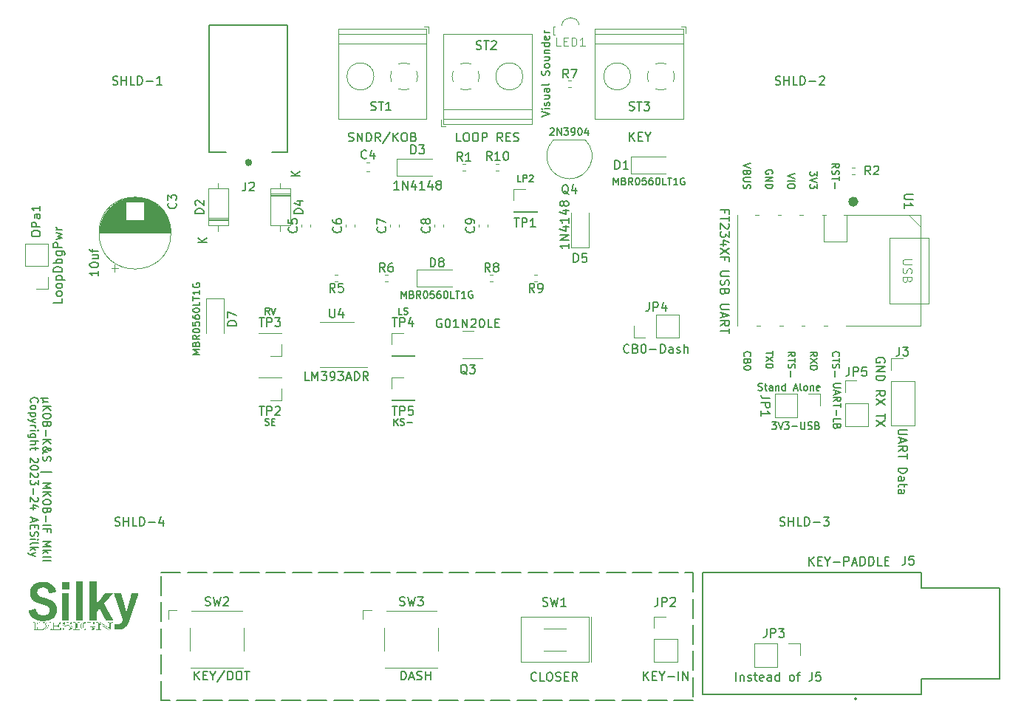
<source format=gbr>
%TF.GenerationSoftware,KiCad,Pcbnew,7.0.2*%
%TF.CreationDate,2024-01-09T21:21:53-08:00*%
%TF.ProjectId,MK-KS-MkII,4d4b2d4b-532d-44d6-9b49-492e6b696361,1.0*%
%TF.SameCoordinates,Original*%
%TF.FileFunction,Legend,Top*%
%TF.FilePolarity,Positive*%
%FSLAX46Y46*%
G04 Gerber Fmt 4.6, Leading zero omitted, Abs format (unit mm)*
G04 Created by KiCad (PCBNEW 7.0.2) date 2024-01-09 21:21:53*
%MOMM*%
%LPD*%
G01*
G04 APERTURE LIST*
%ADD10C,0.200000*%
%ADD11C,0.150000*%
%ADD12C,0.127000*%
%ADD13C,0.100000*%
%ADD14C,0.120000*%
%ADD15C,0.560000*%
%ADD16C,0.400000*%
G04 APERTURE END LIST*
D10*
X72903400Y-156499800D02*
X75103400Y-156499800D01*
X75903400Y-156499800D02*
X78103400Y-156499800D01*
X78903400Y-156499800D02*
X81103400Y-156499800D01*
X81903400Y-156499800D02*
X84103400Y-156499800D01*
X84903400Y-156499800D02*
X87103400Y-156499800D01*
X87903400Y-156499800D02*
X90103400Y-156499800D01*
X90903400Y-156499800D02*
X93103400Y-156499800D01*
X93903400Y-156499800D02*
X96103400Y-156499800D01*
X96903400Y-156499800D02*
X99103400Y-156499800D01*
X99903400Y-156499800D02*
X102103400Y-156499800D01*
X102903400Y-156499800D02*
X105103400Y-156499800D01*
X105903400Y-156499800D02*
X108103400Y-156499800D01*
X108903400Y-156499800D02*
X111103400Y-156499800D01*
X111903400Y-156499800D02*
X114103400Y-156499800D01*
X114903400Y-156499800D02*
X117103400Y-156499800D01*
X117903400Y-156499800D02*
X120103400Y-156499800D01*
X120903400Y-156499800D02*
X123103400Y-156499800D01*
X123903400Y-156499800D02*
X126103400Y-156499800D01*
X126903400Y-156499800D02*
X129103400Y-156499800D01*
X129903400Y-156499800D02*
X132103400Y-156499800D01*
X132903400Y-156499800D02*
X133863400Y-156499800D01*
X133863400Y-156499800D02*
X133863400Y-158699800D01*
X133863400Y-159499800D02*
X133863400Y-161699800D01*
X133863400Y-162499800D02*
X133863400Y-164699800D01*
X133863400Y-165499800D02*
X133863400Y-167699800D01*
X133863400Y-168499800D02*
X133863400Y-170699800D01*
X133863400Y-171104800D02*
X131663400Y-171104800D01*
X130863400Y-171104800D02*
X128663400Y-171104800D01*
X127863400Y-171104800D02*
X125663400Y-171104800D01*
X124863400Y-171104800D02*
X122663400Y-171104800D01*
X121863400Y-171104800D02*
X119663400Y-171104800D01*
X118863400Y-171104800D02*
X116663400Y-171104800D01*
X115863400Y-171104800D02*
X113663400Y-171104800D01*
X112863400Y-171104800D02*
X110663400Y-171104800D01*
X109863400Y-171104800D02*
X107663400Y-171104800D01*
X106863400Y-171104800D02*
X104663400Y-171104800D01*
X103863400Y-171104800D02*
X101663400Y-171104800D01*
X100863400Y-171104800D02*
X98663400Y-171104800D01*
X97863400Y-171104800D02*
X95663400Y-171104800D01*
X94863400Y-171104800D02*
X92663400Y-171104800D01*
X91863400Y-171104800D02*
X89663400Y-171104800D01*
X88863400Y-171104800D02*
X86663400Y-171104800D01*
X85863400Y-171104800D02*
X83663400Y-171104800D01*
X82863400Y-171104800D02*
X80663400Y-171104800D01*
X79863400Y-171104800D02*
X77663400Y-171104800D01*
X76863400Y-171104800D02*
X74663400Y-171104800D01*
X73863400Y-171104800D02*
X72903400Y-171104800D01*
X72903400Y-171104800D02*
X72903400Y-168904800D01*
X72903400Y-168104800D02*
X72903400Y-165904800D01*
X72903400Y-165104800D02*
X72903400Y-162904800D01*
X72903400Y-162104800D02*
X72903400Y-159904800D01*
X72903400Y-159104800D02*
X72903400Y-156904800D01*
D11*
X59950642Y-136494666D02*
X59061642Y-136494666D01*
X59484975Y-136918000D02*
X59400309Y-136960333D01*
X59400309Y-136960333D02*
X59357975Y-137045000D01*
X59484975Y-136494666D02*
X59400309Y-136537000D01*
X59400309Y-136537000D02*
X59357975Y-136621666D01*
X59357975Y-136621666D02*
X59357975Y-136791000D01*
X59357975Y-136791000D02*
X59400309Y-136875666D01*
X59400309Y-136875666D02*
X59484975Y-136918000D01*
X59484975Y-136918000D02*
X59950642Y-136918000D01*
X59357975Y-137425999D02*
X60246975Y-137425999D01*
X59357975Y-137933999D02*
X59865975Y-137552999D01*
X60246975Y-137933999D02*
X59738975Y-137425999D01*
X60246975Y-138484333D02*
X60246975Y-138653666D01*
X60246975Y-138653666D02*
X60204642Y-138738333D01*
X60204642Y-138738333D02*
X60119975Y-138822999D01*
X60119975Y-138822999D02*
X59950642Y-138865333D01*
X59950642Y-138865333D02*
X59654309Y-138865333D01*
X59654309Y-138865333D02*
X59484975Y-138822999D01*
X59484975Y-138822999D02*
X59400309Y-138738333D01*
X59400309Y-138738333D02*
X59357975Y-138653666D01*
X59357975Y-138653666D02*
X59357975Y-138484333D01*
X59357975Y-138484333D02*
X59400309Y-138399666D01*
X59400309Y-138399666D02*
X59484975Y-138314999D01*
X59484975Y-138314999D02*
X59654309Y-138272666D01*
X59654309Y-138272666D02*
X59950642Y-138272666D01*
X59950642Y-138272666D02*
X60119975Y-138314999D01*
X60119975Y-138314999D02*
X60204642Y-138399666D01*
X60204642Y-138399666D02*
X60246975Y-138484333D01*
X59823642Y-139542666D02*
X59781309Y-139669666D01*
X59781309Y-139669666D02*
X59738975Y-139711999D01*
X59738975Y-139711999D02*
X59654309Y-139754332D01*
X59654309Y-139754332D02*
X59527309Y-139754332D01*
X59527309Y-139754332D02*
X59442642Y-139711999D01*
X59442642Y-139711999D02*
X59400309Y-139669666D01*
X59400309Y-139669666D02*
X59357975Y-139584999D01*
X59357975Y-139584999D02*
X59357975Y-139246332D01*
X59357975Y-139246332D02*
X60246975Y-139246332D01*
X60246975Y-139246332D02*
X60246975Y-139542666D01*
X60246975Y-139542666D02*
X60204642Y-139627332D01*
X60204642Y-139627332D02*
X60162309Y-139669666D01*
X60162309Y-139669666D02*
X60077642Y-139711999D01*
X60077642Y-139711999D02*
X59992975Y-139711999D01*
X59992975Y-139711999D02*
X59908309Y-139669666D01*
X59908309Y-139669666D02*
X59865975Y-139627332D01*
X59865975Y-139627332D02*
X59823642Y-139542666D01*
X59823642Y-139542666D02*
X59823642Y-139246332D01*
X59696642Y-140135332D02*
X59696642Y-140812666D01*
X59357975Y-141235999D02*
X60246975Y-141235999D01*
X59357975Y-141743999D02*
X59865975Y-141362999D01*
X60246975Y-141743999D02*
X59738975Y-141235999D01*
X59357975Y-142844666D02*
X59357975Y-142802333D01*
X59357975Y-142802333D02*
X59400309Y-142717666D01*
X59400309Y-142717666D02*
X59527309Y-142590666D01*
X59527309Y-142590666D02*
X59781309Y-142378999D01*
X59781309Y-142378999D02*
X59908309Y-142294333D01*
X59908309Y-142294333D02*
X60035309Y-142251999D01*
X60035309Y-142251999D02*
X60119975Y-142251999D01*
X60119975Y-142251999D02*
X60204642Y-142294333D01*
X60204642Y-142294333D02*
X60246975Y-142378999D01*
X60246975Y-142378999D02*
X60246975Y-142421333D01*
X60246975Y-142421333D02*
X60204642Y-142505999D01*
X60204642Y-142505999D02*
X60119975Y-142548333D01*
X60119975Y-142548333D02*
X60077642Y-142548333D01*
X60077642Y-142548333D02*
X59992975Y-142505999D01*
X59992975Y-142505999D02*
X59950642Y-142463666D01*
X59950642Y-142463666D02*
X59781309Y-142209666D01*
X59781309Y-142209666D02*
X59738975Y-142167333D01*
X59738975Y-142167333D02*
X59654309Y-142124999D01*
X59654309Y-142124999D02*
X59527309Y-142124999D01*
X59527309Y-142124999D02*
X59442642Y-142167333D01*
X59442642Y-142167333D02*
X59400309Y-142209666D01*
X59400309Y-142209666D02*
X59357975Y-142294333D01*
X59357975Y-142294333D02*
X59357975Y-142421333D01*
X59357975Y-142421333D02*
X59400309Y-142505999D01*
X59400309Y-142505999D02*
X59442642Y-142548333D01*
X59442642Y-142548333D02*
X59611975Y-142675333D01*
X59611975Y-142675333D02*
X59738975Y-142717666D01*
X59738975Y-142717666D02*
X59823642Y-142717666D01*
X59400309Y-143183333D02*
X59357975Y-143310333D01*
X59357975Y-143310333D02*
X59357975Y-143522000D01*
X59357975Y-143522000D02*
X59400309Y-143606666D01*
X59400309Y-143606666D02*
X59442642Y-143649000D01*
X59442642Y-143649000D02*
X59527309Y-143691333D01*
X59527309Y-143691333D02*
X59611975Y-143691333D01*
X59611975Y-143691333D02*
X59696642Y-143649000D01*
X59696642Y-143649000D02*
X59738975Y-143606666D01*
X59738975Y-143606666D02*
X59781309Y-143522000D01*
X59781309Y-143522000D02*
X59823642Y-143352666D01*
X59823642Y-143352666D02*
X59865975Y-143268000D01*
X59865975Y-143268000D02*
X59908309Y-143225666D01*
X59908309Y-143225666D02*
X59992975Y-143183333D01*
X59992975Y-143183333D02*
X60077642Y-143183333D01*
X60077642Y-143183333D02*
X60162309Y-143225666D01*
X60162309Y-143225666D02*
X60204642Y-143268000D01*
X60204642Y-143268000D02*
X60246975Y-143352666D01*
X60246975Y-143352666D02*
X60246975Y-143564333D01*
X60246975Y-143564333D02*
X60204642Y-143691333D01*
X59061642Y-144961333D02*
X60331642Y-144961333D01*
X59357975Y-146273666D02*
X60246975Y-146273666D01*
X60246975Y-146273666D02*
X59611975Y-146570000D01*
X59611975Y-146570000D02*
X60246975Y-146866333D01*
X60246975Y-146866333D02*
X59357975Y-146866333D01*
X59357975Y-147289666D02*
X60246975Y-147289666D01*
X59357975Y-147797666D02*
X59865975Y-147416666D01*
X60246975Y-147797666D02*
X59738975Y-147289666D01*
X60246975Y-148348000D02*
X60246975Y-148517333D01*
X60246975Y-148517333D02*
X60204642Y-148602000D01*
X60204642Y-148602000D02*
X60119975Y-148686666D01*
X60119975Y-148686666D02*
X59950642Y-148729000D01*
X59950642Y-148729000D02*
X59654309Y-148729000D01*
X59654309Y-148729000D02*
X59484975Y-148686666D01*
X59484975Y-148686666D02*
X59400309Y-148602000D01*
X59400309Y-148602000D02*
X59357975Y-148517333D01*
X59357975Y-148517333D02*
X59357975Y-148348000D01*
X59357975Y-148348000D02*
X59400309Y-148263333D01*
X59400309Y-148263333D02*
X59484975Y-148178666D01*
X59484975Y-148178666D02*
X59654309Y-148136333D01*
X59654309Y-148136333D02*
X59950642Y-148136333D01*
X59950642Y-148136333D02*
X60119975Y-148178666D01*
X60119975Y-148178666D02*
X60204642Y-148263333D01*
X60204642Y-148263333D02*
X60246975Y-148348000D01*
X59823642Y-149406333D02*
X59781309Y-149533333D01*
X59781309Y-149533333D02*
X59738975Y-149575666D01*
X59738975Y-149575666D02*
X59654309Y-149617999D01*
X59654309Y-149617999D02*
X59527309Y-149617999D01*
X59527309Y-149617999D02*
X59442642Y-149575666D01*
X59442642Y-149575666D02*
X59400309Y-149533333D01*
X59400309Y-149533333D02*
X59357975Y-149448666D01*
X59357975Y-149448666D02*
X59357975Y-149109999D01*
X59357975Y-149109999D02*
X60246975Y-149109999D01*
X60246975Y-149109999D02*
X60246975Y-149406333D01*
X60246975Y-149406333D02*
X60204642Y-149490999D01*
X60204642Y-149490999D02*
X60162309Y-149533333D01*
X60162309Y-149533333D02*
X60077642Y-149575666D01*
X60077642Y-149575666D02*
X59992975Y-149575666D01*
X59992975Y-149575666D02*
X59908309Y-149533333D01*
X59908309Y-149533333D02*
X59865975Y-149490999D01*
X59865975Y-149490999D02*
X59823642Y-149406333D01*
X59823642Y-149406333D02*
X59823642Y-149109999D01*
X59696642Y-149998999D02*
X59696642Y-150676333D01*
X59357975Y-151099666D02*
X60246975Y-151099666D01*
X59823642Y-151819333D02*
X59823642Y-151522999D01*
X59357975Y-151522999D02*
X60246975Y-151522999D01*
X60246975Y-151522999D02*
X60246975Y-151946333D01*
X59357975Y-152962332D02*
X60246975Y-152962332D01*
X60246975Y-152962332D02*
X59611975Y-153258666D01*
X59611975Y-153258666D02*
X60246975Y-153554999D01*
X60246975Y-153554999D02*
X59357975Y-153554999D01*
X59357975Y-153978332D02*
X60246975Y-153978332D01*
X59696642Y-154062999D02*
X59357975Y-154316999D01*
X59950642Y-154316999D02*
X59611975Y-153978332D01*
X59357975Y-154697999D02*
X60246975Y-154697999D01*
X59357975Y-155121332D02*
X60246975Y-155121332D01*
X58002462Y-137002666D02*
X57960129Y-136960333D01*
X57960129Y-136960333D02*
X57917795Y-136833333D01*
X57917795Y-136833333D02*
X57917795Y-136748666D01*
X57917795Y-136748666D02*
X57960129Y-136621666D01*
X57960129Y-136621666D02*
X58044795Y-136537000D01*
X58044795Y-136537000D02*
X58129462Y-136494666D01*
X58129462Y-136494666D02*
X58298795Y-136452333D01*
X58298795Y-136452333D02*
X58425795Y-136452333D01*
X58425795Y-136452333D02*
X58595129Y-136494666D01*
X58595129Y-136494666D02*
X58679795Y-136537000D01*
X58679795Y-136537000D02*
X58764462Y-136621666D01*
X58764462Y-136621666D02*
X58806795Y-136748666D01*
X58806795Y-136748666D02*
X58806795Y-136833333D01*
X58806795Y-136833333D02*
X58764462Y-136960333D01*
X58764462Y-136960333D02*
X58722129Y-137002666D01*
X57917795Y-137510666D02*
X57960129Y-137426000D01*
X57960129Y-137426000D02*
X58002462Y-137383666D01*
X58002462Y-137383666D02*
X58087129Y-137341333D01*
X58087129Y-137341333D02*
X58341129Y-137341333D01*
X58341129Y-137341333D02*
X58425795Y-137383666D01*
X58425795Y-137383666D02*
X58468129Y-137426000D01*
X58468129Y-137426000D02*
X58510462Y-137510666D01*
X58510462Y-137510666D02*
X58510462Y-137637666D01*
X58510462Y-137637666D02*
X58468129Y-137722333D01*
X58468129Y-137722333D02*
X58425795Y-137764666D01*
X58425795Y-137764666D02*
X58341129Y-137807000D01*
X58341129Y-137807000D02*
X58087129Y-137807000D01*
X58087129Y-137807000D02*
X58002462Y-137764666D01*
X58002462Y-137764666D02*
X57960129Y-137722333D01*
X57960129Y-137722333D02*
X57917795Y-137637666D01*
X57917795Y-137637666D02*
X57917795Y-137510666D01*
X58510462Y-138187999D02*
X57621462Y-138187999D01*
X58468129Y-138187999D02*
X58510462Y-138272666D01*
X58510462Y-138272666D02*
X58510462Y-138441999D01*
X58510462Y-138441999D02*
X58468129Y-138526666D01*
X58468129Y-138526666D02*
X58425795Y-138568999D01*
X58425795Y-138568999D02*
X58341129Y-138611333D01*
X58341129Y-138611333D02*
X58087129Y-138611333D01*
X58087129Y-138611333D02*
X58002462Y-138568999D01*
X58002462Y-138568999D02*
X57960129Y-138526666D01*
X57960129Y-138526666D02*
X57917795Y-138441999D01*
X57917795Y-138441999D02*
X57917795Y-138272666D01*
X57917795Y-138272666D02*
X57960129Y-138187999D01*
X58510462Y-138907666D02*
X57917795Y-139119332D01*
X58510462Y-139330999D02*
X57917795Y-139119332D01*
X57917795Y-139119332D02*
X57706129Y-139034666D01*
X57706129Y-139034666D02*
X57663795Y-138992332D01*
X57663795Y-138992332D02*
X57621462Y-138907666D01*
X57917795Y-139669665D02*
X58510462Y-139669665D01*
X58341129Y-139669665D02*
X58425795Y-139711999D01*
X58425795Y-139711999D02*
X58468129Y-139754332D01*
X58468129Y-139754332D02*
X58510462Y-139838999D01*
X58510462Y-139838999D02*
X58510462Y-139923665D01*
X57917795Y-140219998D02*
X58510462Y-140219998D01*
X58806795Y-140219998D02*
X58764462Y-140177665D01*
X58764462Y-140177665D02*
X58722129Y-140219998D01*
X58722129Y-140219998D02*
X58764462Y-140262332D01*
X58764462Y-140262332D02*
X58806795Y-140219998D01*
X58806795Y-140219998D02*
X58722129Y-140219998D01*
X58510462Y-141024331D02*
X57790795Y-141024331D01*
X57790795Y-141024331D02*
X57706129Y-140981998D01*
X57706129Y-140981998D02*
X57663795Y-140939665D01*
X57663795Y-140939665D02*
X57621462Y-140854998D01*
X57621462Y-140854998D02*
X57621462Y-140727998D01*
X57621462Y-140727998D02*
X57663795Y-140643331D01*
X57960129Y-141024331D02*
X57917795Y-140939665D01*
X57917795Y-140939665D02*
X57917795Y-140770331D01*
X57917795Y-140770331D02*
X57960129Y-140685665D01*
X57960129Y-140685665D02*
X58002462Y-140643331D01*
X58002462Y-140643331D02*
X58087129Y-140600998D01*
X58087129Y-140600998D02*
X58341129Y-140600998D01*
X58341129Y-140600998D02*
X58425795Y-140643331D01*
X58425795Y-140643331D02*
X58468129Y-140685665D01*
X58468129Y-140685665D02*
X58510462Y-140770331D01*
X58510462Y-140770331D02*
X58510462Y-140939665D01*
X58510462Y-140939665D02*
X58468129Y-141024331D01*
X57917795Y-141447664D02*
X58806795Y-141447664D01*
X57917795Y-141828664D02*
X58383462Y-141828664D01*
X58383462Y-141828664D02*
X58468129Y-141786331D01*
X58468129Y-141786331D02*
X58510462Y-141701664D01*
X58510462Y-141701664D02*
X58510462Y-141574664D01*
X58510462Y-141574664D02*
X58468129Y-141489998D01*
X58468129Y-141489998D02*
X58425795Y-141447664D01*
X58510462Y-142124997D02*
X58510462Y-142463664D01*
X58806795Y-142251997D02*
X58044795Y-142251997D01*
X58044795Y-142251997D02*
X57960129Y-142294331D01*
X57960129Y-142294331D02*
X57917795Y-142378997D01*
X57917795Y-142378997D02*
X57917795Y-142463664D01*
X58722129Y-143394997D02*
X58764462Y-143437330D01*
X58764462Y-143437330D02*
X58806795Y-143521997D01*
X58806795Y-143521997D02*
X58806795Y-143733664D01*
X58806795Y-143733664D02*
X58764462Y-143818330D01*
X58764462Y-143818330D02*
X58722129Y-143860664D01*
X58722129Y-143860664D02*
X58637462Y-143902997D01*
X58637462Y-143902997D02*
X58552795Y-143902997D01*
X58552795Y-143902997D02*
X58425795Y-143860664D01*
X58425795Y-143860664D02*
X57917795Y-143352664D01*
X57917795Y-143352664D02*
X57917795Y-143902997D01*
X58806795Y-144453331D02*
X58806795Y-144537997D01*
X58806795Y-144537997D02*
X58764462Y-144622664D01*
X58764462Y-144622664D02*
X58722129Y-144664997D01*
X58722129Y-144664997D02*
X58637462Y-144707331D01*
X58637462Y-144707331D02*
X58468129Y-144749664D01*
X58468129Y-144749664D02*
X58256462Y-144749664D01*
X58256462Y-144749664D02*
X58087129Y-144707331D01*
X58087129Y-144707331D02*
X58002462Y-144664997D01*
X58002462Y-144664997D02*
X57960129Y-144622664D01*
X57960129Y-144622664D02*
X57917795Y-144537997D01*
X57917795Y-144537997D02*
X57917795Y-144453331D01*
X57917795Y-144453331D02*
X57960129Y-144368664D01*
X57960129Y-144368664D02*
X58002462Y-144326331D01*
X58002462Y-144326331D02*
X58087129Y-144283997D01*
X58087129Y-144283997D02*
X58256462Y-144241664D01*
X58256462Y-144241664D02*
X58468129Y-144241664D01*
X58468129Y-144241664D02*
X58637462Y-144283997D01*
X58637462Y-144283997D02*
X58722129Y-144326331D01*
X58722129Y-144326331D02*
X58764462Y-144368664D01*
X58764462Y-144368664D02*
X58806795Y-144453331D01*
X58722129Y-145088331D02*
X58764462Y-145130664D01*
X58764462Y-145130664D02*
X58806795Y-145215331D01*
X58806795Y-145215331D02*
X58806795Y-145426998D01*
X58806795Y-145426998D02*
X58764462Y-145511664D01*
X58764462Y-145511664D02*
X58722129Y-145553998D01*
X58722129Y-145553998D02*
X58637462Y-145596331D01*
X58637462Y-145596331D02*
X58552795Y-145596331D01*
X58552795Y-145596331D02*
X58425795Y-145553998D01*
X58425795Y-145553998D02*
X57917795Y-145045998D01*
X57917795Y-145045998D02*
X57917795Y-145596331D01*
X58806795Y-145892665D02*
X58806795Y-146442998D01*
X58806795Y-146442998D02*
X58468129Y-146146665D01*
X58468129Y-146146665D02*
X58468129Y-146273665D01*
X58468129Y-146273665D02*
X58425795Y-146358331D01*
X58425795Y-146358331D02*
X58383462Y-146400665D01*
X58383462Y-146400665D02*
X58298795Y-146442998D01*
X58298795Y-146442998D02*
X58087129Y-146442998D01*
X58087129Y-146442998D02*
X58002462Y-146400665D01*
X58002462Y-146400665D02*
X57960129Y-146358331D01*
X57960129Y-146358331D02*
X57917795Y-146273665D01*
X57917795Y-146273665D02*
X57917795Y-146019665D01*
X57917795Y-146019665D02*
X57960129Y-145934998D01*
X57960129Y-145934998D02*
X58002462Y-145892665D01*
X58256462Y-146823998D02*
X58256462Y-147501332D01*
X58722129Y-147882332D02*
X58764462Y-147924665D01*
X58764462Y-147924665D02*
X58806795Y-148009332D01*
X58806795Y-148009332D02*
X58806795Y-148220999D01*
X58806795Y-148220999D02*
X58764462Y-148305665D01*
X58764462Y-148305665D02*
X58722129Y-148347999D01*
X58722129Y-148347999D02*
X58637462Y-148390332D01*
X58637462Y-148390332D02*
X58552795Y-148390332D01*
X58552795Y-148390332D02*
X58425795Y-148347999D01*
X58425795Y-148347999D02*
X57917795Y-147839999D01*
X57917795Y-147839999D02*
X57917795Y-148390332D01*
X58510462Y-149152332D02*
X57917795Y-149152332D01*
X58849129Y-148940666D02*
X58214129Y-148728999D01*
X58214129Y-148728999D02*
X58214129Y-149279332D01*
X58171795Y-150252999D02*
X58171795Y-150676332D01*
X57917795Y-150168332D02*
X58806795Y-150464666D01*
X58806795Y-150464666D02*
X57917795Y-150760999D01*
X58383462Y-151057332D02*
X58383462Y-151353666D01*
X57917795Y-151480666D02*
X57917795Y-151057332D01*
X57917795Y-151057332D02*
X58806795Y-151057332D01*
X58806795Y-151057332D02*
X58806795Y-151480666D01*
X57960129Y-151819332D02*
X57917795Y-151946332D01*
X57917795Y-151946332D02*
X57917795Y-152157999D01*
X57917795Y-152157999D02*
X57960129Y-152242665D01*
X57960129Y-152242665D02*
X58002462Y-152284999D01*
X58002462Y-152284999D02*
X58087129Y-152327332D01*
X58087129Y-152327332D02*
X58171795Y-152327332D01*
X58171795Y-152327332D02*
X58256462Y-152284999D01*
X58256462Y-152284999D02*
X58298795Y-152242665D01*
X58298795Y-152242665D02*
X58341129Y-152157999D01*
X58341129Y-152157999D02*
X58383462Y-151988665D01*
X58383462Y-151988665D02*
X58425795Y-151903999D01*
X58425795Y-151903999D02*
X58468129Y-151861665D01*
X58468129Y-151861665D02*
X58552795Y-151819332D01*
X58552795Y-151819332D02*
X58637462Y-151819332D01*
X58637462Y-151819332D02*
X58722129Y-151861665D01*
X58722129Y-151861665D02*
X58764462Y-151903999D01*
X58764462Y-151903999D02*
X58806795Y-151988665D01*
X58806795Y-151988665D02*
X58806795Y-152200332D01*
X58806795Y-152200332D02*
X58764462Y-152327332D01*
X57917795Y-152708332D02*
X58510462Y-152708332D01*
X58806795Y-152708332D02*
X58764462Y-152665999D01*
X58764462Y-152665999D02*
X58722129Y-152708332D01*
X58722129Y-152708332D02*
X58764462Y-152750666D01*
X58764462Y-152750666D02*
X58806795Y-152708332D01*
X58806795Y-152708332D02*
X58722129Y-152708332D01*
X57917795Y-153258665D02*
X57960129Y-153173999D01*
X57960129Y-153173999D02*
X58044795Y-153131665D01*
X58044795Y-153131665D02*
X58806795Y-153131665D01*
X57917795Y-153597332D02*
X58806795Y-153597332D01*
X58256462Y-153681999D02*
X57917795Y-153935999D01*
X58510462Y-153935999D02*
X58171795Y-153597332D01*
X58510462Y-154232333D02*
X57917795Y-154443999D01*
X58510462Y-154655666D02*
X57917795Y-154443999D01*
X57917795Y-154443999D02*
X57706129Y-154359333D01*
X57706129Y-154359333D02*
X57663795Y-154316999D01*
X57663795Y-154316999D02*
X57621462Y-154232333D01*
D12*
X116474204Y-104240832D02*
X117363204Y-103944499D01*
X117363204Y-103944499D02*
X116474204Y-103648165D01*
X117363204Y-103351832D02*
X116770537Y-103351832D01*
X116474204Y-103351832D02*
X116516537Y-103394165D01*
X116516537Y-103394165D02*
X116558871Y-103351832D01*
X116558871Y-103351832D02*
X116516537Y-103309499D01*
X116516537Y-103309499D02*
X116474204Y-103351832D01*
X116474204Y-103351832D02*
X116558871Y-103351832D01*
X117320871Y-102970832D02*
X117363204Y-102886166D01*
X117363204Y-102886166D02*
X117363204Y-102716832D01*
X117363204Y-102716832D02*
X117320871Y-102632166D01*
X117320871Y-102632166D02*
X117236204Y-102589832D01*
X117236204Y-102589832D02*
X117193871Y-102589832D01*
X117193871Y-102589832D02*
X117109204Y-102632166D01*
X117109204Y-102632166D02*
X117066871Y-102716832D01*
X117066871Y-102716832D02*
X117066871Y-102843832D01*
X117066871Y-102843832D02*
X117024537Y-102928499D01*
X117024537Y-102928499D02*
X116939871Y-102970832D01*
X116939871Y-102970832D02*
X116897537Y-102970832D01*
X116897537Y-102970832D02*
X116812871Y-102928499D01*
X116812871Y-102928499D02*
X116770537Y-102843832D01*
X116770537Y-102843832D02*
X116770537Y-102716832D01*
X116770537Y-102716832D02*
X116812871Y-102632166D01*
X116770537Y-101827832D02*
X117363204Y-101827832D01*
X116770537Y-102208832D02*
X117236204Y-102208832D01*
X117236204Y-102208832D02*
X117320871Y-102166499D01*
X117320871Y-102166499D02*
X117363204Y-102081832D01*
X117363204Y-102081832D02*
X117363204Y-101954832D01*
X117363204Y-101954832D02*
X117320871Y-101870165D01*
X117320871Y-101870165D02*
X117278537Y-101827832D01*
X117363204Y-101023499D02*
X116897537Y-101023499D01*
X116897537Y-101023499D02*
X116812871Y-101065832D01*
X116812871Y-101065832D02*
X116770537Y-101150499D01*
X116770537Y-101150499D02*
X116770537Y-101319832D01*
X116770537Y-101319832D02*
X116812871Y-101404499D01*
X117320871Y-101023499D02*
X117363204Y-101108166D01*
X117363204Y-101108166D02*
X117363204Y-101319832D01*
X117363204Y-101319832D02*
X117320871Y-101404499D01*
X117320871Y-101404499D02*
X117236204Y-101446832D01*
X117236204Y-101446832D02*
X117151537Y-101446832D01*
X117151537Y-101446832D02*
X117066871Y-101404499D01*
X117066871Y-101404499D02*
X117024537Y-101319832D01*
X117024537Y-101319832D02*
X117024537Y-101108166D01*
X117024537Y-101108166D02*
X116982204Y-101023499D01*
X117363204Y-100473166D02*
X117320871Y-100557833D01*
X117320871Y-100557833D02*
X117236204Y-100600166D01*
X117236204Y-100600166D02*
X116474204Y-100600166D01*
X117320871Y-99499499D02*
X117363204Y-99372499D01*
X117363204Y-99372499D02*
X117363204Y-99160833D01*
X117363204Y-99160833D02*
X117320871Y-99076166D01*
X117320871Y-99076166D02*
X117278537Y-99033833D01*
X117278537Y-99033833D02*
X117193871Y-98991499D01*
X117193871Y-98991499D02*
X117109204Y-98991499D01*
X117109204Y-98991499D02*
X117024537Y-99033833D01*
X117024537Y-99033833D02*
X116982204Y-99076166D01*
X116982204Y-99076166D02*
X116939871Y-99160833D01*
X116939871Y-99160833D02*
X116897537Y-99330166D01*
X116897537Y-99330166D02*
X116855204Y-99414833D01*
X116855204Y-99414833D02*
X116812871Y-99457166D01*
X116812871Y-99457166D02*
X116728204Y-99499499D01*
X116728204Y-99499499D02*
X116643537Y-99499499D01*
X116643537Y-99499499D02*
X116558871Y-99457166D01*
X116558871Y-99457166D02*
X116516537Y-99414833D01*
X116516537Y-99414833D02*
X116474204Y-99330166D01*
X116474204Y-99330166D02*
X116474204Y-99118499D01*
X116474204Y-99118499D02*
X116516537Y-98991499D01*
X117363204Y-98483499D02*
X117320871Y-98568166D01*
X117320871Y-98568166D02*
X117278537Y-98610499D01*
X117278537Y-98610499D02*
X117193871Y-98652832D01*
X117193871Y-98652832D02*
X116939871Y-98652832D01*
X116939871Y-98652832D02*
X116855204Y-98610499D01*
X116855204Y-98610499D02*
X116812871Y-98568166D01*
X116812871Y-98568166D02*
X116770537Y-98483499D01*
X116770537Y-98483499D02*
X116770537Y-98356499D01*
X116770537Y-98356499D02*
X116812871Y-98271832D01*
X116812871Y-98271832D02*
X116855204Y-98229499D01*
X116855204Y-98229499D02*
X116939871Y-98187166D01*
X116939871Y-98187166D02*
X117193871Y-98187166D01*
X117193871Y-98187166D02*
X117278537Y-98229499D01*
X117278537Y-98229499D02*
X117320871Y-98271832D01*
X117320871Y-98271832D02*
X117363204Y-98356499D01*
X117363204Y-98356499D02*
X117363204Y-98483499D01*
X116770537Y-97425166D02*
X117363204Y-97425166D01*
X116770537Y-97806166D02*
X117236204Y-97806166D01*
X117236204Y-97806166D02*
X117320871Y-97763833D01*
X117320871Y-97763833D02*
X117363204Y-97679166D01*
X117363204Y-97679166D02*
X117363204Y-97552166D01*
X117363204Y-97552166D02*
X117320871Y-97467499D01*
X117320871Y-97467499D02*
X117278537Y-97425166D01*
X116770537Y-97001833D02*
X117363204Y-97001833D01*
X116855204Y-97001833D02*
X116812871Y-96959500D01*
X116812871Y-96959500D02*
X116770537Y-96874833D01*
X116770537Y-96874833D02*
X116770537Y-96747833D01*
X116770537Y-96747833D02*
X116812871Y-96663166D01*
X116812871Y-96663166D02*
X116897537Y-96620833D01*
X116897537Y-96620833D02*
X117363204Y-96620833D01*
X117363204Y-95816500D02*
X116474204Y-95816500D01*
X117320871Y-95816500D02*
X117363204Y-95901167D01*
X117363204Y-95901167D02*
X117363204Y-96070500D01*
X117363204Y-96070500D02*
X117320871Y-96155167D01*
X117320871Y-96155167D02*
X117278537Y-96197500D01*
X117278537Y-96197500D02*
X117193871Y-96239833D01*
X117193871Y-96239833D02*
X116939871Y-96239833D01*
X116939871Y-96239833D02*
X116855204Y-96197500D01*
X116855204Y-96197500D02*
X116812871Y-96155167D01*
X116812871Y-96155167D02*
X116770537Y-96070500D01*
X116770537Y-96070500D02*
X116770537Y-95901167D01*
X116770537Y-95901167D02*
X116812871Y-95816500D01*
X117320871Y-95054500D02*
X117363204Y-95139167D01*
X117363204Y-95139167D02*
X117363204Y-95308500D01*
X117363204Y-95308500D02*
X117320871Y-95393167D01*
X117320871Y-95393167D02*
X117236204Y-95435500D01*
X117236204Y-95435500D02*
X116897537Y-95435500D01*
X116897537Y-95435500D02*
X116812871Y-95393167D01*
X116812871Y-95393167D02*
X116770537Y-95308500D01*
X116770537Y-95308500D02*
X116770537Y-95139167D01*
X116770537Y-95139167D02*
X116812871Y-95054500D01*
X116812871Y-95054500D02*
X116897537Y-95012167D01*
X116897537Y-95012167D02*
X116982204Y-95012167D01*
X116982204Y-95012167D02*
X117066871Y-95435500D01*
X117363204Y-94631167D02*
X116770537Y-94631167D01*
X116939871Y-94631167D02*
X116855204Y-94588834D01*
X116855204Y-94588834D02*
X116812871Y-94546500D01*
X116812871Y-94546500D02*
X116770537Y-94461834D01*
X116770537Y-94461834D02*
X116770537Y-94377167D01*
D11*
%TO.C,U1*%
X159014380Y-113132095D02*
X158204857Y-113132095D01*
X158204857Y-113132095D02*
X158109619Y-113179714D01*
X158109619Y-113179714D02*
X158062000Y-113227333D01*
X158062000Y-113227333D02*
X158014380Y-113322571D01*
X158014380Y-113322571D02*
X158014380Y-113513047D01*
X158014380Y-113513047D02*
X158062000Y-113608285D01*
X158062000Y-113608285D02*
X158109619Y-113655904D01*
X158109619Y-113655904D02*
X158204857Y-113703523D01*
X158204857Y-113703523D02*
X159014380Y-113703523D01*
X158014380Y-114703523D02*
X158014380Y-114132095D01*
X158014380Y-114417809D02*
X159014380Y-114417809D01*
X159014380Y-114417809D02*
X158871523Y-114322571D01*
X158871523Y-114322571D02*
X158776285Y-114227333D01*
X158776285Y-114227333D02*
X158728666Y-114132095D01*
X137491190Y-115267332D02*
X137491190Y-114933999D01*
X136967380Y-114933999D02*
X137967380Y-114933999D01*
X137967380Y-114933999D02*
X137967380Y-115410189D01*
X137967380Y-115648285D02*
X137967380Y-116219713D01*
X136967380Y-115933999D02*
X137967380Y-115933999D01*
X137872142Y-116505428D02*
X137919761Y-116553047D01*
X137919761Y-116553047D02*
X137967380Y-116648285D01*
X137967380Y-116648285D02*
X137967380Y-116886380D01*
X137967380Y-116886380D02*
X137919761Y-116981618D01*
X137919761Y-116981618D02*
X137872142Y-117029237D01*
X137872142Y-117029237D02*
X137776904Y-117076856D01*
X137776904Y-117076856D02*
X137681666Y-117076856D01*
X137681666Y-117076856D02*
X137538809Y-117029237D01*
X137538809Y-117029237D02*
X136967380Y-116457809D01*
X136967380Y-116457809D02*
X136967380Y-117076856D01*
X137967380Y-117410190D02*
X137967380Y-118029237D01*
X137967380Y-118029237D02*
X137586428Y-117695904D01*
X137586428Y-117695904D02*
X137586428Y-117838761D01*
X137586428Y-117838761D02*
X137538809Y-117933999D01*
X137538809Y-117933999D02*
X137491190Y-117981618D01*
X137491190Y-117981618D02*
X137395952Y-118029237D01*
X137395952Y-118029237D02*
X137157857Y-118029237D01*
X137157857Y-118029237D02*
X137062619Y-117981618D01*
X137062619Y-117981618D02*
X137015000Y-117933999D01*
X137015000Y-117933999D02*
X136967380Y-117838761D01*
X136967380Y-117838761D02*
X136967380Y-117553047D01*
X136967380Y-117553047D02*
X137015000Y-117457809D01*
X137015000Y-117457809D02*
X137062619Y-117410190D01*
X137634047Y-118886380D02*
X136967380Y-118886380D01*
X138015000Y-118648285D02*
X137300714Y-118410190D01*
X137300714Y-118410190D02*
X137300714Y-119029237D01*
X137967380Y-119314952D02*
X136967380Y-119981618D01*
X137967380Y-119981618D02*
X136967380Y-119314952D01*
X137491190Y-120695904D02*
X137491190Y-120362571D01*
X136967380Y-120362571D02*
X137967380Y-120362571D01*
X137967380Y-120362571D02*
X137967380Y-120838761D01*
X137967380Y-121981619D02*
X137157857Y-121981619D01*
X137157857Y-121981619D02*
X137062619Y-122029238D01*
X137062619Y-122029238D02*
X137015000Y-122076857D01*
X137015000Y-122076857D02*
X136967380Y-122172095D01*
X136967380Y-122172095D02*
X136967380Y-122362571D01*
X136967380Y-122362571D02*
X137015000Y-122457809D01*
X137015000Y-122457809D02*
X137062619Y-122505428D01*
X137062619Y-122505428D02*
X137157857Y-122553047D01*
X137157857Y-122553047D02*
X137967380Y-122553047D01*
X137015000Y-122981619D02*
X136967380Y-123124476D01*
X136967380Y-123124476D02*
X136967380Y-123362571D01*
X136967380Y-123362571D02*
X137015000Y-123457809D01*
X137015000Y-123457809D02*
X137062619Y-123505428D01*
X137062619Y-123505428D02*
X137157857Y-123553047D01*
X137157857Y-123553047D02*
X137253095Y-123553047D01*
X137253095Y-123553047D02*
X137348333Y-123505428D01*
X137348333Y-123505428D02*
X137395952Y-123457809D01*
X137395952Y-123457809D02*
X137443571Y-123362571D01*
X137443571Y-123362571D02*
X137491190Y-123172095D01*
X137491190Y-123172095D02*
X137538809Y-123076857D01*
X137538809Y-123076857D02*
X137586428Y-123029238D01*
X137586428Y-123029238D02*
X137681666Y-122981619D01*
X137681666Y-122981619D02*
X137776904Y-122981619D01*
X137776904Y-122981619D02*
X137872142Y-123029238D01*
X137872142Y-123029238D02*
X137919761Y-123076857D01*
X137919761Y-123076857D02*
X137967380Y-123172095D01*
X137967380Y-123172095D02*
X137967380Y-123410190D01*
X137967380Y-123410190D02*
X137919761Y-123553047D01*
X137491190Y-124314952D02*
X137443571Y-124457809D01*
X137443571Y-124457809D02*
X137395952Y-124505428D01*
X137395952Y-124505428D02*
X137300714Y-124553047D01*
X137300714Y-124553047D02*
X137157857Y-124553047D01*
X137157857Y-124553047D02*
X137062619Y-124505428D01*
X137062619Y-124505428D02*
X137015000Y-124457809D01*
X137015000Y-124457809D02*
X136967380Y-124362571D01*
X136967380Y-124362571D02*
X136967380Y-123981619D01*
X136967380Y-123981619D02*
X137967380Y-123981619D01*
X137967380Y-123981619D02*
X137967380Y-124314952D01*
X137967380Y-124314952D02*
X137919761Y-124410190D01*
X137919761Y-124410190D02*
X137872142Y-124457809D01*
X137872142Y-124457809D02*
X137776904Y-124505428D01*
X137776904Y-124505428D02*
X137681666Y-124505428D01*
X137681666Y-124505428D02*
X137586428Y-124457809D01*
X137586428Y-124457809D02*
X137538809Y-124410190D01*
X137538809Y-124410190D02*
X137491190Y-124314952D01*
X137491190Y-124314952D02*
X137491190Y-123981619D01*
X137967380Y-125743524D02*
X137157857Y-125743524D01*
X137157857Y-125743524D02*
X137062619Y-125791143D01*
X137062619Y-125791143D02*
X137015000Y-125838762D01*
X137015000Y-125838762D02*
X136967380Y-125934000D01*
X136967380Y-125934000D02*
X136967380Y-126124476D01*
X136967380Y-126124476D02*
X137015000Y-126219714D01*
X137015000Y-126219714D02*
X137062619Y-126267333D01*
X137062619Y-126267333D02*
X137157857Y-126314952D01*
X137157857Y-126314952D02*
X137967380Y-126314952D01*
X137253095Y-126743524D02*
X137253095Y-127219714D01*
X136967380Y-126648286D02*
X137967380Y-126981619D01*
X137967380Y-126981619D02*
X136967380Y-127314952D01*
X136967380Y-128219714D02*
X137443571Y-127886381D01*
X136967380Y-127648286D02*
X137967380Y-127648286D01*
X137967380Y-127648286D02*
X137967380Y-128029238D01*
X137967380Y-128029238D02*
X137919761Y-128124476D01*
X137919761Y-128124476D02*
X137872142Y-128172095D01*
X137872142Y-128172095D02*
X137776904Y-128219714D01*
X137776904Y-128219714D02*
X137634047Y-128219714D01*
X137634047Y-128219714D02*
X137538809Y-128172095D01*
X137538809Y-128172095D02*
X137491190Y-128124476D01*
X137491190Y-128124476D02*
X137443571Y-128029238D01*
X137443571Y-128029238D02*
X137443571Y-127648286D01*
X137967380Y-128505429D02*
X137967380Y-129076857D01*
X136967380Y-128791143D02*
X137967380Y-128791143D01*
X142917809Y-110785428D02*
X142955904Y-110709238D01*
X142955904Y-110709238D02*
X142955904Y-110594952D01*
X142955904Y-110594952D02*
X142917809Y-110480666D01*
X142917809Y-110480666D02*
X142841619Y-110404476D01*
X142841619Y-110404476D02*
X142765428Y-110366381D01*
X142765428Y-110366381D02*
X142613047Y-110328285D01*
X142613047Y-110328285D02*
X142498761Y-110328285D01*
X142498761Y-110328285D02*
X142346380Y-110366381D01*
X142346380Y-110366381D02*
X142270190Y-110404476D01*
X142270190Y-110404476D02*
X142194000Y-110480666D01*
X142194000Y-110480666D02*
X142155904Y-110594952D01*
X142155904Y-110594952D02*
X142155904Y-110671143D01*
X142155904Y-110671143D02*
X142194000Y-110785428D01*
X142194000Y-110785428D02*
X142232095Y-110823524D01*
X142232095Y-110823524D02*
X142498761Y-110823524D01*
X142498761Y-110823524D02*
X142498761Y-110671143D01*
X142155904Y-111166381D02*
X142955904Y-111166381D01*
X142955904Y-111166381D02*
X142155904Y-111623524D01*
X142155904Y-111623524D02*
X142955904Y-111623524D01*
X142155904Y-112004476D02*
X142955904Y-112004476D01*
X142955904Y-112004476D02*
X142955904Y-112194952D01*
X142955904Y-112194952D02*
X142917809Y-112309238D01*
X142917809Y-112309238D02*
X142841619Y-112385428D01*
X142841619Y-112385428D02*
X142765428Y-112423523D01*
X142765428Y-112423523D02*
X142613047Y-112461619D01*
X142613047Y-112461619D02*
X142498761Y-112461619D01*
X142498761Y-112461619D02*
X142346380Y-112423523D01*
X142346380Y-112423523D02*
X142270190Y-112385428D01*
X142270190Y-112385428D02*
X142194000Y-112309238D01*
X142194000Y-112309238D02*
X142155904Y-112194952D01*
X142155904Y-112194952D02*
X142155904Y-112004476D01*
D13*
X158858380Y-120602095D02*
X158048857Y-120602095D01*
X158048857Y-120602095D02*
X157953619Y-120649714D01*
X157953619Y-120649714D02*
X157906000Y-120697333D01*
X157906000Y-120697333D02*
X157858380Y-120792571D01*
X157858380Y-120792571D02*
X157858380Y-120983047D01*
X157858380Y-120983047D02*
X157906000Y-121078285D01*
X157906000Y-121078285D02*
X157953619Y-121125904D01*
X157953619Y-121125904D02*
X158048857Y-121173523D01*
X158048857Y-121173523D02*
X158858380Y-121173523D01*
X157906000Y-121602095D02*
X157858380Y-121744952D01*
X157858380Y-121744952D02*
X157858380Y-121983047D01*
X157858380Y-121983047D02*
X157906000Y-122078285D01*
X157906000Y-122078285D02*
X157953619Y-122125904D01*
X157953619Y-122125904D02*
X158048857Y-122173523D01*
X158048857Y-122173523D02*
X158144095Y-122173523D01*
X158144095Y-122173523D02*
X158239333Y-122125904D01*
X158239333Y-122125904D02*
X158286952Y-122078285D01*
X158286952Y-122078285D02*
X158334571Y-121983047D01*
X158334571Y-121983047D02*
X158382190Y-121792571D01*
X158382190Y-121792571D02*
X158429809Y-121697333D01*
X158429809Y-121697333D02*
X158477428Y-121649714D01*
X158477428Y-121649714D02*
X158572666Y-121602095D01*
X158572666Y-121602095D02*
X158667904Y-121602095D01*
X158667904Y-121602095D02*
X158763142Y-121649714D01*
X158763142Y-121649714D02*
X158810761Y-121697333D01*
X158810761Y-121697333D02*
X158858380Y-121792571D01*
X158858380Y-121792571D02*
X158858380Y-122030666D01*
X158858380Y-122030666D02*
X158810761Y-122173523D01*
X158382190Y-122935428D02*
X158334571Y-123078285D01*
X158334571Y-123078285D02*
X158286952Y-123125904D01*
X158286952Y-123125904D02*
X158191714Y-123173523D01*
X158191714Y-123173523D02*
X158048857Y-123173523D01*
X158048857Y-123173523D02*
X157953619Y-123125904D01*
X157953619Y-123125904D02*
X157906000Y-123078285D01*
X157906000Y-123078285D02*
X157858380Y-122983047D01*
X157858380Y-122983047D02*
X157858380Y-122602095D01*
X157858380Y-122602095D02*
X158858380Y-122602095D01*
X158858380Y-122602095D02*
X158858380Y-122935428D01*
X158858380Y-122935428D02*
X158810761Y-123030666D01*
X158810761Y-123030666D02*
X158763142Y-123078285D01*
X158763142Y-123078285D02*
X158667904Y-123125904D01*
X158667904Y-123125904D02*
X158572666Y-123125904D01*
X158572666Y-123125904D02*
X158477428Y-123078285D01*
X158477428Y-123078285D02*
X158429809Y-123030666D01*
X158429809Y-123030666D02*
X158382190Y-122935428D01*
X158382190Y-122935428D02*
X158382190Y-122602095D01*
D11*
X140415904Y-109604476D02*
X139615904Y-109871143D01*
X139615904Y-109871143D02*
X140415904Y-110137809D01*
X140034952Y-110671142D02*
X139996857Y-110785428D01*
X139996857Y-110785428D02*
X139958761Y-110823523D01*
X139958761Y-110823523D02*
X139882571Y-110861619D01*
X139882571Y-110861619D02*
X139768285Y-110861619D01*
X139768285Y-110861619D02*
X139692095Y-110823523D01*
X139692095Y-110823523D02*
X139654000Y-110785428D01*
X139654000Y-110785428D02*
X139615904Y-110709238D01*
X139615904Y-110709238D02*
X139615904Y-110404476D01*
X139615904Y-110404476D02*
X140415904Y-110404476D01*
X140415904Y-110404476D02*
X140415904Y-110671142D01*
X140415904Y-110671142D02*
X140377809Y-110747333D01*
X140377809Y-110747333D02*
X140339714Y-110785428D01*
X140339714Y-110785428D02*
X140263523Y-110823523D01*
X140263523Y-110823523D02*
X140187333Y-110823523D01*
X140187333Y-110823523D02*
X140111142Y-110785428D01*
X140111142Y-110785428D02*
X140073047Y-110747333D01*
X140073047Y-110747333D02*
X140034952Y-110671142D01*
X140034952Y-110671142D02*
X140034952Y-110404476D01*
X140415904Y-111204476D02*
X139768285Y-111204476D01*
X139768285Y-111204476D02*
X139692095Y-111242571D01*
X139692095Y-111242571D02*
X139654000Y-111280666D01*
X139654000Y-111280666D02*
X139615904Y-111356857D01*
X139615904Y-111356857D02*
X139615904Y-111509238D01*
X139615904Y-111509238D02*
X139654000Y-111585428D01*
X139654000Y-111585428D02*
X139692095Y-111623523D01*
X139692095Y-111623523D02*
X139768285Y-111661619D01*
X139768285Y-111661619D02*
X140415904Y-111661619D01*
X139654000Y-112004475D02*
X139615904Y-112118761D01*
X139615904Y-112118761D02*
X139615904Y-112309237D01*
X139615904Y-112309237D02*
X139654000Y-112385428D01*
X139654000Y-112385428D02*
X139692095Y-112423523D01*
X139692095Y-112423523D02*
X139768285Y-112461618D01*
X139768285Y-112461618D02*
X139844476Y-112461618D01*
X139844476Y-112461618D02*
X139920666Y-112423523D01*
X139920666Y-112423523D02*
X139958761Y-112385428D01*
X139958761Y-112385428D02*
X139996857Y-112309237D01*
X139996857Y-112309237D02*
X140034952Y-112156856D01*
X140034952Y-112156856D02*
X140073047Y-112080666D01*
X140073047Y-112080666D02*
X140111142Y-112042571D01*
X140111142Y-112042571D02*
X140187333Y-112004475D01*
X140187333Y-112004475D02*
X140263523Y-112004475D01*
X140263523Y-112004475D02*
X140339714Y-112042571D01*
X140339714Y-112042571D02*
X140377809Y-112080666D01*
X140377809Y-112080666D02*
X140415904Y-112156856D01*
X140415904Y-112156856D02*
X140415904Y-112347333D01*
X140415904Y-112347333D02*
X140377809Y-112461618D01*
X145495904Y-110785429D02*
X144695904Y-111052096D01*
X144695904Y-111052096D02*
X145495904Y-111318762D01*
X144695904Y-111585429D02*
X145495904Y-111585429D01*
X145495904Y-112118762D02*
X145495904Y-112271143D01*
X145495904Y-112271143D02*
X145457809Y-112347333D01*
X145457809Y-112347333D02*
X145381619Y-112423524D01*
X145381619Y-112423524D02*
X145229238Y-112461619D01*
X145229238Y-112461619D02*
X144962571Y-112461619D01*
X144962571Y-112461619D02*
X144810190Y-112423524D01*
X144810190Y-112423524D02*
X144734000Y-112347333D01*
X144734000Y-112347333D02*
X144695904Y-112271143D01*
X144695904Y-112271143D02*
X144695904Y-112118762D01*
X144695904Y-112118762D02*
X144734000Y-112042571D01*
X144734000Y-112042571D02*
X144810190Y-111966381D01*
X144810190Y-111966381D02*
X144962571Y-111928285D01*
X144962571Y-111928285D02*
X145229238Y-111928285D01*
X145229238Y-111928285D02*
X145381619Y-111966381D01*
X145381619Y-111966381D02*
X145457809Y-112042571D01*
X145457809Y-112042571D02*
X145495904Y-112118762D01*
X142995904Y-131120190D02*
X142995904Y-131577333D01*
X142195904Y-131348761D02*
X142995904Y-131348761D01*
X142995904Y-131767809D02*
X142195904Y-132301143D01*
X142995904Y-132301143D02*
X142195904Y-131767809D01*
X142195904Y-132605905D02*
X142995904Y-132605905D01*
X142995904Y-132605905D02*
X142995904Y-132796381D01*
X142995904Y-132796381D02*
X142957809Y-132910667D01*
X142957809Y-132910667D02*
X142881619Y-132986857D01*
X142881619Y-132986857D02*
X142805428Y-133024952D01*
X142805428Y-133024952D02*
X142653047Y-133063048D01*
X142653047Y-133063048D02*
X142538761Y-133063048D01*
X142538761Y-133063048D02*
X142386380Y-133024952D01*
X142386380Y-133024952D02*
X142310190Y-132986857D01*
X142310190Y-132986857D02*
X142234000Y-132910667D01*
X142234000Y-132910667D02*
X142195904Y-132796381D01*
X142195904Y-132796381D02*
X142195904Y-132605905D01*
X147275904Y-131691619D02*
X147656857Y-131424952D01*
X147275904Y-131234476D02*
X148075904Y-131234476D01*
X148075904Y-131234476D02*
X148075904Y-131539238D01*
X148075904Y-131539238D02*
X148037809Y-131615428D01*
X148037809Y-131615428D02*
X147999714Y-131653523D01*
X147999714Y-131653523D02*
X147923523Y-131691619D01*
X147923523Y-131691619D02*
X147809238Y-131691619D01*
X147809238Y-131691619D02*
X147733047Y-131653523D01*
X147733047Y-131653523D02*
X147694952Y-131615428D01*
X147694952Y-131615428D02*
X147656857Y-131539238D01*
X147656857Y-131539238D02*
X147656857Y-131234476D01*
X148075904Y-131958285D02*
X147275904Y-132491619D01*
X148075904Y-132491619D02*
X147275904Y-131958285D01*
X147275904Y-132796381D02*
X148075904Y-132796381D01*
X148075904Y-132796381D02*
X148075904Y-132986857D01*
X148075904Y-132986857D02*
X148037809Y-133101143D01*
X148037809Y-133101143D02*
X147961619Y-133177333D01*
X147961619Y-133177333D02*
X147885428Y-133215428D01*
X147885428Y-133215428D02*
X147733047Y-133253524D01*
X147733047Y-133253524D02*
X147618761Y-133253524D01*
X147618761Y-133253524D02*
X147466380Y-133215428D01*
X147466380Y-133215428D02*
X147390190Y-133177333D01*
X147390190Y-133177333D02*
X147314000Y-133101143D01*
X147314000Y-133101143D02*
X147275904Y-132986857D01*
X147275904Y-132986857D02*
X147275904Y-132796381D01*
X144735904Y-131691619D02*
X145116857Y-131424952D01*
X144735904Y-131234476D02*
X145535904Y-131234476D01*
X145535904Y-131234476D02*
X145535904Y-131539238D01*
X145535904Y-131539238D02*
X145497809Y-131615428D01*
X145497809Y-131615428D02*
X145459714Y-131653523D01*
X145459714Y-131653523D02*
X145383523Y-131691619D01*
X145383523Y-131691619D02*
X145269238Y-131691619D01*
X145269238Y-131691619D02*
X145193047Y-131653523D01*
X145193047Y-131653523D02*
X145154952Y-131615428D01*
X145154952Y-131615428D02*
X145116857Y-131539238D01*
X145116857Y-131539238D02*
X145116857Y-131234476D01*
X145535904Y-131920190D02*
X145535904Y-132377333D01*
X144735904Y-132148761D02*
X145535904Y-132148761D01*
X144774000Y-132605904D02*
X144735904Y-132720190D01*
X144735904Y-132720190D02*
X144735904Y-132910666D01*
X144735904Y-132910666D02*
X144774000Y-132986857D01*
X144774000Y-132986857D02*
X144812095Y-133024952D01*
X144812095Y-133024952D02*
X144888285Y-133063047D01*
X144888285Y-133063047D02*
X144964476Y-133063047D01*
X144964476Y-133063047D02*
X145040666Y-133024952D01*
X145040666Y-133024952D02*
X145078761Y-132986857D01*
X145078761Y-132986857D02*
X145116857Y-132910666D01*
X145116857Y-132910666D02*
X145154952Y-132758285D01*
X145154952Y-132758285D02*
X145193047Y-132682095D01*
X145193047Y-132682095D02*
X145231142Y-132644000D01*
X145231142Y-132644000D02*
X145307333Y-132605904D01*
X145307333Y-132605904D02*
X145383523Y-132605904D01*
X145383523Y-132605904D02*
X145459714Y-132644000D01*
X145459714Y-132644000D02*
X145497809Y-132682095D01*
X145497809Y-132682095D02*
X145535904Y-132758285D01*
X145535904Y-132758285D02*
X145535904Y-132948762D01*
X145535904Y-132948762D02*
X145497809Y-133063047D01*
X145040666Y-133405905D02*
X145040666Y-134015429D01*
X139732095Y-131691619D02*
X139694000Y-131653523D01*
X139694000Y-131653523D02*
X139655904Y-131539238D01*
X139655904Y-131539238D02*
X139655904Y-131463047D01*
X139655904Y-131463047D02*
X139694000Y-131348761D01*
X139694000Y-131348761D02*
X139770190Y-131272571D01*
X139770190Y-131272571D02*
X139846380Y-131234476D01*
X139846380Y-131234476D02*
X139998761Y-131196380D01*
X139998761Y-131196380D02*
X140113047Y-131196380D01*
X140113047Y-131196380D02*
X140265428Y-131234476D01*
X140265428Y-131234476D02*
X140341619Y-131272571D01*
X140341619Y-131272571D02*
X140417809Y-131348761D01*
X140417809Y-131348761D02*
X140455904Y-131463047D01*
X140455904Y-131463047D02*
X140455904Y-131539238D01*
X140455904Y-131539238D02*
X140417809Y-131653523D01*
X140417809Y-131653523D02*
X140379714Y-131691619D01*
X140074952Y-132301142D02*
X140036857Y-132415428D01*
X140036857Y-132415428D02*
X139998761Y-132453523D01*
X139998761Y-132453523D02*
X139922571Y-132491619D01*
X139922571Y-132491619D02*
X139808285Y-132491619D01*
X139808285Y-132491619D02*
X139732095Y-132453523D01*
X139732095Y-132453523D02*
X139694000Y-132415428D01*
X139694000Y-132415428D02*
X139655904Y-132339238D01*
X139655904Y-132339238D02*
X139655904Y-132034476D01*
X139655904Y-132034476D02*
X140455904Y-132034476D01*
X140455904Y-132034476D02*
X140455904Y-132301142D01*
X140455904Y-132301142D02*
X140417809Y-132377333D01*
X140417809Y-132377333D02*
X140379714Y-132415428D01*
X140379714Y-132415428D02*
X140303523Y-132453523D01*
X140303523Y-132453523D02*
X140227333Y-132453523D01*
X140227333Y-132453523D02*
X140151142Y-132415428D01*
X140151142Y-132415428D02*
X140113047Y-132377333D01*
X140113047Y-132377333D02*
X140074952Y-132301142D01*
X140074952Y-132301142D02*
X140074952Y-132034476D01*
X140455904Y-132986857D02*
X140455904Y-133063047D01*
X140455904Y-133063047D02*
X140417809Y-133139238D01*
X140417809Y-133139238D02*
X140379714Y-133177333D01*
X140379714Y-133177333D02*
X140303523Y-133215428D01*
X140303523Y-133215428D02*
X140151142Y-133253523D01*
X140151142Y-133253523D02*
X139960666Y-133253523D01*
X139960666Y-133253523D02*
X139808285Y-133215428D01*
X139808285Y-133215428D02*
X139732095Y-133177333D01*
X139732095Y-133177333D02*
X139694000Y-133139238D01*
X139694000Y-133139238D02*
X139655904Y-133063047D01*
X139655904Y-133063047D02*
X139655904Y-132986857D01*
X139655904Y-132986857D02*
X139694000Y-132910666D01*
X139694000Y-132910666D02*
X139732095Y-132872571D01*
X139732095Y-132872571D02*
X139808285Y-132834476D01*
X139808285Y-132834476D02*
X139960666Y-132796380D01*
X139960666Y-132796380D02*
X140151142Y-132796380D01*
X140151142Y-132796380D02*
X140303523Y-132834476D01*
X140303523Y-132834476D02*
X140379714Y-132872571D01*
X140379714Y-132872571D02*
X140417809Y-132910666D01*
X140417809Y-132910666D02*
X140455904Y-132986857D01*
X149775904Y-110099714D02*
X150156857Y-109833047D01*
X149775904Y-109642571D02*
X150575904Y-109642571D01*
X150575904Y-109642571D02*
X150575904Y-109947333D01*
X150575904Y-109947333D02*
X150537809Y-110023523D01*
X150537809Y-110023523D02*
X150499714Y-110061618D01*
X150499714Y-110061618D02*
X150423523Y-110099714D01*
X150423523Y-110099714D02*
X150309238Y-110099714D01*
X150309238Y-110099714D02*
X150233047Y-110061618D01*
X150233047Y-110061618D02*
X150194952Y-110023523D01*
X150194952Y-110023523D02*
X150156857Y-109947333D01*
X150156857Y-109947333D02*
X150156857Y-109642571D01*
X149814000Y-110404475D02*
X149775904Y-110518761D01*
X149775904Y-110518761D02*
X149775904Y-110709237D01*
X149775904Y-110709237D02*
X149814000Y-110785428D01*
X149814000Y-110785428D02*
X149852095Y-110823523D01*
X149852095Y-110823523D02*
X149928285Y-110861618D01*
X149928285Y-110861618D02*
X150004476Y-110861618D01*
X150004476Y-110861618D02*
X150080666Y-110823523D01*
X150080666Y-110823523D02*
X150118761Y-110785428D01*
X150118761Y-110785428D02*
X150156857Y-110709237D01*
X150156857Y-110709237D02*
X150194952Y-110556856D01*
X150194952Y-110556856D02*
X150233047Y-110480666D01*
X150233047Y-110480666D02*
X150271142Y-110442571D01*
X150271142Y-110442571D02*
X150347333Y-110404475D01*
X150347333Y-110404475D02*
X150423523Y-110404475D01*
X150423523Y-110404475D02*
X150499714Y-110442571D01*
X150499714Y-110442571D02*
X150537809Y-110480666D01*
X150537809Y-110480666D02*
X150575904Y-110556856D01*
X150575904Y-110556856D02*
X150575904Y-110747333D01*
X150575904Y-110747333D02*
X150537809Y-110861618D01*
X150575904Y-111090190D02*
X150575904Y-111547333D01*
X149775904Y-111318761D02*
X150575904Y-111318761D01*
X150080666Y-111814000D02*
X150080666Y-112423524D01*
X149892095Y-131691619D02*
X149854000Y-131653523D01*
X149854000Y-131653523D02*
X149815904Y-131539238D01*
X149815904Y-131539238D02*
X149815904Y-131463047D01*
X149815904Y-131463047D02*
X149854000Y-131348761D01*
X149854000Y-131348761D02*
X149930190Y-131272571D01*
X149930190Y-131272571D02*
X150006380Y-131234476D01*
X150006380Y-131234476D02*
X150158761Y-131196380D01*
X150158761Y-131196380D02*
X150273047Y-131196380D01*
X150273047Y-131196380D02*
X150425428Y-131234476D01*
X150425428Y-131234476D02*
X150501619Y-131272571D01*
X150501619Y-131272571D02*
X150577809Y-131348761D01*
X150577809Y-131348761D02*
X150615904Y-131463047D01*
X150615904Y-131463047D02*
X150615904Y-131539238D01*
X150615904Y-131539238D02*
X150577809Y-131653523D01*
X150577809Y-131653523D02*
X150539714Y-131691619D01*
X150615904Y-131920190D02*
X150615904Y-132377333D01*
X149815904Y-132148761D02*
X150615904Y-132148761D01*
X149854000Y-132605904D02*
X149815904Y-132720190D01*
X149815904Y-132720190D02*
X149815904Y-132910666D01*
X149815904Y-132910666D02*
X149854000Y-132986857D01*
X149854000Y-132986857D02*
X149892095Y-133024952D01*
X149892095Y-133024952D02*
X149968285Y-133063047D01*
X149968285Y-133063047D02*
X150044476Y-133063047D01*
X150044476Y-133063047D02*
X150120666Y-133024952D01*
X150120666Y-133024952D02*
X150158761Y-132986857D01*
X150158761Y-132986857D02*
X150196857Y-132910666D01*
X150196857Y-132910666D02*
X150234952Y-132758285D01*
X150234952Y-132758285D02*
X150273047Y-132682095D01*
X150273047Y-132682095D02*
X150311142Y-132644000D01*
X150311142Y-132644000D02*
X150387333Y-132605904D01*
X150387333Y-132605904D02*
X150463523Y-132605904D01*
X150463523Y-132605904D02*
X150539714Y-132644000D01*
X150539714Y-132644000D02*
X150577809Y-132682095D01*
X150577809Y-132682095D02*
X150615904Y-132758285D01*
X150615904Y-132758285D02*
X150615904Y-132948762D01*
X150615904Y-132948762D02*
X150577809Y-133063047D01*
X150120666Y-133405905D02*
X150120666Y-134015429D01*
X148035904Y-110518761D02*
X148035904Y-111013999D01*
X148035904Y-111013999D02*
X147731142Y-110747333D01*
X147731142Y-110747333D02*
X147731142Y-110861618D01*
X147731142Y-110861618D02*
X147693047Y-110937809D01*
X147693047Y-110937809D02*
X147654952Y-110975904D01*
X147654952Y-110975904D02*
X147578761Y-111013999D01*
X147578761Y-111013999D02*
X147388285Y-111013999D01*
X147388285Y-111013999D02*
X147312095Y-110975904D01*
X147312095Y-110975904D02*
X147274000Y-110937809D01*
X147274000Y-110937809D02*
X147235904Y-110861618D01*
X147235904Y-110861618D02*
X147235904Y-110633047D01*
X147235904Y-110633047D02*
X147274000Y-110556856D01*
X147274000Y-110556856D02*
X147312095Y-110518761D01*
X148035904Y-111242571D02*
X147235904Y-111509238D01*
X147235904Y-111509238D02*
X148035904Y-111775904D01*
X148035904Y-111966380D02*
X148035904Y-112461618D01*
X148035904Y-112461618D02*
X147731142Y-112194952D01*
X147731142Y-112194952D02*
X147731142Y-112309237D01*
X147731142Y-112309237D02*
X147693047Y-112385428D01*
X147693047Y-112385428D02*
X147654952Y-112423523D01*
X147654952Y-112423523D02*
X147578761Y-112461618D01*
X147578761Y-112461618D02*
X147388285Y-112461618D01*
X147388285Y-112461618D02*
X147312095Y-112423523D01*
X147312095Y-112423523D02*
X147274000Y-112385428D01*
X147274000Y-112385428D02*
X147235904Y-112309237D01*
X147235904Y-112309237D02*
X147235904Y-112080666D01*
X147235904Y-112080666D02*
X147274000Y-112004475D01*
X147274000Y-112004475D02*
X147312095Y-111966380D01*
%TO.C,ST3*%
X126532143Y-103485000D02*
X126675000Y-103532619D01*
X126675000Y-103532619D02*
X126913095Y-103532619D01*
X126913095Y-103532619D02*
X127008333Y-103485000D01*
X127008333Y-103485000D02*
X127055952Y-103437380D01*
X127055952Y-103437380D02*
X127103571Y-103342142D01*
X127103571Y-103342142D02*
X127103571Y-103246904D01*
X127103571Y-103246904D02*
X127055952Y-103151666D01*
X127055952Y-103151666D02*
X127008333Y-103104047D01*
X127008333Y-103104047D02*
X126913095Y-103056428D01*
X126913095Y-103056428D02*
X126722619Y-103008809D01*
X126722619Y-103008809D02*
X126627381Y-102961190D01*
X126627381Y-102961190D02*
X126579762Y-102913571D01*
X126579762Y-102913571D02*
X126532143Y-102818333D01*
X126532143Y-102818333D02*
X126532143Y-102723095D01*
X126532143Y-102723095D02*
X126579762Y-102627857D01*
X126579762Y-102627857D02*
X126627381Y-102580238D01*
X126627381Y-102580238D02*
X126722619Y-102532619D01*
X126722619Y-102532619D02*
X126960714Y-102532619D01*
X126960714Y-102532619D02*
X127103571Y-102580238D01*
X127389286Y-102532619D02*
X127960714Y-102532619D01*
X127675000Y-103532619D02*
X127675000Y-102532619D01*
X128198810Y-102532619D02*
X128817857Y-102532619D01*
X128817857Y-102532619D02*
X128484524Y-102913571D01*
X128484524Y-102913571D02*
X128627381Y-102913571D01*
X128627381Y-102913571D02*
X128722619Y-102961190D01*
X128722619Y-102961190D02*
X128770238Y-103008809D01*
X128770238Y-103008809D02*
X128817857Y-103104047D01*
X128817857Y-103104047D02*
X128817857Y-103342142D01*
X128817857Y-103342142D02*
X128770238Y-103437380D01*
X128770238Y-103437380D02*
X128722619Y-103485000D01*
X128722619Y-103485000D02*
X128627381Y-103532619D01*
X128627381Y-103532619D02*
X128341667Y-103532619D01*
X128341667Y-103532619D02*
X128246429Y-103485000D01*
X128246429Y-103485000D02*
X128198810Y-103437380D01*
X126555143Y-107039619D02*
X126555143Y-106039619D01*
X127126571Y-107039619D02*
X126698000Y-106468190D01*
X127126571Y-106039619D02*
X126555143Y-106611047D01*
X127555143Y-106515809D02*
X127888476Y-106515809D01*
X128031333Y-107039619D02*
X127555143Y-107039619D01*
X127555143Y-107039619D02*
X127555143Y-106039619D01*
X127555143Y-106039619D02*
X128031333Y-106039619D01*
X128650381Y-106563428D02*
X128650381Y-107039619D01*
X128317048Y-106039619D02*
X128650381Y-106563428D01*
X128650381Y-106563428D02*
X128983714Y-106039619D01*
%TO.C,D7*%
X81482019Y-128170894D02*
X80482019Y-128170894D01*
X80482019Y-128170894D02*
X80482019Y-127932799D01*
X80482019Y-127932799D02*
X80529638Y-127789942D01*
X80529638Y-127789942D02*
X80624876Y-127694704D01*
X80624876Y-127694704D02*
X80720114Y-127647085D01*
X80720114Y-127647085D02*
X80910590Y-127599466D01*
X80910590Y-127599466D02*
X81053447Y-127599466D01*
X81053447Y-127599466D02*
X81243923Y-127647085D01*
X81243923Y-127647085D02*
X81339161Y-127694704D01*
X81339161Y-127694704D02*
X81434400Y-127789942D01*
X81434400Y-127789942D02*
X81482019Y-127932799D01*
X81482019Y-127932799D02*
X81482019Y-128170894D01*
X80482019Y-127266132D02*
X80482019Y-126599466D01*
X80482019Y-126599466D02*
X81482019Y-127028037D01*
X77295416Y-131496799D02*
X76482616Y-131496799D01*
X76482616Y-131496799D02*
X77063188Y-131225865D01*
X77063188Y-131225865D02*
X76482616Y-130954932D01*
X76482616Y-130954932D02*
X77295416Y-130954932D01*
X76869664Y-130296951D02*
X76908369Y-130180837D01*
X76908369Y-130180837D02*
X76947073Y-130142132D01*
X76947073Y-130142132D02*
X77024483Y-130103428D01*
X77024483Y-130103428D02*
X77140597Y-130103428D01*
X77140597Y-130103428D02*
X77218007Y-130142132D01*
X77218007Y-130142132D02*
X77256712Y-130180837D01*
X77256712Y-130180837D02*
X77295416Y-130258247D01*
X77295416Y-130258247D02*
X77295416Y-130567885D01*
X77295416Y-130567885D02*
X76482616Y-130567885D01*
X76482616Y-130567885D02*
X76482616Y-130296951D01*
X76482616Y-130296951D02*
X76521321Y-130219542D01*
X76521321Y-130219542D02*
X76560026Y-130180837D01*
X76560026Y-130180837D02*
X76637435Y-130142132D01*
X76637435Y-130142132D02*
X76714845Y-130142132D01*
X76714845Y-130142132D02*
X76792254Y-130180837D01*
X76792254Y-130180837D02*
X76830959Y-130219542D01*
X76830959Y-130219542D02*
X76869664Y-130296951D01*
X76869664Y-130296951D02*
X76869664Y-130567885D01*
X77295416Y-129290628D02*
X76908369Y-129561561D01*
X77295416Y-129755085D02*
X76482616Y-129755085D01*
X76482616Y-129755085D02*
X76482616Y-129445447D01*
X76482616Y-129445447D02*
X76521321Y-129368037D01*
X76521321Y-129368037D02*
X76560026Y-129329332D01*
X76560026Y-129329332D02*
X76637435Y-129290628D01*
X76637435Y-129290628D02*
X76753550Y-129290628D01*
X76753550Y-129290628D02*
X76830959Y-129329332D01*
X76830959Y-129329332D02*
X76869664Y-129368037D01*
X76869664Y-129368037D02*
X76908369Y-129445447D01*
X76908369Y-129445447D02*
X76908369Y-129755085D01*
X76482616Y-128787466D02*
X76482616Y-128710056D01*
X76482616Y-128710056D02*
X76521321Y-128632647D01*
X76521321Y-128632647D02*
X76560026Y-128593942D01*
X76560026Y-128593942D02*
X76637435Y-128555237D01*
X76637435Y-128555237D02*
X76792254Y-128516532D01*
X76792254Y-128516532D02*
X76985778Y-128516532D01*
X76985778Y-128516532D02*
X77140597Y-128555237D01*
X77140597Y-128555237D02*
X77218007Y-128593942D01*
X77218007Y-128593942D02*
X77256712Y-128632647D01*
X77256712Y-128632647D02*
X77295416Y-128710056D01*
X77295416Y-128710056D02*
X77295416Y-128787466D01*
X77295416Y-128787466D02*
X77256712Y-128864875D01*
X77256712Y-128864875D02*
X77218007Y-128903580D01*
X77218007Y-128903580D02*
X77140597Y-128942285D01*
X77140597Y-128942285D02*
X76985778Y-128980989D01*
X76985778Y-128980989D02*
X76792254Y-128980989D01*
X76792254Y-128980989D02*
X76637435Y-128942285D01*
X76637435Y-128942285D02*
X76560026Y-128903580D01*
X76560026Y-128903580D02*
X76521321Y-128864875D01*
X76521321Y-128864875D02*
X76482616Y-128787466D01*
X76482616Y-127781142D02*
X76482616Y-128168190D01*
X76482616Y-128168190D02*
X76869664Y-128206894D01*
X76869664Y-128206894D02*
X76830959Y-128168190D01*
X76830959Y-128168190D02*
X76792254Y-128090780D01*
X76792254Y-128090780D02*
X76792254Y-127897256D01*
X76792254Y-127897256D02*
X76830959Y-127819847D01*
X76830959Y-127819847D02*
X76869664Y-127781142D01*
X76869664Y-127781142D02*
X76947073Y-127742437D01*
X76947073Y-127742437D02*
X77140597Y-127742437D01*
X77140597Y-127742437D02*
X77218007Y-127781142D01*
X77218007Y-127781142D02*
X77256712Y-127819847D01*
X77256712Y-127819847D02*
X77295416Y-127897256D01*
X77295416Y-127897256D02*
X77295416Y-128090780D01*
X77295416Y-128090780D02*
X77256712Y-128168190D01*
X77256712Y-128168190D02*
X77218007Y-128206894D01*
X76482616Y-127045752D02*
X76482616Y-127200571D01*
X76482616Y-127200571D02*
X76521321Y-127277980D01*
X76521321Y-127277980D02*
X76560026Y-127316685D01*
X76560026Y-127316685D02*
X76676140Y-127394095D01*
X76676140Y-127394095D02*
X76830959Y-127432799D01*
X76830959Y-127432799D02*
X77140597Y-127432799D01*
X77140597Y-127432799D02*
X77218007Y-127394095D01*
X77218007Y-127394095D02*
X77256712Y-127355390D01*
X77256712Y-127355390D02*
X77295416Y-127277980D01*
X77295416Y-127277980D02*
X77295416Y-127123161D01*
X77295416Y-127123161D02*
X77256712Y-127045752D01*
X77256712Y-127045752D02*
X77218007Y-127007047D01*
X77218007Y-127007047D02*
X77140597Y-126968342D01*
X77140597Y-126968342D02*
X76947073Y-126968342D01*
X76947073Y-126968342D02*
X76869664Y-127007047D01*
X76869664Y-127007047D02*
X76830959Y-127045752D01*
X76830959Y-127045752D02*
X76792254Y-127123161D01*
X76792254Y-127123161D02*
X76792254Y-127277980D01*
X76792254Y-127277980D02*
X76830959Y-127355390D01*
X76830959Y-127355390D02*
X76869664Y-127394095D01*
X76869664Y-127394095D02*
X76947073Y-127432799D01*
X76482616Y-126465181D02*
X76482616Y-126387771D01*
X76482616Y-126387771D02*
X76521321Y-126310362D01*
X76521321Y-126310362D02*
X76560026Y-126271657D01*
X76560026Y-126271657D02*
X76637435Y-126232952D01*
X76637435Y-126232952D02*
X76792254Y-126194247D01*
X76792254Y-126194247D02*
X76985778Y-126194247D01*
X76985778Y-126194247D02*
X77140597Y-126232952D01*
X77140597Y-126232952D02*
X77218007Y-126271657D01*
X77218007Y-126271657D02*
X77256712Y-126310362D01*
X77256712Y-126310362D02*
X77295416Y-126387771D01*
X77295416Y-126387771D02*
X77295416Y-126465181D01*
X77295416Y-126465181D02*
X77256712Y-126542590D01*
X77256712Y-126542590D02*
X77218007Y-126581295D01*
X77218007Y-126581295D02*
X77140597Y-126620000D01*
X77140597Y-126620000D02*
X76985778Y-126658704D01*
X76985778Y-126658704D02*
X76792254Y-126658704D01*
X76792254Y-126658704D02*
X76637435Y-126620000D01*
X76637435Y-126620000D02*
X76560026Y-126581295D01*
X76560026Y-126581295D02*
X76521321Y-126542590D01*
X76521321Y-126542590D02*
X76482616Y-126465181D01*
X77295416Y-125458857D02*
X77295416Y-125845905D01*
X77295416Y-125845905D02*
X76482616Y-125845905D01*
X76482616Y-125304038D02*
X76482616Y-124839581D01*
X77295416Y-125071809D02*
X76482616Y-125071809D01*
X77295416Y-124142895D02*
X77295416Y-124607352D01*
X77295416Y-124375124D02*
X76482616Y-124375124D01*
X76482616Y-124375124D02*
X76598731Y-124452533D01*
X76598731Y-124452533D02*
X76676140Y-124529943D01*
X76676140Y-124529943D02*
X76714845Y-124607352D01*
X76521321Y-123368800D02*
X76482616Y-123446210D01*
X76482616Y-123446210D02*
X76482616Y-123562324D01*
X76482616Y-123562324D02*
X76521321Y-123678438D01*
X76521321Y-123678438D02*
X76598731Y-123755848D01*
X76598731Y-123755848D02*
X76676140Y-123794553D01*
X76676140Y-123794553D02*
X76830959Y-123833257D01*
X76830959Y-123833257D02*
X76947073Y-123833257D01*
X76947073Y-123833257D02*
X77101892Y-123794553D01*
X77101892Y-123794553D02*
X77179302Y-123755848D01*
X77179302Y-123755848D02*
X77256712Y-123678438D01*
X77256712Y-123678438D02*
X77295416Y-123562324D01*
X77295416Y-123562324D02*
X77295416Y-123484915D01*
X77295416Y-123484915D02*
X77256712Y-123368800D01*
X77256712Y-123368800D02*
X77218007Y-123330096D01*
X77218007Y-123330096D02*
X76947073Y-123330096D01*
X76947073Y-123330096D02*
X76947073Y-123484915D01*
%TO.C,C7*%
X98531780Y-116891966D02*
X98579400Y-116939585D01*
X98579400Y-116939585D02*
X98627019Y-117082442D01*
X98627019Y-117082442D02*
X98627019Y-117177680D01*
X98627019Y-117177680D02*
X98579400Y-117320537D01*
X98579400Y-117320537D02*
X98484161Y-117415775D01*
X98484161Y-117415775D02*
X98388923Y-117463394D01*
X98388923Y-117463394D02*
X98198447Y-117511013D01*
X98198447Y-117511013D02*
X98055590Y-117511013D01*
X98055590Y-117511013D02*
X97865114Y-117463394D01*
X97865114Y-117463394D02*
X97769876Y-117415775D01*
X97769876Y-117415775D02*
X97674638Y-117320537D01*
X97674638Y-117320537D02*
X97627019Y-117177680D01*
X97627019Y-117177680D02*
X97627019Y-117082442D01*
X97627019Y-117082442D02*
X97674638Y-116939585D01*
X97674638Y-116939585D02*
X97722257Y-116891966D01*
X97627019Y-116558632D02*
X97627019Y-115891966D01*
X97627019Y-115891966D02*
X98627019Y-116320537D01*
%TO.C,TP5*%
X99347495Y-137435419D02*
X99918923Y-137435419D01*
X99633209Y-138435419D02*
X99633209Y-137435419D01*
X100252257Y-138435419D02*
X100252257Y-137435419D01*
X100252257Y-137435419D02*
X100633209Y-137435419D01*
X100633209Y-137435419D02*
X100728447Y-137483038D01*
X100728447Y-137483038D02*
X100776066Y-137530657D01*
X100776066Y-137530657D02*
X100823685Y-137625895D01*
X100823685Y-137625895D02*
X100823685Y-137768752D01*
X100823685Y-137768752D02*
X100776066Y-137863990D01*
X100776066Y-137863990D02*
X100728447Y-137911609D01*
X100728447Y-137911609D02*
X100633209Y-137959228D01*
X100633209Y-137959228D02*
X100252257Y-137959228D01*
X101728447Y-137435419D02*
X101252257Y-137435419D01*
X101252257Y-137435419D02*
X101204638Y-137911609D01*
X101204638Y-137911609D02*
X101252257Y-137863990D01*
X101252257Y-137863990D02*
X101347495Y-137816371D01*
X101347495Y-137816371D02*
X101585590Y-137816371D01*
X101585590Y-137816371D02*
X101680828Y-137863990D01*
X101680828Y-137863990D02*
X101728447Y-137911609D01*
X101728447Y-137911609D02*
X101776066Y-138006847D01*
X101776066Y-138006847D02*
X101776066Y-138244942D01*
X101776066Y-138244942D02*
X101728447Y-138340180D01*
X101728447Y-138340180D02*
X101680828Y-138387800D01*
X101680828Y-138387800D02*
X101585590Y-138435419D01*
X101585590Y-138435419D02*
X101347495Y-138435419D01*
X101347495Y-138435419D02*
X101252257Y-138387800D01*
X101252257Y-138387800D02*
X101204638Y-138340180D01*
D12*
X99575257Y-139595315D02*
X99575257Y-138833315D01*
X100010686Y-139595315D02*
X99684114Y-139159887D01*
X100010686Y-138833315D02*
X99575257Y-139268744D01*
X100300971Y-139559030D02*
X100409829Y-139595315D01*
X100409829Y-139595315D02*
X100591257Y-139595315D01*
X100591257Y-139595315D02*
X100663829Y-139559030D01*
X100663829Y-139559030D02*
X100700114Y-139522744D01*
X100700114Y-139522744D02*
X100736400Y-139450172D01*
X100736400Y-139450172D02*
X100736400Y-139377601D01*
X100736400Y-139377601D02*
X100700114Y-139305030D01*
X100700114Y-139305030D02*
X100663829Y-139268744D01*
X100663829Y-139268744D02*
X100591257Y-139232458D01*
X100591257Y-139232458D02*
X100446114Y-139196172D01*
X100446114Y-139196172D02*
X100373543Y-139159887D01*
X100373543Y-139159887D02*
X100337257Y-139123601D01*
X100337257Y-139123601D02*
X100300971Y-139051030D01*
X100300971Y-139051030D02*
X100300971Y-138978458D01*
X100300971Y-138978458D02*
X100337257Y-138905887D01*
X100337257Y-138905887D02*
X100373543Y-138869601D01*
X100373543Y-138869601D02*
X100446114Y-138833315D01*
X100446114Y-138833315D02*
X100627543Y-138833315D01*
X100627543Y-138833315D02*
X100736400Y-138869601D01*
X101062971Y-139305030D02*
X101643543Y-139305030D01*
D11*
%TO.C,J3*%
X157486666Y-130638619D02*
X157486666Y-131352904D01*
X157486666Y-131352904D02*
X157439047Y-131495761D01*
X157439047Y-131495761D02*
X157343809Y-131591000D01*
X157343809Y-131591000D02*
X157200952Y-131638619D01*
X157200952Y-131638619D02*
X157105714Y-131638619D01*
X157867619Y-130638619D02*
X158486666Y-130638619D01*
X158486666Y-130638619D02*
X158153333Y-131019571D01*
X158153333Y-131019571D02*
X158296190Y-131019571D01*
X158296190Y-131019571D02*
X158391428Y-131067190D01*
X158391428Y-131067190D02*
X158439047Y-131114809D01*
X158439047Y-131114809D02*
X158486666Y-131210047D01*
X158486666Y-131210047D02*
X158486666Y-131448142D01*
X158486666Y-131448142D02*
X158439047Y-131543380D01*
X158439047Y-131543380D02*
X158391428Y-131591000D01*
X158391428Y-131591000D02*
X158296190Y-131638619D01*
X158296190Y-131638619D02*
X158010476Y-131638619D01*
X158010476Y-131638619D02*
X157915238Y-131591000D01*
X157915238Y-131591000D02*
X157867619Y-131543380D01*
X158353380Y-140103333D02*
X157543857Y-140103333D01*
X157543857Y-140103333D02*
X157448619Y-140150952D01*
X157448619Y-140150952D02*
X157401000Y-140198571D01*
X157401000Y-140198571D02*
X157353380Y-140293809D01*
X157353380Y-140293809D02*
X157353380Y-140484285D01*
X157353380Y-140484285D02*
X157401000Y-140579523D01*
X157401000Y-140579523D02*
X157448619Y-140627142D01*
X157448619Y-140627142D02*
X157543857Y-140674761D01*
X157543857Y-140674761D02*
X158353380Y-140674761D01*
X157639095Y-141103333D02*
X157639095Y-141579523D01*
X157353380Y-141008095D02*
X158353380Y-141341428D01*
X158353380Y-141341428D02*
X157353380Y-141674761D01*
X157353380Y-142579523D02*
X157829571Y-142246190D01*
X157353380Y-142008095D02*
X158353380Y-142008095D01*
X158353380Y-142008095D02*
X158353380Y-142389047D01*
X158353380Y-142389047D02*
X158305761Y-142484285D01*
X158305761Y-142484285D02*
X158258142Y-142531904D01*
X158258142Y-142531904D02*
X158162904Y-142579523D01*
X158162904Y-142579523D02*
X158020047Y-142579523D01*
X158020047Y-142579523D02*
X157924809Y-142531904D01*
X157924809Y-142531904D02*
X157877190Y-142484285D01*
X157877190Y-142484285D02*
X157829571Y-142389047D01*
X157829571Y-142389047D02*
X157829571Y-142008095D01*
X158353380Y-142865238D02*
X158353380Y-143436666D01*
X157353380Y-143150952D02*
X158353380Y-143150952D01*
X157353380Y-144531905D02*
X158353380Y-144531905D01*
X158353380Y-144531905D02*
X158353380Y-144770000D01*
X158353380Y-144770000D02*
X158305761Y-144912857D01*
X158305761Y-144912857D02*
X158210523Y-145008095D01*
X158210523Y-145008095D02*
X158115285Y-145055714D01*
X158115285Y-145055714D02*
X157924809Y-145103333D01*
X157924809Y-145103333D02*
X157781952Y-145103333D01*
X157781952Y-145103333D02*
X157591476Y-145055714D01*
X157591476Y-145055714D02*
X157496238Y-145008095D01*
X157496238Y-145008095D02*
X157401000Y-144912857D01*
X157401000Y-144912857D02*
X157353380Y-144770000D01*
X157353380Y-144770000D02*
X157353380Y-144531905D01*
X157353380Y-145960476D02*
X157877190Y-145960476D01*
X157877190Y-145960476D02*
X157972428Y-145912857D01*
X157972428Y-145912857D02*
X158020047Y-145817619D01*
X158020047Y-145817619D02*
X158020047Y-145627143D01*
X158020047Y-145627143D02*
X157972428Y-145531905D01*
X157401000Y-145960476D02*
X157353380Y-145865238D01*
X157353380Y-145865238D02*
X157353380Y-145627143D01*
X157353380Y-145627143D02*
X157401000Y-145531905D01*
X157401000Y-145531905D02*
X157496238Y-145484286D01*
X157496238Y-145484286D02*
X157591476Y-145484286D01*
X157591476Y-145484286D02*
X157686714Y-145531905D01*
X157686714Y-145531905D02*
X157734333Y-145627143D01*
X157734333Y-145627143D02*
X157734333Y-145865238D01*
X157734333Y-145865238D02*
X157781952Y-145960476D01*
X158020047Y-146293810D02*
X158020047Y-146674762D01*
X158353380Y-146436667D02*
X157496238Y-146436667D01*
X157496238Y-146436667D02*
X157401000Y-146484286D01*
X157401000Y-146484286D02*
X157353380Y-146579524D01*
X157353380Y-146579524D02*
X157353380Y-146674762D01*
X157353380Y-147436667D02*
X157877190Y-147436667D01*
X157877190Y-147436667D02*
X157972428Y-147389048D01*
X157972428Y-147389048D02*
X158020047Y-147293810D01*
X158020047Y-147293810D02*
X158020047Y-147103334D01*
X158020047Y-147103334D02*
X157972428Y-147008096D01*
X157401000Y-147436667D02*
X157353380Y-147341429D01*
X157353380Y-147341429D02*
X157353380Y-147103334D01*
X157353380Y-147103334D02*
X157401000Y-147008096D01*
X157401000Y-147008096D02*
X157496238Y-146960477D01*
X157496238Y-146960477D02*
X157591476Y-146960477D01*
X157591476Y-146960477D02*
X157686714Y-147008096D01*
X157686714Y-147008096D02*
X157734333Y-147103334D01*
X157734333Y-147103334D02*
X157734333Y-147341429D01*
X157734333Y-147341429D02*
X157781952Y-147436667D01*
X155756761Y-132410856D02*
X155804380Y-132315618D01*
X155804380Y-132315618D02*
X155804380Y-132172761D01*
X155804380Y-132172761D02*
X155756761Y-132029904D01*
X155756761Y-132029904D02*
X155661523Y-131934666D01*
X155661523Y-131934666D02*
X155566285Y-131887047D01*
X155566285Y-131887047D02*
X155375809Y-131839428D01*
X155375809Y-131839428D02*
X155232952Y-131839428D01*
X155232952Y-131839428D02*
X155042476Y-131887047D01*
X155042476Y-131887047D02*
X154947238Y-131934666D01*
X154947238Y-131934666D02*
X154852000Y-132029904D01*
X154852000Y-132029904D02*
X154804380Y-132172761D01*
X154804380Y-132172761D02*
X154804380Y-132267999D01*
X154804380Y-132267999D02*
X154852000Y-132410856D01*
X154852000Y-132410856D02*
X154899619Y-132458475D01*
X154899619Y-132458475D02*
X155232952Y-132458475D01*
X155232952Y-132458475D02*
X155232952Y-132267999D01*
X154804380Y-132887047D02*
X155804380Y-132887047D01*
X155804380Y-132887047D02*
X154804380Y-133458475D01*
X154804380Y-133458475D02*
X155804380Y-133458475D01*
X154804380Y-133934666D02*
X155804380Y-133934666D01*
X155804380Y-133934666D02*
X155804380Y-134172761D01*
X155804380Y-134172761D02*
X155756761Y-134315618D01*
X155756761Y-134315618D02*
X155661523Y-134410856D01*
X155661523Y-134410856D02*
X155566285Y-134458475D01*
X155566285Y-134458475D02*
X155375809Y-134506094D01*
X155375809Y-134506094D02*
X155232952Y-134506094D01*
X155232952Y-134506094D02*
X155042476Y-134458475D01*
X155042476Y-134458475D02*
X154947238Y-134410856D01*
X154947238Y-134410856D02*
X154852000Y-134315618D01*
X154852000Y-134315618D02*
X154804380Y-134172761D01*
X154804380Y-134172761D02*
X154804380Y-133934666D01*
X154804380Y-136267999D02*
X155280571Y-135934666D01*
X154804380Y-135696571D02*
X155804380Y-135696571D01*
X155804380Y-135696571D02*
X155804380Y-136077523D01*
X155804380Y-136077523D02*
X155756761Y-136172761D01*
X155756761Y-136172761D02*
X155709142Y-136220380D01*
X155709142Y-136220380D02*
X155613904Y-136267999D01*
X155613904Y-136267999D02*
X155471047Y-136267999D01*
X155471047Y-136267999D02*
X155375809Y-136220380D01*
X155375809Y-136220380D02*
X155328190Y-136172761D01*
X155328190Y-136172761D02*
X155280571Y-136077523D01*
X155280571Y-136077523D02*
X155280571Y-135696571D01*
X155804380Y-136601333D02*
X154804380Y-137267999D01*
X155804380Y-137267999D02*
X154804380Y-136601333D01*
X155804380Y-138268000D02*
X155804380Y-138839428D01*
X154804380Y-138553714D02*
X155804380Y-138553714D01*
X155804380Y-139077524D02*
X154804380Y-139744190D01*
X155804380Y-139744190D02*
X154804380Y-139077524D01*
%TO.C,C5*%
X88371780Y-116891966D02*
X88419400Y-116939585D01*
X88419400Y-116939585D02*
X88467019Y-117082442D01*
X88467019Y-117082442D02*
X88467019Y-117177680D01*
X88467019Y-117177680D02*
X88419400Y-117320537D01*
X88419400Y-117320537D02*
X88324161Y-117415775D01*
X88324161Y-117415775D02*
X88228923Y-117463394D01*
X88228923Y-117463394D02*
X88038447Y-117511013D01*
X88038447Y-117511013D02*
X87895590Y-117511013D01*
X87895590Y-117511013D02*
X87705114Y-117463394D01*
X87705114Y-117463394D02*
X87609876Y-117415775D01*
X87609876Y-117415775D02*
X87514638Y-117320537D01*
X87514638Y-117320537D02*
X87467019Y-117177680D01*
X87467019Y-117177680D02*
X87467019Y-117082442D01*
X87467019Y-117082442D02*
X87514638Y-116939585D01*
X87514638Y-116939585D02*
X87562257Y-116891966D01*
X87467019Y-115987204D02*
X87467019Y-116463394D01*
X87467019Y-116463394D02*
X87943209Y-116511013D01*
X87943209Y-116511013D02*
X87895590Y-116463394D01*
X87895590Y-116463394D02*
X87847971Y-116368156D01*
X87847971Y-116368156D02*
X87847971Y-116130061D01*
X87847971Y-116130061D02*
X87895590Y-116034823D01*
X87895590Y-116034823D02*
X87943209Y-115987204D01*
X87943209Y-115987204D02*
X88038447Y-115939585D01*
X88038447Y-115939585D02*
X88276542Y-115939585D01*
X88276542Y-115939585D02*
X88371780Y-115987204D01*
X88371780Y-115987204D02*
X88419400Y-116034823D01*
X88419400Y-116034823D02*
X88467019Y-116130061D01*
X88467019Y-116130061D02*
X88467019Y-116368156D01*
X88467019Y-116368156D02*
X88419400Y-116463394D01*
X88419400Y-116463394D02*
X88371780Y-116511013D01*
%TO.C,D3*%
X101521305Y-108495419D02*
X101521305Y-107495419D01*
X101521305Y-107495419D02*
X101759400Y-107495419D01*
X101759400Y-107495419D02*
X101902257Y-107543038D01*
X101902257Y-107543038D02*
X101997495Y-107638276D01*
X101997495Y-107638276D02*
X102045114Y-107733514D01*
X102045114Y-107733514D02*
X102092733Y-107923990D01*
X102092733Y-107923990D02*
X102092733Y-108066847D01*
X102092733Y-108066847D02*
X102045114Y-108257323D01*
X102045114Y-108257323D02*
X101997495Y-108352561D01*
X101997495Y-108352561D02*
X101902257Y-108447800D01*
X101902257Y-108447800D02*
X101759400Y-108495419D01*
X101759400Y-108495419D02*
X101521305Y-108495419D01*
X102426067Y-107495419D02*
X103045114Y-107495419D01*
X103045114Y-107495419D02*
X102711781Y-107876371D01*
X102711781Y-107876371D02*
X102854638Y-107876371D01*
X102854638Y-107876371D02*
X102949876Y-107923990D01*
X102949876Y-107923990D02*
X102997495Y-107971609D01*
X102997495Y-107971609D02*
X103045114Y-108066847D01*
X103045114Y-108066847D02*
X103045114Y-108304942D01*
X103045114Y-108304942D02*
X102997495Y-108400180D01*
X102997495Y-108400180D02*
X102949876Y-108447800D01*
X102949876Y-108447800D02*
X102854638Y-108495419D01*
X102854638Y-108495419D02*
X102568924Y-108495419D01*
X102568924Y-108495419D02*
X102473686Y-108447800D01*
X102473686Y-108447800D02*
X102426067Y-108400180D01*
X100116542Y-112595419D02*
X99545114Y-112595419D01*
X99830828Y-112595419D02*
X99830828Y-111595419D01*
X99830828Y-111595419D02*
X99735590Y-111738276D01*
X99735590Y-111738276D02*
X99640352Y-111833514D01*
X99640352Y-111833514D02*
X99545114Y-111881133D01*
X100545114Y-112595419D02*
X100545114Y-111595419D01*
X100545114Y-111595419D02*
X101116542Y-112595419D01*
X101116542Y-112595419D02*
X101116542Y-111595419D01*
X102021304Y-111928752D02*
X102021304Y-112595419D01*
X101783209Y-111547800D02*
X101545114Y-112262085D01*
X101545114Y-112262085D02*
X102164161Y-112262085D01*
X103068923Y-112595419D02*
X102497495Y-112595419D01*
X102783209Y-112595419D02*
X102783209Y-111595419D01*
X102783209Y-111595419D02*
X102687971Y-111738276D01*
X102687971Y-111738276D02*
X102592733Y-111833514D01*
X102592733Y-111833514D02*
X102497495Y-111881133D01*
X103926066Y-111928752D02*
X103926066Y-112595419D01*
X103687971Y-111547800D02*
X103449876Y-112262085D01*
X103449876Y-112262085D02*
X104068923Y-112262085D01*
X104592733Y-112023990D02*
X104497495Y-111976371D01*
X104497495Y-111976371D02*
X104449876Y-111928752D01*
X104449876Y-111928752D02*
X104402257Y-111833514D01*
X104402257Y-111833514D02*
X104402257Y-111785895D01*
X104402257Y-111785895D02*
X104449876Y-111690657D01*
X104449876Y-111690657D02*
X104497495Y-111643038D01*
X104497495Y-111643038D02*
X104592733Y-111595419D01*
X104592733Y-111595419D02*
X104783209Y-111595419D01*
X104783209Y-111595419D02*
X104878447Y-111643038D01*
X104878447Y-111643038D02*
X104926066Y-111690657D01*
X104926066Y-111690657D02*
X104973685Y-111785895D01*
X104973685Y-111785895D02*
X104973685Y-111833514D01*
X104973685Y-111833514D02*
X104926066Y-111928752D01*
X104926066Y-111928752D02*
X104878447Y-111976371D01*
X104878447Y-111976371D02*
X104783209Y-112023990D01*
X104783209Y-112023990D02*
X104592733Y-112023990D01*
X104592733Y-112023990D02*
X104497495Y-112071609D01*
X104497495Y-112071609D02*
X104449876Y-112119228D01*
X104449876Y-112119228D02*
X104402257Y-112214466D01*
X104402257Y-112214466D02*
X104402257Y-112404942D01*
X104402257Y-112404942D02*
X104449876Y-112500180D01*
X104449876Y-112500180D02*
X104497495Y-112547800D01*
X104497495Y-112547800D02*
X104592733Y-112595419D01*
X104592733Y-112595419D02*
X104783209Y-112595419D01*
X104783209Y-112595419D02*
X104878447Y-112547800D01*
X104878447Y-112547800D02*
X104926066Y-112500180D01*
X104926066Y-112500180D02*
X104973685Y-112404942D01*
X104973685Y-112404942D02*
X104973685Y-112214466D01*
X104973685Y-112214466D02*
X104926066Y-112119228D01*
X104926066Y-112119228D02*
X104878447Y-112071609D01*
X104878447Y-112071609D02*
X104783209Y-112023990D01*
%TO.C,JP3*%
X142262666Y-162907619D02*
X142262666Y-163621904D01*
X142262666Y-163621904D02*
X142215047Y-163764761D01*
X142215047Y-163764761D02*
X142119809Y-163860000D01*
X142119809Y-163860000D02*
X141976952Y-163907619D01*
X141976952Y-163907619D02*
X141881714Y-163907619D01*
X142738857Y-163907619D02*
X142738857Y-162907619D01*
X142738857Y-162907619D02*
X143119809Y-162907619D01*
X143119809Y-162907619D02*
X143215047Y-162955238D01*
X143215047Y-162955238D02*
X143262666Y-163002857D01*
X143262666Y-163002857D02*
X143310285Y-163098095D01*
X143310285Y-163098095D02*
X143310285Y-163240952D01*
X143310285Y-163240952D02*
X143262666Y-163336190D01*
X143262666Y-163336190D02*
X143215047Y-163383809D01*
X143215047Y-163383809D02*
X143119809Y-163431428D01*
X143119809Y-163431428D02*
X142738857Y-163431428D01*
X143643619Y-162907619D02*
X144262666Y-162907619D01*
X144262666Y-162907619D02*
X143929333Y-163288571D01*
X143929333Y-163288571D02*
X144072190Y-163288571D01*
X144072190Y-163288571D02*
X144167428Y-163336190D01*
X144167428Y-163336190D02*
X144215047Y-163383809D01*
X144215047Y-163383809D02*
X144262666Y-163479047D01*
X144262666Y-163479047D02*
X144262666Y-163717142D01*
X144262666Y-163717142D02*
X144215047Y-163812380D01*
X144215047Y-163812380D02*
X144167428Y-163860000D01*
X144167428Y-163860000D02*
X144072190Y-163907619D01*
X144072190Y-163907619D02*
X143786476Y-163907619D01*
X143786476Y-163907619D02*
X143691238Y-163860000D01*
X143691238Y-163860000D02*
X143643619Y-163812380D01*
X138761666Y-168913619D02*
X138761666Y-167913619D01*
X139237856Y-168246952D02*
X139237856Y-168913619D01*
X139237856Y-168342190D02*
X139285475Y-168294571D01*
X139285475Y-168294571D02*
X139380713Y-168246952D01*
X139380713Y-168246952D02*
X139523570Y-168246952D01*
X139523570Y-168246952D02*
X139618808Y-168294571D01*
X139618808Y-168294571D02*
X139666427Y-168389809D01*
X139666427Y-168389809D02*
X139666427Y-168913619D01*
X140094999Y-168866000D02*
X140190237Y-168913619D01*
X140190237Y-168913619D02*
X140380713Y-168913619D01*
X140380713Y-168913619D02*
X140475951Y-168866000D01*
X140475951Y-168866000D02*
X140523570Y-168770761D01*
X140523570Y-168770761D02*
X140523570Y-168723142D01*
X140523570Y-168723142D02*
X140475951Y-168627904D01*
X140475951Y-168627904D02*
X140380713Y-168580285D01*
X140380713Y-168580285D02*
X140237856Y-168580285D01*
X140237856Y-168580285D02*
X140142618Y-168532666D01*
X140142618Y-168532666D02*
X140094999Y-168437428D01*
X140094999Y-168437428D02*
X140094999Y-168389809D01*
X140094999Y-168389809D02*
X140142618Y-168294571D01*
X140142618Y-168294571D02*
X140237856Y-168246952D01*
X140237856Y-168246952D02*
X140380713Y-168246952D01*
X140380713Y-168246952D02*
X140475951Y-168294571D01*
X140809285Y-168246952D02*
X141190237Y-168246952D01*
X140952142Y-167913619D02*
X140952142Y-168770761D01*
X140952142Y-168770761D02*
X140999761Y-168866000D01*
X140999761Y-168866000D02*
X141094999Y-168913619D01*
X141094999Y-168913619D02*
X141190237Y-168913619D01*
X141904523Y-168866000D02*
X141809285Y-168913619D01*
X141809285Y-168913619D02*
X141618809Y-168913619D01*
X141618809Y-168913619D02*
X141523571Y-168866000D01*
X141523571Y-168866000D02*
X141475952Y-168770761D01*
X141475952Y-168770761D02*
X141475952Y-168389809D01*
X141475952Y-168389809D02*
X141523571Y-168294571D01*
X141523571Y-168294571D02*
X141618809Y-168246952D01*
X141618809Y-168246952D02*
X141809285Y-168246952D01*
X141809285Y-168246952D02*
X141904523Y-168294571D01*
X141904523Y-168294571D02*
X141952142Y-168389809D01*
X141952142Y-168389809D02*
X141952142Y-168485047D01*
X141952142Y-168485047D02*
X141475952Y-168580285D01*
X142809285Y-168913619D02*
X142809285Y-168389809D01*
X142809285Y-168389809D02*
X142761666Y-168294571D01*
X142761666Y-168294571D02*
X142666428Y-168246952D01*
X142666428Y-168246952D02*
X142475952Y-168246952D01*
X142475952Y-168246952D02*
X142380714Y-168294571D01*
X142809285Y-168866000D02*
X142714047Y-168913619D01*
X142714047Y-168913619D02*
X142475952Y-168913619D01*
X142475952Y-168913619D02*
X142380714Y-168866000D01*
X142380714Y-168866000D02*
X142333095Y-168770761D01*
X142333095Y-168770761D02*
X142333095Y-168675523D01*
X142333095Y-168675523D02*
X142380714Y-168580285D01*
X142380714Y-168580285D02*
X142475952Y-168532666D01*
X142475952Y-168532666D02*
X142714047Y-168532666D01*
X142714047Y-168532666D02*
X142809285Y-168485047D01*
X143714047Y-168913619D02*
X143714047Y-167913619D01*
X143714047Y-168866000D02*
X143618809Y-168913619D01*
X143618809Y-168913619D02*
X143428333Y-168913619D01*
X143428333Y-168913619D02*
X143333095Y-168866000D01*
X143333095Y-168866000D02*
X143285476Y-168818380D01*
X143285476Y-168818380D02*
X143237857Y-168723142D01*
X143237857Y-168723142D02*
X143237857Y-168437428D01*
X143237857Y-168437428D02*
X143285476Y-168342190D01*
X143285476Y-168342190D02*
X143333095Y-168294571D01*
X143333095Y-168294571D02*
X143428333Y-168246952D01*
X143428333Y-168246952D02*
X143618809Y-168246952D01*
X143618809Y-168246952D02*
X143714047Y-168294571D01*
X145095000Y-168913619D02*
X144999762Y-168866000D01*
X144999762Y-168866000D02*
X144952143Y-168818380D01*
X144952143Y-168818380D02*
X144904524Y-168723142D01*
X144904524Y-168723142D02*
X144904524Y-168437428D01*
X144904524Y-168437428D02*
X144952143Y-168342190D01*
X144952143Y-168342190D02*
X144999762Y-168294571D01*
X144999762Y-168294571D02*
X145095000Y-168246952D01*
X145095000Y-168246952D02*
X145237857Y-168246952D01*
X145237857Y-168246952D02*
X145333095Y-168294571D01*
X145333095Y-168294571D02*
X145380714Y-168342190D01*
X145380714Y-168342190D02*
X145428333Y-168437428D01*
X145428333Y-168437428D02*
X145428333Y-168723142D01*
X145428333Y-168723142D02*
X145380714Y-168818380D01*
X145380714Y-168818380D02*
X145333095Y-168866000D01*
X145333095Y-168866000D02*
X145237857Y-168913619D01*
X145237857Y-168913619D02*
X145095000Y-168913619D01*
X145714048Y-168246952D02*
X146095000Y-168246952D01*
X145856905Y-168913619D02*
X145856905Y-168056476D01*
X145856905Y-168056476D02*
X145904524Y-167961238D01*
X145904524Y-167961238D02*
X145999762Y-167913619D01*
X145999762Y-167913619D02*
X146095000Y-167913619D01*
X147475953Y-167913619D02*
X147475953Y-168627904D01*
X147475953Y-168627904D02*
X147428334Y-168770761D01*
X147428334Y-168770761D02*
X147333096Y-168866000D01*
X147333096Y-168866000D02*
X147190239Y-168913619D01*
X147190239Y-168913619D02*
X147095001Y-168913619D01*
X148428334Y-167913619D02*
X147952144Y-167913619D01*
X147952144Y-167913619D02*
X147904525Y-168389809D01*
X147904525Y-168389809D02*
X147952144Y-168342190D01*
X147952144Y-168342190D02*
X148047382Y-168294571D01*
X148047382Y-168294571D02*
X148285477Y-168294571D01*
X148285477Y-168294571D02*
X148380715Y-168342190D01*
X148380715Y-168342190D02*
X148428334Y-168389809D01*
X148428334Y-168389809D02*
X148475953Y-168485047D01*
X148475953Y-168485047D02*
X148475953Y-168723142D01*
X148475953Y-168723142D02*
X148428334Y-168818380D01*
X148428334Y-168818380D02*
X148380715Y-168866000D01*
X148380715Y-168866000D02*
X148285477Y-168913619D01*
X148285477Y-168913619D02*
X148047382Y-168913619D01*
X148047382Y-168913619D02*
X147952144Y-168866000D01*
X147952144Y-168866000D02*
X147904525Y-168818380D01*
%TO.C,D1*%
X124888905Y-110244619D02*
X124888905Y-109244619D01*
X124888905Y-109244619D02*
X125127000Y-109244619D01*
X125127000Y-109244619D02*
X125269857Y-109292238D01*
X125269857Y-109292238D02*
X125365095Y-109387476D01*
X125365095Y-109387476D02*
X125412714Y-109482714D01*
X125412714Y-109482714D02*
X125460333Y-109673190D01*
X125460333Y-109673190D02*
X125460333Y-109816047D01*
X125460333Y-109816047D02*
X125412714Y-110006523D01*
X125412714Y-110006523D02*
X125365095Y-110101761D01*
X125365095Y-110101761D02*
X125269857Y-110197000D01*
X125269857Y-110197000D02*
X125127000Y-110244619D01*
X125127000Y-110244619D02*
X124888905Y-110244619D01*
X126412714Y-110244619D02*
X125841286Y-110244619D01*
X126127000Y-110244619D02*
X126127000Y-109244619D01*
X126127000Y-109244619D02*
X126031762Y-109387476D01*
X126031762Y-109387476D02*
X125936524Y-109482714D01*
X125936524Y-109482714D02*
X125841286Y-109530333D01*
X124714000Y-112044016D02*
X124714000Y-111231216D01*
X124714000Y-111231216D02*
X124984934Y-111811788D01*
X124984934Y-111811788D02*
X125255867Y-111231216D01*
X125255867Y-111231216D02*
X125255867Y-112044016D01*
X125913848Y-111618264D02*
X126029962Y-111656969D01*
X126029962Y-111656969D02*
X126068667Y-111695673D01*
X126068667Y-111695673D02*
X126107371Y-111773083D01*
X126107371Y-111773083D02*
X126107371Y-111889197D01*
X126107371Y-111889197D02*
X126068667Y-111966607D01*
X126068667Y-111966607D02*
X126029962Y-112005312D01*
X126029962Y-112005312D02*
X125952552Y-112044016D01*
X125952552Y-112044016D02*
X125642914Y-112044016D01*
X125642914Y-112044016D02*
X125642914Y-111231216D01*
X125642914Y-111231216D02*
X125913848Y-111231216D01*
X125913848Y-111231216D02*
X125991257Y-111269921D01*
X125991257Y-111269921D02*
X126029962Y-111308626D01*
X126029962Y-111308626D02*
X126068667Y-111386035D01*
X126068667Y-111386035D02*
X126068667Y-111463445D01*
X126068667Y-111463445D02*
X126029962Y-111540854D01*
X126029962Y-111540854D02*
X125991257Y-111579559D01*
X125991257Y-111579559D02*
X125913848Y-111618264D01*
X125913848Y-111618264D02*
X125642914Y-111618264D01*
X126920171Y-112044016D02*
X126649238Y-111656969D01*
X126455714Y-112044016D02*
X126455714Y-111231216D01*
X126455714Y-111231216D02*
X126765352Y-111231216D01*
X126765352Y-111231216D02*
X126842762Y-111269921D01*
X126842762Y-111269921D02*
X126881467Y-111308626D01*
X126881467Y-111308626D02*
X126920171Y-111386035D01*
X126920171Y-111386035D02*
X126920171Y-111502150D01*
X126920171Y-111502150D02*
X126881467Y-111579559D01*
X126881467Y-111579559D02*
X126842762Y-111618264D01*
X126842762Y-111618264D02*
X126765352Y-111656969D01*
X126765352Y-111656969D02*
X126455714Y-111656969D01*
X127423333Y-111231216D02*
X127500743Y-111231216D01*
X127500743Y-111231216D02*
X127578152Y-111269921D01*
X127578152Y-111269921D02*
X127616857Y-111308626D01*
X127616857Y-111308626D02*
X127655562Y-111386035D01*
X127655562Y-111386035D02*
X127694267Y-111540854D01*
X127694267Y-111540854D02*
X127694267Y-111734378D01*
X127694267Y-111734378D02*
X127655562Y-111889197D01*
X127655562Y-111889197D02*
X127616857Y-111966607D01*
X127616857Y-111966607D02*
X127578152Y-112005312D01*
X127578152Y-112005312D02*
X127500743Y-112044016D01*
X127500743Y-112044016D02*
X127423333Y-112044016D01*
X127423333Y-112044016D02*
X127345924Y-112005312D01*
X127345924Y-112005312D02*
X127307219Y-111966607D01*
X127307219Y-111966607D02*
X127268514Y-111889197D01*
X127268514Y-111889197D02*
X127229810Y-111734378D01*
X127229810Y-111734378D02*
X127229810Y-111540854D01*
X127229810Y-111540854D02*
X127268514Y-111386035D01*
X127268514Y-111386035D02*
X127307219Y-111308626D01*
X127307219Y-111308626D02*
X127345924Y-111269921D01*
X127345924Y-111269921D02*
X127423333Y-111231216D01*
X128429657Y-111231216D02*
X128042609Y-111231216D01*
X128042609Y-111231216D02*
X128003905Y-111618264D01*
X128003905Y-111618264D02*
X128042609Y-111579559D01*
X128042609Y-111579559D02*
X128120019Y-111540854D01*
X128120019Y-111540854D02*
X128313543Y-111540854D01*
X128313543Y-111540854D02*
X128390952Y-111579559D01*
X128390952Y-111579559D02*
X128429657Y-111618264D01*
X128429657Y-111618264D02*
X128468362Y-111695673D01*
X128468362Y-111695673D02*
X128468362Y-111889197D01*
X128468362Y-111889197D02*
X128429657Y-111966607D01*
X128429657Y-111966607D02*
X128390952Y-112005312D01*
X128390952Y-112005312D02*
X128313543Y-112044016D01*
X128313543Y-112044016D02*
X128120019Y-112044016D01*
X128120019Y-112044016D02*
X128042609Y-112005312D01*
X128042609Y-112005312D02*
X128003905Y-111966607D01*
X129165047Y-111231216D02*
X129010228Y-111231216D01*
X129010228Y-111231216D02*
X128932819Y-111269921D01*
X128932819Y-111269921D02*
X128894114Y-111308626D01*
X128894114Y-111308626D02*
X128816704Y-111424740D01*
X128816704Y-111424740D02*
X128778000Y-111579559D01*
X128778000Y-111579559D02*
X128778000Y-111889197D01*
X128778000Y-111889197D02*
X128816704Y-111966607D01*
X128816704Y-111966607D02*
X128855409Y-112005312D01*
X128855409Y-112005312D02*
X128932819Y-112044016D01*
X128932819Y-112044016D02*
X129087638Y-112044016D01*
X129087638Y-112044016D02*
X129165047Y-112005312D01*
X129165047Y-112005312D02*
X129203752Y-111966607D01*
X129203752Y-111966607D02*
X129242457Y-111889197D01*
X129242457Y-111889197D02*
X129242457Y-111695673D01*
X129242457Y-111695673D02*
X129203752Y-111618264D01*
X129203752Y-111618264D02*
X129165047Y-111579559D01*
X129165047Y-111579559D02*
X129087638Y-111540854D01*
X129087638Y-111540854D02*
X128932819Y-111540854D01*
X128932819Y-111540854D02*
X128855409Y-111579559D01*
X128855409Y-111579559D02*
X128816704Y-111618264D01*
X128816704Y-111618264D02*
X128778000Y-111695673D01*
X129745618Y-111231216D02*
X129823028Y-111231216D01*
X129823028Y-111231216D02*
X129900437Y-111269921D01*
X129900437Y-111269921D02*
X129939142Y-111308626D01*
X129939142Y-111308626D02*
X129977847Y-111386035D01*
X129977847Y-111386035D02*
X130016552Y-111540854D01*
X130016552Y-111540854D02*
X130016552Y-111734378D01*
X130016552Y-111734378D02*
X129977847Y-111889197D01*
X129977847Y-111889197D02*
X129939142Y-111966607D01*
X129939142Y-111966607D02*
X129900437Y-112005312D01*
X129900437Y-112005312D02*
X129823028Y-112044016D01*
X129823028Y-112044016D02*
X129745618Y-112044016D01*
X129745618Y-112044016D02*
X129668209Y-112005312D01*
X129668209Y-112005312D02*
X129629504Y-111966607D01*
X129629504Y-111966607D02*
X129590799Y-111889197D01*
X129590799Y-111889197D02*
X129552095Y-111734378D01*
X129552095Y-111734378D02*
X129552095Y-111540854D01*
X129552095Y-111540854D02*
X129590799Y-111386035D01*
X129590799Y-111386035D02*
X129629504Y-111308626D01*
X129629504Y-111308626D02*
X129668209Y-111269921D01*
X129668209Y-111269921D02*
X129745618Y-111231216D01*
X130751942Y-112044016D02*
X130364894Y-112044016D01*
X130364894Y-112044016D02*
X130364894Y-111231216D01*
X130906761Y-111231216D02*
X131371218Y-111231216D01*
X131138990Y-112044016D02*
X131138990Y-111231216D01*
X132067904Y-112044016D02*
X131603447Y-112044016D01*
X131835675Y-112044016D02*
X131835675Y-111231216D01*
X131835675Y-111231216D02*
X131758266Y-111347331D01*
X131758266Y-111347331D02*
X131680856Y-111424740D01*
X131680856Y-111424740D02*
X131603447Y-111463445D01*
X132841999Y-111269921D02*
X132764589Y-111231216D01*
X132764589Y-111231216D02*
X132648475Y-111231216D01*
X132648475Y-111231216D02*
X132532361Y-111269921D01*
X132532361Y-111269921D02*
X132454951Y-111347331D01*
X132454951Y-111347331D02*
X132416246Y-111424740D01*
X132416246Y-111424740D02*
X132377542Y-111579559D01*
X132377542Y-111579559D02*
X132377542Y-111695673D01*
X132377542Y-111695673D02*
X132416246Y-111850492D01*
X132416246Y-111850492D02*
X132454951Y-111927902D01*
X132454951Y-111927902D02*
X132532361Y-112005312D01*
X132532361Y-112005312D02*
X132648475Y-112044016D01*
X132648475Y-112044016D02*
X132725884Y-112044016D01*
X132725884Y-112044016D02*
X132841999Y-112005312D01*
X132841999Y-112005312D02*
X132880703Y-111966607D01*
X132880703Y-111966607D02*
X132880703Y-111695673D01*
X132880703Y-111695673D02*
X132725884Y-111695673D01*
%TO.C,ST1*%
X96926543Y-103462800D02*
X97069400Y-103510419D01*
X97069400Y-103510419D02*
X97307495Y-103510419D01*
X97307495Y-103510419D02*
X97402733Y-103462800D01*
X97402733Y-103462800D02*
X97450352Y-103415180D01*
X97450352Y-103415180D02*
X97497971Y-103319942D01*
X97497971Y-103319942D02*
X97497971Y-103224704D01*
X97497971Y-103224704D02*
X97450352Y-103129466D01*
X97450352Y-103129466D02*
X97402733Y-103081847D01*
X97402733Y-103081847D02*
X97307495Y-103034228D01*
X97307495Y-103034228D02*
X97117019Y-102986609D01*
X97117019Y-102986609D02*
X97021781Y-102938990D01*
X97021781Y-102938990D02*
X96974162Y-102891371D01*
X96974162Y-102891371D02*
X96926543Y-102796133D01*
X96926543Y-102796133D02*
X96926543Y-102700895D01*
X96926543Y-102700895D02*
X96974162Y-102605657D01*
X96974162Y-102605657D02*
X97021781Y-102558038D01*
X97021781Y-102558038D02*
X97117019Y-102510419D01*
X97117019Y-102510419D02*
X97355114Y-102510419D01*
X97355114Y-102510419D02*
X97497971Y-102558038D01*
X97783686Y-102510419D02*
X98355114Y-102510419D01*
X98069400Y-103510419D02*
X98069400Y-102510419D01*
X99212257Y-103510419D02*
X98640829Y-103510419D01*
X98926543Y-103510419D02*
X98926543Y-102510419D01*
X98926543Y-102510419D02*
X98831305Y-102653276D01*
X98831305Y-102653276D02*
X98736067Y-102748514D01*
X98736067Y-102748514D02*
X98640829Y-102796133D01*
X94352257Y-107027800D02*
X94495114Y-107075419D01*
X94495114Y-107075419D02*
X94733209Y-107075419D01*
X94733209Y-107075419D02*
X94828447Y-107027800D01*
X94828447Y-107027800D02*
X94876066Y-106980180D01*
X94876066Y-106980180D02*
X94923685Y-106884942D01*
X94923685Y-106884942D02*
X94923685Y-106789704D01*
X94923685Y-106789704D02*
X94876066Y-106694466D01*
X94876066Y-106694466D02*
X94828447Y-106646847D01*
X94828447Y-106646847D02*
X94733209Y-106599228D01*
X94733209Y-106599228D02*
X94542733Y-106551609D01*
X94542733Y-106551609D02*
X94447495Y-106503990D01*
X94447495Y-106503990D02*
X94399876Y-106456371D01*
X94399876Y-106456371D02*
X94352257Y-106361133D01*
X94352257Y-106361133D02*
X94352257Y-106265895D01*
X94352257Y-106265895D02*
X94399876Y-106170657D01*
X94399876Y-106170657D02*
X94447495Y-106123038D01*
X94447495Y-106123038D02*
X94542733Y-106075419D01*
X94542733Y-106075419D02*
X94780828Y-106075419D01*
X94780828Y-106075419D02*
X94923685Y-106123038D01*
X95352257Y-107075419D02*
X95352257Y-106075419D01*
X95352257Y-106075419D02*
X95923685Y-107075419D01*
X95923685Y-107075419D02*
X95923685Y-106075419D01*
X96399876Y-107075419D02*
X96399876Y-106075419D01*
X96399876Y-106075419D02*
X96637971Y-106075419D01*
X96637971Y-106075419D02*
X96780828Y-106123038D01*
X96780828Y-106123038D02*
X96876066Y-106218276D01*
X96876066Y-106218276D02*
X96923685Y-106313514D01*
X96923685Y-106313514D02*
X96971304Y-106503990D01*
X96971304Y-106503990D02*
X96971304Y-106646847D01*
X96971304Y-106646847D02*
X96923685Y-106837323D01*
X96923685Y-106837323D02*
X96876066Y-106932561D01*
X96876066Y-106932561D02*
X96780828Y-107027800D01*
X96780828Y-107027800D02*
X96637971Y-107075419D01*
X96637971Y-107075419D02*
X96399876Y-107075419D01*
X97971304Y-107075419D02*
X97637971Y-106599228D01*
X97399876Y-107075419D02*
X97399876Y-106075419D01*
X97399876Y-106075419D02*
X97780828Y-106075419D01*
X97780828Y-106075419D02*
X97876066Y-106123038D01*
X97876066Y-106123038D02*
X97923685Y-106170657D01*
X97923685Y-106170657D02*
X97971304Y-106265895D01*
X97971304Y-106265895D02*
X97971304Y-106408752D01*
X97971304Y-106408752D02*
X97923685Y-106503990D01*
X97923685Y-106503990D02*
X97876066Y-106551609D01*
X97876066Y-106551609D02*
X97780828Y-106599228D01*
X97780828Y-106599228D02*
X97399876Y-106599228D01*
X99114161Y-106027800D02*
X98257019Y-107313514D01*
X99447495Y-107075419D02*
X99447495Y-106075419D01*
X100018923Y-107075419D02*
X99590352Y-106503990D01*
X100018923Y-106075419D02*
X99447495Y-106646847D01*
X100637971Y-106075419D02*
X100828447Y-106075419D01*
X100828447Y-106075419D02*
X100923685Y-106123038D01*
X100923685Y-106123038D02*
X101018923Y-106218276D01*
X101018923Y-106218276D02*
X101066542Y-106408752D01*
X101066542Y-106408752D02*
X101066542Y-106742085D01*
X101066542Y-106742085D02*
X101018923Y-106932561D01*
X101018923Y-106932561D02*
X100923685Y-107027800D01*
X100923685Y-107027800D02*
X100828447Y-107075419D01*
X100828447Y-107075419D02*
X100637971Y-107075419D01*
X100637971Y-107075419D02*
X100542733Y-107027800D01*
X100542733Y-107027800D02*
X100447495Y-106932561D01*
X100447495Y-106932561D02*
X100399876Y-106742085D01*
X100399876Y-106742085D02*
X100399876Y-106408752D01*
X100399876Y-106408752D02*
X100447495Y-106218276D01*
X100447495Y-106218276D02*
X100542733Y-106123038D01*
X100542733Y-106123038D02*
X100637971Y-106075419D01*
X101828447Y-106551609D02*
X101971304Y-106599228D01*
X101971304Y-106599228D02*
X102018923Y-106646847D01*
X102018923Y-106646847D02*
X102066542Y-106742085D01*
X102066542Y-106742085D02*
X102066542Y-106884942D01*
X102066542Y-106884942D02*
X102018923Y-106980180D01*
X102018923Y-106980180D02*
X101971304Y-107027800D01*
X101971304Y-107027800D02*
X101876066Y-107075419D01*
X101876066Y-107075419D02*
X101495114Y-107075419D01*
X101495114Y-107075419D02*
X101495114Y-106075419D01*
X101495114Y-106075419D02*
X101828447Y-106075419D01*
X101828447Y-106075419D02*
X101923685Y-106123038D01*
X101923685Y-106123038D02*
X101971304Y-106170657D01*
X101971304Y-106170657D02*
X102018923Y-106265895D01*
X102018923Y-106265895D02*
X102018923Y-106361133D01*
X102018923Y-106361133D02*
X101971304Y-106456371D01*
X101971304Y-106456371D02*
X101923685Y-106503990D01*
X101923685Y-106503990D02*
X101828447Y-106551609D01*
X101828447Y-106551609D02*
X101495114Y-106551609D01*
%TO.C,J5*%
X158155666Y-154602619D02*
X158155666Y-155316904D01*
X158155666Y-155316904D02*
X158108047Y-155459761D01*
X158108047Y-155459761D02*
X158012809Y-155555000D01*
X158012809Y-155555000D02*
X157869952Y-155602619D01*
X157869952Y-155602619D02*
X157774714Y-155602619D01*
X159108047Y-154602619D02*
X158631857Y-154602619D01*
X158631857Y-154602619D02*
X158584238Y-155078809D01*
X158584238Y-155078809D02*
X158631857Y-155031190D01*
X158631857Y-155031190D02*
X158727095Y-154983571D01*
X158727095Y-154983571D02*
X158965190Y-154983571D01*
X158965190Y-154983571D02*
X159060428Y-155031190D01*
X159060428Y-155031190D02*
X159108047Y-155078809D01*
X159108047Y-155078809D02*
X159155666Y-155174047D01*
X159155666Y-155174047D02*
X159155666Y-155412142D01*
X159155666Y-155412142D02*
X159108047Y-155507380D01*
X159108047Y-155507380D02*
X159060428Y-155555000D01*
X159060428Y-155555000D02*
X158965190Y-155602619D01*
X158965190Y-155602619D02*
X158727095Y-155602619D01*
X158727095Y-155602619D02*
X158631857Y-155555000D01*
X158631857Y-155555000D02*
X158584238Y-155507380D01*
X147137381Y-155681619D02*
X147137381Y-154681619D01*
X147708809Y-155681619D02*
X147280238Y-155110190D01*
X147708809Y-154681619D02*
X147137381Y-155253047D01*
X148137381Y-155157809D02*
X148470714Y-155157809D01*
X148613571Y-155681619D02*
X148137381Y-155681619D01*
X148137381Y-155681619D02*
X148137381Y-154681619D01*
X148137381Y-154681619D02*
X148613571Y-154681619D01*
X149232619Y-155205428D02*
X149232619Y-155681619D01*
X148899286Y-154681619D02*
X149232619Y-155205428D01*
X149232619Y-155205428D02*
X149565952Y-154681619D01*
X149899286Y-155300666D02*
X150661191Y-155300666D01*
X151137381Y-155681619D02*
X151137381Y-154681619D01*
X151137381Y-154681619D02*
X151518333Y-154681619D01*
X151518333Y-154681619D02*
X151613571Y-154729238D01*
X151613571Y-154729238D02*
X151661190Y-154776857D01*
X151661190Y-154776857D02*
X151708809Y-154872095D01*
X151708809Y-154872095D02*
X151708809Y-155014952D01*
X151708809Y-155014952D02*
X151661190Y-155110190D01*
X151661190Y-155110190D02*
X151613571Y-155157809D01*
X151613571Y-155157809D02*
X151518333Y-155205428D01*
X151518333Y-155205428D02*
X151137381Y-155205428D01*
X152089762Y-155395904D02*
X152565952Y-155395904D01*
X151994524Y-155681619D02*
X152327857Y-154681619D01*
X152327857Y-154681619D02*
X152661190Y-155681619D01*
X152994524Y-155681619D02*
X152994524Y-154681619D01*
X152994524Y-154681619D02*
X153232619Y-154681619D01*
X153232619Y-154681619D02*
X153375476Y-154729238D01*
X153375476Y-154729238D02*
X153470714Y-154824476D01*
X153470714Y-154824476D02*
X153518333Y-154919714D01*
X153518333Y-154919714D02*
X153565952Y-155110190D01*
X153565952Y-155110190D02*
X153565952Y-155253047D01*
X153565952Y-155253047D02*
X153518333Y-155443523D01*
X153518333Y-155443523D02*
X153470714Y-155538761D01*
X153470714Y-155538761D02*
X153375476Y-155634000D01*
X153375476Y-155634000D02*
X153232619Y-155681619D01*
X153232619Y-155681619D02*
X152994524Y-155681619D01*
X153994524Y-155681619D02*
X153994524Y-154681619D01*
X153994524Y-154681619D02*
X154232619Y-154681619D01*
X154232619Y-154681619D02*
X154375476Y-154729238D01*
X154375476Y-154729238D02*
X154470714Y-154824476D01*
X154470714Y-154824476D02*
X154518333Y-154919714D01*
X154518333Y-154919714D02*
X154565952Y-155110190D01*
X154565952Y-155110190D02*
X154565952Y-155253047D01*
X154565952Y-155253047D02*
X154518333Y-155443523D01*
X154518333Y-155443523D02*
X154470714Y-155538761D01*
X154470714Y-155538761D02*
X154375476Y-155634000D01*
X154375476Y-155634000D02*
X154232619Y-155681619D01*
X154232619Y-155681619D02*
X153994524Y-155681619D01*
X155470714Y-155681619D02*
X154994524Y-155681619D01*
X154994524Y-155681619D02*
X154994524Y-154681619D01*
X155804048Y-155157809D02*
X156137381Y-155157809D01*
X156280238Y-155681619D02*
X155804048Y-155681619D01*
X155804048Y-155681619D02*
X155804048Y-154681619D01*
X155804048Y-154681619D02*
X156280238Y-154681619D01*
%TO.C,R9*%
X115657733Y-124365419D02*
X115324400Y-123889228D01*
X115086305Y-124365419D02*
X115086305Y-123365419D01*
X115086305Y-123365419D02*
X115467257Y-123365419D01*
X115467257Y-123365419D02*
X115562495Y-123413038D01*
X115562495Y-123413038D02*
X115610114Y-123460657D01*
X115610114Y-123460657D02*
X115657733Y-123555895D01*
X115657733Y-123555895D02*
X115657733Y-123698752D01*
X115657733Y-123698752D02*
X115610114Y-123793990D01*
X115610114Y-123793990D02*
X115562495Y-123841609D01*
X115562495Y-123841609D02*
X115467257Y-123889228D01*
X115467257Y-123889228D02*
X115086305Y-123889228D01*
X116133924Y-124365419D02*
X116324400Y-124365419D01*
X116324400Y-124365419D02*
X116419638Y-124317800D01*
X116419638Y-124317800D02*
X116467257Y-124270180D01*
X116467257Y-124270180D02*
X116562495Y-124127323D01*
X116562495Y-124127323D02*
X116610114Y-123936847D01*
X116610114Y-123936847D02*
X116610114Y-123555895D01*
X116610114Y-123555895D02*
X116562495Y-123460657D01*
X116562495Y-123460657D02*
X116514876Y-123413038D01*
X116514876Y-123413038D02*
X116419638Y-123365419D01*
X116419638Y-123365419D02*
X116229162Y-123365419D01*
X116229162Y-123365419D02*
X116133924Y-123413038D01*
X116133924Y-123413038D02*
X116086305Y-123460657D01*
X116086305Y-123460657D02*
X116038686Y-123555895D01*
X116038686Y-123555895D02*
X116038686Y-123793990D01*
X116038686Y-123793990D02*
X116086305Y-123889228D01*
X116086305Y-123889228D02*
X116133924Y-123936847D01*
X116133924Y-123936847D02*
X116229162Y-123984466D01*
X116229162Y-123984466D02*
X116419638Y-123984466D01*
X116419638Y-123984466D02*
X116514876Y-123936847D01*
X116514876Y-123936847D02*
X116562495Y-123889228D01*
X116562495Y-123889228D02*
X116610114Y-123793990D01*
%TO.C,C4*%
X96402733Y-108970180D02*
X96355114Y-109017800D01*
X96355114Y-109017800D02*
X96212257Y-109065419D01*
X96212257Y-109065419D02*
X96117019Y-109065419D01*
X96117019Y-109065419D02*
X95974162Y-109017800D01*
X95974162Y-109017800D02*
X95878924Y-108922561D01*
X95878924Y-108922561D02*
X95831305Y-108827323D01*
X95831305Y-108827323D02*
X95783686Y-108636847D01*
X95783686Y-108636847D02*
X95783686Y-108493990D01*
X95783686Y-108493990D02*
X95831305Y-108303514D01*
X95831305Y-108303514D02*
X95878924Y-108208276D01*
X95878924Y-108208276D02*
X95974162Y-108113038D01*
X95974162Y-108113038D02*
X96117019Y-108065419D01*
X96117019Y-108065419D02*
X96212257Y-108065419D01*
X96212257Y-108065419D02*
X96355114Y-108113038D01*
X96355114Y-108113038D02*
X96402733Y-108160657D01*
X97259876Y-108398752D02*
X97259876Y-109065419D01*
X97021781Y-108017800D02*
X96783686Y-108732085D01*
X96783686Y-108732085D02*
X97402733Y-108732085D01*
%TO.C,D8*%
X103739905Y-121438619D02*
X103739905Y-120438619D01*
X103739905Y-120438619D02*
X103978000Y-120438619D01*
X103978000Y-120438619D02*
X104120857Y-120486238D01*
X104120857Y-120486238D02*
X104216095Y-120581476D01*
X104216095Y-120581476D02*
X104263714Y-120676714D01*
X104263714Y-120676714D02*
X104311333Y-120867190D01*
X104311333Y-120867190D02*
X104311333Y-121010047D01*
X104311333Y-121010047D02*
X104263714Y-121200523D01*
X104263714Y-121200523D02*
X104216095Y-121295761D01*
X104216095Y-121295761D02*
X104120857Y-121391000D01*
X104120857Y-121391000D02*
X103978000Y-121438619D01*
X103978000Y-121438619D02*
X103739905Y-121438619D01*
X104882762Y-120867190D02*
X104787524Y-120819571D01*
X104787524Y-120819571D02*
X104739905Y-120771952D01*
X104739905Y-120771952D02*
X104692286Y-120676714D01*
X104692286Y-120676714D02*
X104692286Y-120629095D01*
X104692286Y-120629095D02*
X104739905Y-120533857D01*
X104739905Y-120533857D02*
X104787524Y-120486238D01*
X104787524Y-120486238D02*
X104882762Y-120438619D01*
X104882762Y-120438619D02*
X105073238Y-120438619D01*
X105073238Y-120438619D02*
X105168476Y-120486238D01*
X105168476Y-120486238D02*
X105216095Y-120533857D01*
X105216095Y-120533857D02*
X105263714Y-120629095D01*
X105263714Y-120629095D02*
X105263714Y-120676714D01*
X105263714Y-120676714D02*
X105216095Y-120771952D01*
X105216095Y-120771952D02*
X105168476Y-120819571D01*
X105168476Y-120819571D02*
X105073238Y-120867190D01*
X105073238Y-120867190D02*
X104882762Y-120867190D01*
X104882762Y-120867190D02*
X104787524Y-120914809D01*
X104787524Y-120914809D02*
X104739905Y-120962428D01*
X104739905Y-120962428D02*
X104692286Y-121057666D01*
X104692286Y-121057666D02*
X104692286Y-121248142D01*
X104692286Y-121248142D02*
X104739905Y-121343380D01*
X104739905Y-121343380D02*
X104787524Y-121391000D01*
X104787524Y-121391000D02*
X104882762Y-121438619D01*
X104882762Y-121438619D02*
X105073238Y-121438619D01*
X105073238Y-121438619D02*
X105168476Y-121391000D01*
X105168476Y-121391000D02*
X105216095Y-121343380D01*
X105216095Y-121343380D02*
X105263714Y-121248142D01*
X105263714Y-121248142D02*
X105263714Y-121057666D01*
X105263714Y-121057666D02*
X105216095Y-120962428D01*
X105216095Y-120962428D02*
X105168476Y-120914809D01*
X105168476Y-120914809D02*
X105073238Y-120867190D01*
X100414000Y-125036016D02*
X100414000Y-124223216D01*
X100414000Y-124223216D02*
X100684934Y-124803788D01*
X100684934Y-124803788D02*
X100955867Y-124223216D01*
X100955867Y-124223216D02*
X100955867Y-125036016D01*
X101613848Y-124610264D02*
X101729962Y-124648969D01*
X101729962Y-124648969D02*
X101768667Y-124687673D01*
X101768667Y-124687673D02*
X101807371Y-124765083D01*
X101807371Y-124765083D02*
X101807371Y-124881197D01*
X101807371Y-124881197D02*
X101768667Y-124958607D01*
X101768667Y-124958607D02*
X101729962Y-124997312D01*
X101729962Y-124997312D02*
X101652552Y-125036016D01*
X101652552Y-125036016D02*
X101342914Y-125036016D01*
X101342914Y-125036016D02*
X101342914Y-124223216D01*
X101342914Y-124223216D02*
X101613848Y-124223216D01*
X101613848Y-124223216D02*
X101691257Y-124261921D01*
X101691257Y-124261921D02*
X101729962Y-124300626D01*
X101729962Y-124300626D02*
X101768667Y-124378035D01*
X101768667Y-124378035D02*
X101768667Y-124455445D01*
X101768667Y-124455445D02*
X101729962Y-124532854D01*
X101729962Y-124532854D02*
X101691257Y-124571559D01*
X101691257Y-124571559D02*
X101613848Y-124610264D01*
X101613848Y-124610264D02*
X101342914Y-124610264D01*
X102620171Y-125036016D02*
X102349238Y-124648969D01*
X102155714Y-125036016D02*
X102155714Y-124223216D01*
X102155714Y-124223216D02*
X102465352Y-124223216D01*
X102465352Y-124223216D02*
X102542762Y-124261921D01*
X102542762Y-124261921D02*
X102581467Y-124300626D01*
X102581467Y-124300626D02*
X102620171Y-124378035D01*
X102620171Y-124378035D02*
X102620171Y-124494150D01*
X102620171Y-124494150D02*
X102581467Y-124571559D01*
X102581467Y-124571559D02*
X102542762Y-124610264D01*
X102542762Y-124610264D02*
X102465352Y-124648969D01*
X102465352Y-124648969D02*
X102155714Y-124648969D01*
X103123333Y-124223216D02*
X103200743Y-124223216D01*
X103200743Y-124223216D02*
X103278152Y-124261921D01*
X103278152Y-124261921D02*
X103316857Y-124300626D01*
X103316857Y-124300626D02*
X103355562Y-124378035D01*
X103355562Y-124378035D02*
X103394267Y-124532854D01*
X103394267Y-124532854D02*
X103394267Y-124726378D01*
X103394267Y-124726378D02*
X103355562Y-124881197D01*
X103355562Y-124881197D02*
X103316857Y-124958607D01*
X103316857Y-124958607D02*
X103278152Y-124997312D01*
X103278152Y-124997312D02*
X103200743Y-125036016D01*
X103200743Y-125036016D02*
X103123333Y-125036016D01*
X103123333Y-125036016D02*
X103045924Y-124997312D01*
X103045924Y-124997312D02*
X103007219Y-124958607D01*
X103007219Y-124958607D02*
X102968514Y-124881197D01*
X102968514Y-124881197D02*
X102929810Y-124726378D01*
X102929810Y-124726378D02*
X102929810Y-124532854D01*
X102929810Y-124532854D02*
X102968514Y-124378035D01*
X102968514Y-124378035D02*
X103007219Y-124300626D01*
X103007219Y-124300626D02*
X103045924Y-124261921D01*
X103045924Y-124261921D02*
X103123333Y-124223216D01*
X104129657Y-124223216D02*
X103742609Y-124223216D01*
X103742609Y-124223216D02*
X103703905Y-124610264D01*
X103703905Y-124610264D02*
X103742609Y-124571559D01*
X103742609Y-124571559D02*
X103820019Y-124532854D01*
X103820019Y-124532854D02*
X104013543Y-124532854D01*
X104013543Y-124532854D02*
X104090952Y-124571559D01*
X104090952Y-124571559D02*
X104129657Y-124610264D01*
X104129657Y-124610264D02*
X104168362Y-124687673D01*
X104168362Y-124687673D02*
X104168362Y-124881197D01*
X104168362Y-124881197D02*
X104129657Y-124958607D01*
X104129657Y-124958607D02*
X104090952Y-124997312D01*
X104090952Y-124997312D02*
X104013543Y-125036016D01*
X104013543Y-125036016D02*
X103820019Y-125036016D01*
X103820019Y-125036016D02*
X103742609Y-124997312D01*
X103742609Y-124997312D02*
X103703905Y-124958607D01*
X104865047Y-124223216D02*
X104710228Y-124223216D01*
X104710228Y-124223216D02*
X104632819Y-124261921D01*
X104632819Y-124261921D02*
X104594114Y-124300626D01*
X104594114Y-124300626D02*
X104516704Y-124416740D01*
X104516704Y-124416740D02*
X104478000Y-124571559D01*
X104478000Y-124571559D02*
X104478000Y-124881197D01*
X104478000Y-124881197D02*
X104516704Y-124958607D01*
X104516704Y-124958607D02*
X104555409Y-124997312D01*
X104555409Y-124997312D02*
X104632819Y-125036016D01*
X104632819Y-125036016D02*
X104787638Y-125036016D01*
X104787638Y-125036016D02*
X104865047Y-124997312D01*
X104865047Y-124997312D02*
X104903752Y-124958607D01*
X104903752Y-124958607D02*
X104942457Y-124881197D01*
X104942457Y-124881197D02*
X104942457Y-124687673D01*
X104942457Y-124687673D02*
X104903752Y-124610264D01*
X104903752Y-124610264D02*
X104865047Y-124571559D01*
X104865047Y-124571559D02*
X104787638Y-124532854D01*
X104787638Y-124532854D02*
X104632819Y-124532854D01*
X104632819Y-124532854D02*
X104555409Y-124571559D01*
X104555409Y-124571559D02*
X104516704Y-124610264D01*
X104516704Y-124610264D02*
X104478000Y-124687673D01*
X105445618Y-124223216D02*
X105523028Y-124223216D01*
X105523028Y-124223216D02*
X105600437Y-124261921D01*
X105600437Y-124261921D02*
X105639142Y-124300626D01*
X105639142Y-124300626D02*
X105677847Y-124378035D01*
X105677847Y-124378035D02*
X105716552Y-124532854D01*
X105716552Y-124532854D02*
X105716552Y-124726378D01*
X105716552Y-124726378D02*
X105677847Y-124881197D01*
X105677847Y-124881197D02*
X105639142Y-124958607D01*
X105639142Y-124958607D02*
X105600437Y-124997312D01*
X105600437Y-124997312D02*
X105523028Y-125036016D01*
X105523028Y-125036016D02*
X105445618Y-125036016D01*
X105445618Y-125036016D02*
X105368209Y-124997312D01*
X105368209Y-124997312D02*
X105329504Y-124958607D01*
X105329504Y-124958607D02*
X105290799Y-124881197D01*
X105290799Y-124881197D02*
X105252095Y-124726378D01*
X105252095Y-124726378D02*
X105252095Y-124532854D01*
X105252095Y-124532854D02*
X105290799Y-124378035D01*
X105290799Y-124378035D02*
X105329504Y-124300626D01*
X105329504Y-124300626D02*
X105368209Y-124261921D01*
X105368209Y-124261921D02*
X105445618Y-124223216D01*
X106451942Y-125036016D02*
X106064894Y-125036016D01*
X106064894Y-125036016D02*
X106064894Y-124223216D01*
X106606761Y-124223216D02*
X107071218Y-124223216D01*
X106838990Y-125036016D02*
X106838990Y-124223216D01*
X107767904Y-125036016D02*
X107303447Y-125036016D01*
X107535675Y-125036016D02*
X107535675Y-124223216D01*
X107535675Y-124223216D02*
X107458266Y-124339331D01*
X107458266Y-124339331D02*
X107380856Y-124416740D01*
X107380856Y-124416740D02*
X107303447Y-124455445D01*
X108541999Y-124261921D02*
X108464589Y-124223216D01*
X108464589Y-124223216D02*
X108348475Y-124223216D01*
X108348475Y-124223216D02*
X108232361Y-124261921D01*
X108232361Y-124261921D02*
X108154951Y-124339331D01*
X108154951Y-124339331D02*
X108116246Y-124416740D01*
X108116246Y-124416740D02*
X108077542Y-124571559D01*
X108077542Y-124571559D02*
X108077542Y-124687673D01*
X108077542Y-124687673D02*
X108116246Y-124842492D01*
X108116246Y-124842492D02*
X108154951Y-124919902D01*
X108154951Y-124919902D02*
X108232361Y-124997312D01*
X108232361Y-124997312D02*
X108348475Y-125036016D01*
X108348475Y-125036016D02*
X108425884Y-125036016D01*
X108425884Y-125036016D02*
X108541999Y-124997312D01*
X108541999Y-124997312D02*
X108580703Y-124958607D01*
X108580703Y-124958607D02*
X108580703Y-124687673D01*
X108580703Y-124687673D02*
X108425884Y-124687673D01*
%TO.C,TP1*%
X113337095Y-115856619D02*
X113908523Y-115856619D01*
X113622809Y-116856619D02*
X113622809Y-115856619D01*
X114241857Y-116856619D02*
X114241857Y-115856619D01*
X114241857Y-115856619D02*
X114622809Y-115856619D01*
X114622809Y-115856619D02*
X114718047Y-115904238D01*
X114718047Y-115904238D02*
X114765666Y-115951857D01*
X114765666Y-115951857D02*
X114813285Y-116047095D01*
X114813285Y-116047095D02*
X114813285Y-116189952D01*
X114813285Y-116189952D02*
X114765666Y-116285190D01*
X114765666Y-116285190D02*
X114718047Y-116332809D01*
X114718047Y-116332809D02*
X114622809Y-116380428D01*
X114622809Y-116380428D02*
X114241857Y-116380428D01*
X115765666Y-116856619D02*
X115194238Y-116856619D01*
X115479952Y-116856619D02*
X115479952Y-115856619D01*
X115479952Y-115856619D02*
X115384714Y-115999476D01*
X115384714Y-115999476D02*
X115289476Y-116094714D01*
X115289476Y-116094714D02*
X115194238Y-116142333D01*
D12*
X114091000Y-111666515D02*
X113728143Y-111666515D01*
X113728143Y-111666515D02*
X113728143Y-110904515D01*
X114345000Y-111666515D02*
X114345000Y-110904515D01*
X114345000Y-110904515D02*
X114635286Y-110904515D01*
X114635286Y-110904515D02*
X114707857Y-110940801D01*
X114707857Y-110940801D02*
X114744143Y-110977087D01*
X114744143Y-110977087D02*
X114780429Y-111049658D01*
X114780429Y-111049658D02*
X114780429Y-111158515D01*
X114780429Y-111158515D02*
X114744143Y-111231087D01*
X114744143Y-111231087D02*
X114707857Y-111267372D01*
X114707857Y-111267372D02*
X114635286Y-111303658D01*
X114635286Y-111303658D02*
X114345000Y-111303658D01*
X115070714Y-110977087D02*
X115107000Y-110940801D01*
X115107000Y-110940801D02*
X115179572Y-110904515D01*
X115179572Y-110904515D02*
X115361000Y-110904515D01*
X115361000Y-110904515D02*
X115433572Y-110940801D01*
X115433572Y-110940801D02*
X115469857Y-110977087D01*
X115469857Y-110977087D02*
X115506143Y-111049658D01*
X115506143Y-111049658D02*
X115506143Y-111122230D01*
X115506143Y-111122230D02*
X115469857Y-111231087D01*
X115469857Y-111231087D02*
X115034429Y-111666515D01*
X115034429Y-111666515D02*
X115506143Y-111666515D01*
D13*
%TO.C,LED1*%
X118667352Y-96151419D02*
X118191162Y-96151419D01*
X118191162Y-96151419D02*
X118191162Y-95151419D01*
X119000686Y-95627609D02*
X119334019Y-95627609D01*
X119476876Y-96151419D02*
X119000686Y-96151419D01*
X119000686Y-96151419D02*
X119000686Y-95151419D01*
X119000686Y-95151419D02*
X119476876Y-95151419D01*
X119905448Y-96151419D02*
X119905448Y-95151419D01*
X119905448Y-95151419D02*
X120143543Y-95151419D01*
X120143543Y-95151419D02*
X120286400Y-95199038D01*
X120286400Y-95199038D02*
X120381638Y-95294276D01*
X120381638Y-95294276D02*
X120429257Y-95389514D01*
X120429257Y-95389514D02*
X120476876Y-95579990D01*
X120476876Y-95579990D02*
X120476876Y-95722847D01*
X120476876Y-95722847D02*
X120429257Y-95913323D01*
X120429257Y-95913323D02*
X120381638Y-96008561D01*
X120381638Y-96008561D02*
X120286400Y-96103800D01*
X120286400Y-96103800D02*
X120143543Y-96151419D01*
X120143543Y-96151419D02*
X119905448Y-96151419D01*
X121429257Y-96151419D02*
X120857829Y-96151419D01*
X121143543Y-96151419D02*
X121143543Y-95151419D01*
X121143543Y-95151419D02*
X121048305Y-95294276D01*
X121048305Y-95294276D02*
X120953067Y-95389514D01*
X120953067Y-95389514D02*
X120857829Y-95437133D01*
D11*
%TO.C,R2*%
X154158333Y-110880619D02*
X153825000Y-110404428D01*
X153586905Y-110880619D02*
X153586905Y-109880619D01*
X153586905Y-109880619D02*
X153967857Y-109880619D01*
X153967857Y-109880619D02*
X154063095Y-109928238D01*
X154063095Y-109928238D02*
X154110714Y-109975857D01*
X154110714Y-109975857D02*
X154158333Y-110071095D01*
X154158333Y-110071095D02*
X154158333Y-110213952D01*
X154158333Y-110213952D02*
X154110714Y-110309190D01*
X154110714Y-110309190D02*
X154063095Y-110356809D01*
X154063095Y-110356809D02*
X153967857Y-110404428D01*
X153967857Y-110404428D02*
X153586905Y-110404428D01*
X154539286Y-109975857D02*
X154586905Y-109928238D01*
X154586905Y-109928238D02*
X154682143Y-109880619D01*
X154682143Y-109880619D02*
X154920238Y-109880619D01*
X154920238Y-109880619D02*
X155015476Y-109928238D01*
X155015476Y-109928238D02*
X155063095Y-109975857D01*
X155063095Y-109975857D02*
X155110714Y-110071095D01*
X155110714Y-110071095D02*
X155110714Y-110166333D01*
X155110714Y-110166333D02*
X155063095Y-110309190D01*
X155063095Y-110309190D02*
X154491667Y-110880619D01*
X154491667Y-110880619D02*
X155110714Y-110880619D01*
%TO.C,OPa1*%
X58013619Y-117739809D02*
X58013619Y-117549333D01*
X58013619Y-117549333D02*
X58061238Y-117454095D01*
X58061238Y-117454095D02*
X58156476Y-117358857D01*
X58156476Y-117358857D02*
X58346952Y-117311238D01*
X58346952Y-117311238D02*
X58680285Y-117311238D01*
X58680285Y-117311238D02*
X58870761Y-117358857D01*
X58870761Y-117358857D02*
X58966000Y-117454095D01*
X58966000Y-117454095D02*
X59013619Y-117549333D01*
X59013619Y-117549333D02*
X59013619Y-117739809D01*
X59013619Y-117739809D02*
X58966000Y-117835047D01*
X58966000Y-117835047D02*
X58870761Y-117930285D01*
X58870761Y-117930285D02*
X58680285Y-117977904D01*
X58680285Y-117977904D02*
X58346952Y-117977904D01*
X58346952Y-117977904D02*
X58156476Y-117930285D01*
X58156476Y-117930285D02*
X58061238Y-117835047D01*
X58061238Y-117835047D02*
X58013619Y-117739809D01*
X59013619Y-116882666D02*
X58013619Y-116882666D01*
X58013619Y-116882666D02*
X58013619Y-116501714D01*
X58013619Y-116501714D02*
X58061238Y-116406476D01*
X58061238Y-116406476D02*
X58108857Y-116358857D01*
X58108857Y-116358857D02*
X58204095Y-116311238D01*
X58204095Y-116311238D02*
X58346952Y-116311238D01*
X58346952Y-116311238D02*
X58442190Y-116358857D01*
X58442190Y-116358857D02*
X58489809Y-116406476D01*
X58489809Y-116406476D02*
X58537428Y-116501714D01*
X58537428Y-116501714D02*
X58537428Y-116882666D01*
X59013619Y-115454095D02*
X58489809Y-115454095D01*
X58489809Y-115454095D02*
X58394571Y-115501714D01*
X58394571Y-115501714D02*
X58346952Y-115596952D01*
X58346952Y-115596952D02*
X58346952Y-115787428D01*
X58346952Y-115787428D02*
X58394571Y-115882666D01*
X58966000Y-115454095D02*
X59013619Y-115549333D01*
X59013619Y-115549333D02*
X59013619Y-115787428D01*
X59013619Y-115787428D02*
X58966000Y-115882666D01*
X58966000Y-115882666D02*
X58870761Y-115930285D01*
X58870761Y-115930285D02*
X58775523Y-115930285D01*
X58775523Y-115930285D02*
X58680285Y-115882666D01*
X58680285Y-115882666D02*
X58632666Y-115787428D01*
X58632666Y-115787428D02*
X58632666Y-115549333D01*
X58632666Y-115549333D02*
X58585047Y-115454095D01*
X59013619Y-114454095D02*
X59013619Y-115025523D01*
X59013619Y-114739809D02*
X58013619Y-114739809D01*
X58013619Y-114739809D02*
X58156476Y-114835047D01*
X58156476Y-114835047D02*
X58251714Y-114930285D01*
X58251714Y-114930285D02*
X58299333Y-115025523D01*
X61527619Y-125070714D02*
X61527619Y-125546904D01*
X61527619Y-125546904D02*
X60527619Y-125546904D01*
X61527619Y-124594523D02*
X61480000Y-124689761D01*
X61480000Y-124689761D02*
X61432380Y-124737380D01*
X61432380Y-124737380D02*
X61337142Y-124784999D01*
X61337142Y-124784999D02*
X61051428Y-124784999D01*
X61051428Y-124784999D02*
X60956190Y-124737380D01*
X60956190Y-124737380D02*
X60908571Y-124689761D01*
X60908571Y-124689761D02*
X60860952Y-124594523D01*
X60860952Y-124594523D02*
X60860952Y-124451666D01*
X60860952Y-124451666D02*
X60908571Y-124356428D01*
X60908571Y-124356428D02*
X60956190Y-124308809D01*
X60956190Y-124308809D02*
X61051428Y-124261190D01*
X61051428Y-124261190D02*
X61337142Y-124261190D01*
X61337142Y-124261190D02*
X61432380Y-124308809D01*
X61432380Y-124308809D02*
X61480000Y-124356428D01*
X61480000Y-124356428D02*
X61527619Y-124451666D01*
X61527619Y-124451666D02*
X61527619Y-124594523D01*
X61527619Y-123689761D02*
X61480000Y-123784999D01*
X61480000Y-123784999D02*
X61432380Y-123832618D01*
X61432380Y-123832618D02*
X61337142Y-123880237D01*
X61337142Y-123880237D02*
X61051428Y-123880237D01*
X61051428Y-123880237D02*
X60956190Y-123832618D01*
X60956190Y-123832618D02*
X60908571Y-123784999D01*
X60908571Y-123784999D02*
X60860952Y-123689761D01*
X60860952Y-123689761D02*
X60860952Y-123546904D01*
X60860952Y-123546904D02*
X60908571Y-123451666D01*
X60908571Y-123451666D02*
X60956190Y-123404047D01*
X60956190Y-123404047D02*
X61051428Y-123356428D01*
X61051428Y-123356428D02*
X61337142Y-123356428D01*
X61337142Y-123356428D02*
X61432380Y-123404047D01*
X61432380Y-123404047D02*
X61480000Y-123451666D01*
X61480000Y-123451666D02*
X61527619Y-123546904D01*
X61527619Y-123546904D02*
X61527619Y-123689761D01*
X60860952Y-122927856D02*
X61860952Y-122927856D01*
X60908571Y-122927856D02*
X60860952Y-122832618D01*
X60860952Y-122832618D02*
X60860952Y-122642142D01*
X60860952Y-122642142D02*
X60908571Y-122546904D01*
X60908571Y-122546904D02*
X60956190Y-122499285D01*
X60956190Y-122499285D02*
X61051428Y-122451666D01*
X61051428Y-122451666D02*
X61337142Y-122451666D01*
X61337142Y-122451666D02*
X61432380Y-122499285D01*
X61432380Y-122499285D02*
X61480000Y-122546904D01*
X61480000Y-122546904D02*
X61527619Y-122642142D01*
X61527619Y-122642142D02*
X61527619Y-122832618D01*
X61527619Y-122832618D02*
X61480000Y-122927856D01*
X61527619Y-122023094D02*
X60527619Y-122023094D01*
X60527619Y-122023094D02*
X60527619Y-121784999D01*
X60527619Y-121784999D02*
X60575238Y-121642142D01*
X60575238Y-121642142D02*
X60670476Y-121546904D01*
X60670476Y-121546904D02*
X60765714Y-121499285D01*
X60765714Y-121499285D02*
X60956190Y-121451666D01*
X60956190Y-121451666D02*
X61099047Y-121451666D01*
X61099047Y-121451666D02*
X61289523Y-121499285D01*
X61289523Y-121499285D02*
X61384761Y-121546904D01*
X61384761Y-121546904D02*
X61480000Y-121642142D01*
X61480000Y-121642142D02*
X61527619Y-121784999D01*
X61527619Y-121784999D02*
X61527619Y-122023094D01*
X61527619Y-121023094D02*
X60527619Y-121023094D01*
X60908571Y-121023094D02*
X60860952Y-120927856D01*
X60860952Y-120927856D02*
X60860952Y-120737380D01*
X60860952Y-120737380D02*
X60908571Y-120642142D01*
X60908571Y-120642142D02*
X60956190Y-120594523D01*
X60956190Y-120594523D02*
X61051428Y-120546904D01*
X61051428Y-120546904D02*
X61337142Y-120546904D01*
X61337142Y-120546904D02*
X61432380Y-120594523D01*
X61432380Y-120594523D02*
X61480000Y-120642142D01*
X61480000Y-120642142D02*
X61527619Y-120737380D01*
X61527619Y-120737380D02*
X61527619Y-120927856D01*
X61527619Y-120927856D02*
X61480000Y-121023094D01*
X60860952Y-119689761D02*
X61670476Y-119689761D01*
X61670476Y-119689761D02*
X61765714Y-119737380D01*
X61765714Y-119737380D02*
X61813333Y-119784999D01*
X61813333Y-119784999D02*
X61860952Y-119880237D01*
X61860952Y-119880237D02*
X61860952Y-120023094D01*
X61860952Y-120023094D02*
X61813333Y-120118332D01*
X61480000Y-119689761D02*
X61527619Y-119784999D01*
X61527619Y-119784999D02*
X61527619Y-119975475D01*
X61527619Y-119975475D02*
X61480000Y-120070713D01*
X61480000Y-120070713D02*
X61432380Y-120118332D01*
X61432380Y-120118332D02*
X61337142Y-120165951D01*
X61337142Y-120165951D02*
X61051428Y-120165951D01*
X61051428Y-120165951D02*
X60956190Y-120118332D01*
X60956190Y-120118332D02*
X60908571Y-120070713D01*
X60908571Y-120070713D02*
X60860952Y-119975475D01*
X60860952Y-119975475D02*
X60860952Y-119784999D01*
X60860952Y-119784999D02*
X60908571Y-119689761D01*
X61527619Y-119213570D02*
X60527619Y-119213570D01*
X60527619Y-119213570D02*
X60527619Y-118832618D01*
X60527619Y-118832618D02*
X60575238Y-118737380D01*
X60575238Y-118737380D02*
X60622857Y-118689761D01*
X60622857Y-118689761D02*
X60718095Y-118642142D01*
X60718095Y-118642142D02*
X60860952Y-118642142D01*
X60860952Y-118642142D02*
X60956190Y-118689761D01*
X60956190Y-118689761D02*
X61003809Y-118737380D01*
X61003809Y-118737380D02*
X61051428Y-118832618D01*
X61051428Y-118832618D02*
X61051428Y-119213570D01*
X60860952Y-118308808D02*
X61527619Y-118118332D01*
X61527619Y-118118332D02*
X61051428Y-117927856D01*
X61051428Y-117927856D02*
X61527619Y-117737380D01*
X61527619Y-117737380D02*
X60860952Y-117546904D01*
X61527619Y-117165951D02*
X60860952Y-117165951D01*
X61051428Y-117165951D02*
X60956190Y-117118332D01*
X60956190Y-117118332D02*
X60908571Y-117070713D01*
X60908571Y-117070713D02*
X60860952Y-116975475D01*
X60860952Y-116975475D02*
X60860952Y-116880237D01*
%TO.C,R1*%
X107390233Y-109325419D02*
X107056900Y-108849228D01*
X106818805Y-109325419D02*
X106818805Y-108325419D01*
X106818805Y-108325419D02*
X107199757Y-108325419D01*
X107199757Y-108325419D02*
X107294995Y-108373038D01*
X107294995Y-108373038D02*
X107342614Y-108420657D01*
X107342614Y-108420657D02*
X107390233Y-108515895D01*
X107390233Y-108515895D02*
X107390233Y-108658752D01*
X107390233Y-108658752D02*
X107342614Y-108753990D01*
X107342614Y-108753990D02*
X107294995Y-108801609D01*
X107294995Y-108801609D02*
X107199757Y-108849228D01*
X107199757Y-108849228D02*
X106818805Y-108849228D01*
X108342614Y-109325419D02*
X107771186Y-109325419D01*
X108056900Y-109325419D02*
X108056900Y-108325419D01*
X108056900Y-108325419D02*
X107961662Y-108468276D01*
X107961662Y-108468276D02*
X107866424Y-108563514D01*
X107866424Y-108563514D02*
X107771186Y-108611133D01*
%TO.C,TP2*%
X84107495Y-137435419D02*
X84678923Y-137435419D01*
X84393209Y-138435419D02*
X84393209Y-137435419D01*
X85012257Y-138435419D02*
X85012257Y-137435419D01*
X85012257Y-137435419D02*
X85393209Y-137435419D01*
X85393209Y-137435419D02*
X85488447Y-137483038D01*
X85488447Y-137483038D02*
X85536066Y-137530657D01*
X85536066Y-137530657D02*
X85583685Y-137625895D01*
X85583685Y-137625895D02*
X85583685Y-137768752D01*
X85583685Y-137768752D02*
X85536066Y-137863990D01*
X85536066Y-137863990D02*
X85488447Y-137911609D01*
X85488447Y-137911609D02*
X85393209Y-137959228D01*
X85393209Y-137959228D02*
X85012257Y-137959228D01*
X85964638Y-137530657D02*
X86012257Y-137483038D01*
X86012257Y-137483038D02*
X86107495Y-137435419D01*
X86107495Y-137435419D02*
X86345590Y-137435419D01*
X86345590Y-137435419D02*
X86440828Y-137483038D01*
X86440828Y-137483038D02*
X86488447Y-137530657D01*
X86488447Y-137530657D02*
X86536066Y-137625895D01*
X86536066Y-137625895D02*
X86536066Y-137721133D01*
X86536066Y-137721133D02*
X86488447Y-137863990D01*
X86488447Y-137863990D02*
X85917019Y-138435419D01*
X85917019Y-138435419D02*
X86536066Y-138435419D01*
D12*
X84806971Y-139559030D02*
X84915829Y-139595315D01*
X84915829Y-139595315D02*
X85097257Y-139595315D01*
X85097257Y-139595315D02*
X85169829Y-139559030D01*
X85169829Y-139559030D02*
X85206114Y-139522744D01*
X85206114Y-139522744D02*
X85242400Y-139450172D01*
X85242400Y-139450172D02*
X85242400Y-139377601D01*
X85242400Y-139377601D02*
X85206114Y-139305030D01*
X85206114Y-139305030D02*
X85169829Y-139268744D01*
X85169829Y-139268744D02*
X85097257Y-139232458D01*
X85097257Y-139232458D02*
X84952114Y-139196172D01*
X84952114Y-139196172D02*
X84879543Y-139159887D01*
X84879543Y-139159887D02*
X84843257Y-139123601D01*
X84843257Y-139123601D02*
X84806971Y-139051030D01*
X84806971Y-139051030D02*
X84806971Y-138978458D01*
X84806971Y-138978458D02*
X84843257Y-138905887D01*
X84843257Y-138905887D02*
X84879543Y-138869601D01*
X84879543Y-138869601D02*
X84952114Y-138833315D01*
X84952114Y-138833315D02*
X85133543Y-138833315D01*
X85133543Y-138833315D02*
X85242400Y-138869601D01*
X85568971Y-139196172D02*
X85822971Y-139196172D01*
X85931828Y-139595315D02*
X85568971Y-139595315D01*
X85568971Y-139595315D02*
X85568971Y-138833315D01*
X85568971Y-138833315D02*
X85931828Y-138833315D01*
D11*
%TO.C,R10*%
X110761542Y-109225419D02*
X110428209Y-108749228D01*
X110190114Y-109225419D02*
X110190114Y-108225419D01*
X110190114Y-108225419D02*
X110571066Y-108225419D01*
X110571066Y-108225419D02*
X110666304Y-108273038D01*
X110666304Y-108273038D02*
X110713923Y-108320657D01*
X110713923Y-108320657D02*
X110761542Y-108415895D01*
X110761542Y-108415895D02*
X110761542Y-108558752D01*
X110761542Y-108558752D02*
X110713923Y-108653990D01*
X110713923Y-108653990D02*
X110666304Y-108701609D01*
X110666304Y-108701609D02*
X110571066Y-108749228D01*
X110571066Y-108749228D02*
X110190114Y-108749228D01*
X111713923Y-109225419D02*
X111142495Y-109225419D01*
X111428209Y-109225419D02*
X111428209Y-108225419D01*
X111428209Y-108225419D02*
X111332971Y-108368276D01*
X111332971Y-108368276D02*
X111237733Y-108463514D01*
X111237733Y-108463514D02*
X111142495Y-108511133D01*
X112332971Y-108225419D02*
X112428209Y-108225419D01*
X112428209Y-108225419D02*
X112523447Y-108273038D01*
X112523447Y-108273038D02*
X112571066Y-108320657D01*
X112571066Y-108320657D02*
X112618685Y-108415895D01*
X112618685Y-108415895D02*
X112666304Y-108606371D01*
X112666304Y-108606371D02*
X112666304Y-108844466D01*
X112666304Y-108844466D02*
X112618685Y-109034942D01*
X112618685Y-109034942D02*
X112571066Y-109130180D01*
X112571066Y-109130180D02*
X112523447Y-109177800D01*
X112523447Y-109177800D02*
X112428209Y-109225419D01*
X112428209Y-109225419D02*
X112332971Y-109225419D01*
X112332971Y-109225419D02*
X112237733Y-109177800D01*
X112237733Y-109177800D02*
X112190114Y-109130180D01*
X112190114Y-109130180D02*
X112142495Y-109034942D01*
X112142495Y-109034942D02*
X112094876Y-108844466D01*
X112094876Y-108844466D02*
X112094876Y-108606371D01*
X112094876Y-108606371D02*
X112142495Y-108415895D01*
X112142495Y-108415895D02*
X112190114Y-108320657D01*
X112190114Y-108320657D02*
X112237733Y-108273038D01*
X112237733Y-108273038D02*
X112332971Y-108225419D01*
%TO.C,TP4*%
X99347495Y-127275419D02*
X99918923Y-127275419D01*
X99633209Y-128275419D02*
X99633209Y-127275419D01*
X100252257Y-128275419D02*
X100252257Y-127275419D01*
X100252257Y-127275419D02*
X100633209Y-127275419D01*
X100633209Y-127275419D02*
X100728447Y-127323038D01*
X100728447Y-127323038D02*
X100776066Y-127370657D01*
X100776066Y-127370657D02*
X100823685Y-127465895D01*
X100823685Y-127465895D02*
X100823685Y-127608752D01*
X100823685Y-127608752D02*
X100776066Y-127703990D01*
X100776066Y-127703990D02*
X100728447Y-127751609D01*
X100728447Y-127751609D02*
X100633209Y-127799228D01*
X100633209Y-127799228D02*
X100252257Y-127799228D01*
X101680828Y-127608752D02*
X101680828Y-128275419D01*
X101442733Y-127227800D02*
X101204638Y-127942085D01*
X101204638Y-127942085D02*
X101823685Y-127942085D01*
D12*
X100482400Y-126895315D02*
X100119543Y-126895315D01*
X100119543Y-126895315D02*
X100119543Y-126133315D01*
X100700114Y-126859030D02*
X100808972Y-126895315D01*
X100808972Y-126895315D02*
X100990400Y-126895315D01*
X100990400Y-126895315D02*
X101062972Y-126859030D01*
X101062972Y-126859030D02*
X101099257Y-126822744D01*
X101099257Y-126822744D02*
X101135543Y-126750172D01*
X101135543Y-126750172D02*
X101135543Y-126677601D01*
X101135543Y-126677601D02*
X101099257Y-126605030D01*
X101099257Y-126605030D02*
X101062972Y-126568744D01*
X101062972Y-126568744D02*
X100990400Y-126532458D01*
X100990400Y-126532458D02*
X100845257Y-126496172D01*
X100845257Y-126496172D02*
X100772686Y-126459887D01*
X100772686Y-126459887D02*
X100736400Y-126423601D01*
X100736400Y-126423601D02*
X100700114Y-126351030D01*
X100700114Y-126351030D02*
X100700114Y-126278458D01*
X100700114Y-126278458D02*
X100736400Y-126205887D01*
X100736400Y-126205887D02*
X100772686Y-126169601D01*
X100772686Y-126169601D02*
X100845257Y-126133315D01*
X100845257Y-126133315D02*
X101026686Y-126133315D01*
X101026686Y-126133315D02*
X101135543Y-126169601D01*
D11*
%TO.C,R8*%
X110577733Y-122025419D02*
X110244400Y-121549228D01*
X110006305Y-122025419D02*
X110006305Y-121025419D01*
X110006305Y-121025419D02*
X110387257Y-121025419D01*
X110387257Y-121025419D02*
X110482495Y-121073038D01*
X110482495Y-121073038D02*
X110530114Y-121120657D01*
X110530114Y-121120657D02*
X110577733Y-121215895D01*
X110577733Y-121215895D02*
X110577733Y-121358752D01*
X110577733Y-121358752D02*
X110530114Y-121453990D01*
X110530114Y-121453990D02*
X110482495Y-121501609D01*
X110482495Y-121501609D02*
X110387257Y-121549228D01*
X110387257Y-121549228D02*
X110006305Y-121549228D01*
X111149162Y-121453990D02*
X111053924Y-121406371D01*
X111053924Y-121406371D02*
X111006305Y-121358752D01*
X111006305Y-121358752D02*
X110958686Y-121263514D01*
X110958686Y-121263514D02*
X110958686Y-121215895D01*
X110958686Y-121215895D02*
X111006305Y-121120657D01*
X111006305Y-121120657D02*
X111053924Y-121073038D01*
X111053924Y-121073038D02*
X111149162Y-121025419D01*
X111149162Y-121025419D02*
X111339638Y-121025419D01*
X111339638Y-121025419D02*
X111434876Y-121073038D01*
X111434876Y-121073038D02*
X111482495Y-121120657D01*
X111482495Y-121120657D02*
X111530114Y-121215895D01*
X111530114Y-121215895D02*
X111530114Y-121263514D01*
X111530114Y-121263514D02*
X111482495Y-121358752D01*
X111482495Y-121358752D02*
X111434876Y-121406371D01*
X111434876Y-121406371D02*
X111339638Y-121453990D01*
X111339638Y-121453990D02*
X111149162Y-121453990D01*
X111149162Y-121453990D02*
X111053924Y-121501609D01*
X111053924Y-121501609D02*
X111006305Y-121549228D01*
X111006305Y-121549228D02*
X110958686Y-121644466D01*
X110958686Y-121644466D02*
X110958686Y-121834942D01*
X110958686Y-121834942D02*
X111006305Y-121930180D01*
X111006305Y-121930180D02*
X111053924Y-121977800D01*
X111053924Y-121977800D02*
X111149162Y-122025419D01*
X111149162Y-122025419D02*
X111339638Y-122025419D01*
X111339638Y-122025419D02*
X111434876Y-121977800D01*
X111434876Y-121977800D02*
X111482495Y-121930180D01*
X111482495Y-121930180D02*
X111530114Y-121834942D01*
X111530114Y-121834942D02*
X111530114Y-121644466D01*
X111530114Y-121644466D02*
X111482495Y-121549228D01*
X111482495Y-121549228D02*
X111434876Y-121501609D01*
X111434876Y-121501609D02*
X111339638Y-121453990D01*
%TO.C,C3*%
X74535380Y-114136466D02*
X74583000Y-114184085D01*
X74583000Y-114184085D02*
X74630619Y-114326942D01*
X74630619Y-114326942D02*
X74630619Y-114422180D01*
X74630619Y-114422180D02*
X74583000Y-114565037D01*
X74583000Y-114565037D02*
X74487761Y-114660275D01*
X74487761Y-114660275D02*
X74392523Y-114707894D01*
X74392523Y-114707894D02*
X74202047Y-114755513D01*
X74202047Y-114755513D02*
X74059190Y-114755513D01*
X74059190Y-114755513D02*
X73868714Y-114707894D01*
X73868714Y-114707894D02*
X73773476Y-114660275D01*
X73773476Y-114660275D02*
X73678238Y-114565037D01*
X73678238Y-114565037D02*
X73630619Y-114422180D01*
X73630619Y-114422180D02*
X73630619Y-114326942D01*
X73630619Y-114326942D02*
X73678238Y-114184085D01*
X73678238Y-114184085D02*
X73725857Y-114136466D01*
X73630619Y-113803132D02*
X73630619Y-113184085D01*
X73630619Y-113184085D02*
X74011571Y-113517418D01*
X74011571Y-113517418D02*
X74011571Y-113374561D01*
X74011571Y-113374561D02*
X74059190Y-113279323D01*
X74059190Y-113279323D02*
X74106809Y-113231704D01*
X74106809Y-113231704D02*
X74202047Y-113184085D01*
X74202047Y-113184085D02*
X74440142Y-113184085D01*
X74440142Y-113184085D02*
X74535380Y-113231704D01*
X74535380Y-113231704D02*
X74583000Y-113279323D01*
X74583000Y-113279323D02*
X74630619Y-113374561D01*
X74630619Y-113374561D02*
X74630619Y-113660275D01*
X74630619Y-113660275D02*
X74583000Y-113755513D01*
X74583000Y-113755513D02*
X74535380Y-113803132D01*
X65689819Y-121908771D02*
X65689819Y-122480199D01*
X65689819Y-122194485D02*
X64689819Y-122194485D01*
X64689819Y-122194485D02*
X64832676Y-122289723D01*
X64832676Y-122289723D02*
X64927914Y-122384961D01*
X64927914Y-122384961D02*
X64975533Y-122480199D01*
X64689819Y-121289723D02*
X64689819Y-121194485D01*
X64689819Y-121194485D02*
X64737438Y-121099247D01*
X64737438Y-121099247D02*
X64785057Y-121051628D01*
X64785057Y-121051628D02*
X64880295Y-121004009D01*
X64880295Y-121004009D02*
X65070771Y-120956390D01*
X65070771Y-120956390D02*
X65308866Y-120956390D01*
X65308866Y-120956390D02*
X65499342Y-121004009D01*
X65499342Y-121004009D02*
X65594580Y-121051628D01*
X65594580Y-121051628D02*
X65642200Y-121099247D01*
X65642200Y-121099247D02*
X65689819Y-121194485D01*
X65689819Y-121194485D02*
X65689819Y-121289723D01*
X65689819Y-121289723D02*
X65642200Y-121384961D01*
X65642200Y-121384961D02*
X65594580Y-121432580D01*
X65594580Y-121432580D02*
X65499342Y-121480199D01*
X65499342Y-121480199D02*
X65308866Y-121527818D01*
X65308866Y-121527818D02*
X65070771Y-121527818D01*
X65070771Y-121527818D02*
X64880295Y-121480199D01*
X64880295Y-121480199D02*
X64785057Y-121432580D01*
X64785057Y-121432580D02*
X64737438Y-121384961D01*
X64737438Y-121384961D02*
X64689819Y-121289723D01*
X65023152Y-120099247D02*
X65689819Y-120099247D01*
X65023152Y-120527818D02*
X65546961Y-120527818D01*
X65546961Y-120527818D02*
X65642200Y-120480199D01*
X65642200Y-120480199D02*
X65689819Y-120384961D01*
X65689819Y-120384961D02*
X65689819Y-120242104D01*
X65689819Y-120242104D02*
X65642200Y-120146866D01*
X65642200Y-120146866D02*
X65594580Y-120099247D01*
X65023152Y-119765913D02*
X65023152Y-119384961D01*
X65689819Y-119623056D02*
X64832676Y-119623056D01*
X64832676Y-119623056D02*
X64737438Y-119575437D01*
X64737438Y-119575437D02*
X64689819Y-119480199D01*
X64689819Y-119480199D02*
X64689819Y-119384961D01*
%TO.C,D4*%
X89120419Y-115342894D02*
X88120419Y-115342894D01*
X88120419Y-115342894D02*
X88120419Y-115104799D01*
X88120419Y-115104799D02*
X88168038Y-114961942D01*
X88168038Y-114961942D02*
X88263276Y-114866704D01*
X88263276Y-114866704D02*
X88358514Y-114819085D01*
X88358514Y-114819085D02*
X88548990Y-114771466D01*
X88548990Y-114771466D02*
X88691847Y-114771466D01*
X88691847Y-114771466D02*
X88882323Y-114819085D01*
X88882323Y-114819085D02*
X88977561Y-114866704D01*
X88977561Y-114866704D02*
X89072800Y-114961942D01*
X89072800Y-114961942D02*
X89120419Y-115104799D01*
X89120419Y-115104799D02*
X89120419Y-115342894D01*
X88453752Y-113914323D02*
X89120419Y-113914323D01*
X88072800Y-114152418D02*
X88787085Y-114390513D01*
X88787085Y-114390513D02*
X88787085Y-113771466D01*
X88800419Y-111056704D02*
X87800419Y-111056704D01*
X88800419Y-110485276D02*
X88228990Y-110913847D01*
X87800419Y-110485276D02*
X88371847Y-111056704D01*
%TO.C,R7*%
X119530233Y-99800419D02*
X119196900Y-99324228D01*
X118958805Y-99800419D02*
X118958805Y-98800419D01*
X118958805Y-98800419D02*
X119339757Y-98800419D01*
X119339757Y-98800419D02*
X119434995Y-98848038D01*
X119434995Y-98848038D02*
X119482614Y-98895657D01*
X119482614Y-98895657D02*
X119530233Y-98990895D01*
X119530233Y-98990895D02*
X119530233Y-99133752D01*
X119530233Y-99133752D02*
X119482614Y-99228990D01*
X119482614Y-99228990D02*
X119434995Y-99276609D01*
X119434995Y-99276609D02*
X119339757Y-99324228D01*
X119339757Y-99324228D02*
X118958805Y-99324228D01*
X119863567Y-98800419D02*
X120530233Y-98800419D01*
X120530233Y-98800419D02*
X120101662Y-99800419D01*
%TO.C,SHLD-1*%
X67319876Y-100541800D02*
X67462733Y-100589419D01*
X67462733Y-100589419D02*
X67700828Y-100589419D01*
X67700828Y-100589419D02*
X67796066Y-100541800D01*
X67796066Y-100541800D02*
X67843685Y-100494180D01*
X67843685Y-100494180D02*
X67891304Y-100398942D01*
X67891304Y-100398942D02*
X67891304Y-100303704D01*
X67891304Y-100303704D02*
X67843685Y-100208466D01*
X67843685Y-100208466D02*
X67796066Y-100160847D01*
X67796066Y-100160847D02*
X67700828Y-100113228D01*
X67700828Y-100113228D02*
X67510352Y-100065609D01*
X67510352Y-100065609D02*
X67415114Y-100017990D01*
X67415114Y-100017990D02*
X67367495Y-99970371D01*
X67367495Y-99970371D02*
X67319876Y-99875133D01*
X67319876Y-99875133D02*
X67319876Y-99779895D01*
X67319876Y-99779895D02*
X67367495Y-99684657D01*
X67367495Y-99684657D02*
X67415114Y-99637038D01*
X67415114Y-99637038D02*
X67510352Y-99589419D01*
X67510352Y-99589419D02*
X67748447Y-99589419D01*
X67748447Y-99589419D02*
X67891304Y-99637038D01*
X68319876Y-100589419D02*
X68319876Y-99589419D01*
X68319876Y-100065609D02*
X68891304Y-100065609D01*
X68891304Y-100589419D02*
X68891304Y-99589419D01*
X69843685Y-100589419D02*
X69367495Y-100589419D01*
X69367495Y-100589419D02*
X69367495Y-99589419D01*
X70177019Y-100589419D02*
X70177019Y-99589419D01*
X70177019Y-99589419D02*
X70415114Y-99589419D01*
X70415114Y-99589419D02*
X70557971Y-99637038D01*
X70557971Y-99637038D02*
X70653209Y-99732276D01*
X70653209Y-99732276D02*
X70700828Y-99827514D01*
X70700828Y-99827514D02*
X70748447Y-100017990D01*
X70748447Y-100017990D02*
X70748447Y-100160847D01*
X70748447Y-100160847D02*
X70700828Y-100351323D01*
X70700828Y-100351323D02*
X70653209Y-100446561D01*
X70653209Y-100446561D02*
X70557971Y-100541800D01*
X70557971Y-100541800D02*
X70415114Y-100589419D01*
X70415114Y-100589419D02*
X70177019Y-100589419D01*
X71177019Y-100208466D02*
X71938924Y-100208466D01*
X72938923Y-100589419D02*
X72367495Y-100589419D01*
X72653209Y-100589419D02*
X72653209Y-99589419D01*
X72653209Y-99589419D02*
X72557971Y-99732276D01*
X72557971Y-99732276D02*
X72462733Y-99827514D01*
X72462733Y-99827514D02*
X72367495Y-99875133D01*
%TO.C,SHLD-2*%
X143265876Y-100541800D02*
X143408733Y-100589419D01*
X143408733Y-100589419D02*
X143646828Y-100589419D01*
X143646828Y-100589419D02*
X143742066Y-100541800D01*
X143742066Y-100541800D02*
X143789685Y-100494180D01*
X143789685Y-100494180D02*
X143837304Y-100398942D01*
X143837304Y-100398942D02*
X143837304Y-100303704D01*
X143837304Y-100303704D02*
X143789685Y-100208466D01*
X143789685Y-100208466D02*
X143742066Y-100160847D01*
X143742066Y-100160847D02*
X143646828Y-100113228D01*
X143646828Y-100113228D02*
X143456352Y-100065609D01*
X143456352Y-100065609D02*
X143361114Y-100017990D01*
X143361114Y-100017990D02*
X143313495Y-99970371D01*
X143313495Y-99970371D02*
X143265876Y-99875133D01*
X143265876Y-99875133D02*
X143265876Y-99779895D01*
X143265876Y-99779895D02*
X143313495Y-99684657D01*
X143313495Y-99684657D02*
X143361114Y-99637038D01*
X143361114Y-99637038D02*
X143456352Y-99589419D01*
X143456352Y-99589419D02*
X143694447Y-99589419D01*
X143694447Y-99589419D02*
X143837304Y-99637038D01*
X144265876Y-100589419D02*
X144265876Y-99589419D01*
X144265876Y-100065609D02*
X144837304Y-100065609D01*
X144837304Y-100589419D02*
X144837304Y-99589419D01*
X145789685Y-100589419D02*
X145313495Y-100589419D01*
X145313495Y-100589419D02*
X145313495Y-99589419D01*
X146123019Y-100589419D02*
X146123019Y-99589419D01*
X146123019Y-99589419D02*
X146361114Y-99589419D01*
X146361114Y-99589419D02*
X146503971Y-99637038D01*
X146503971Y-99637038D02*
X146599209Y-99732276D01*
X146599209Y-99732276D02*
X146646828Y-99827514D01*
X146646828Y-99827514D02*
X146694447Y-100017990D01*
X146694447Y-100017990D02*
X146694447Y-100160847D01*
X146694447Y-100160847D02*
X146646828Y-100351323D01*
X146646828Y-100351323D02*
X146599209Y-100446561D01*
X146599209Y-100446561D02*
X146503971Y-100541800D01*
X146503971Y-100541800D02*
X146361114Y-100589419D01*
X146361114Y-100589419D02*
X146123019Y-100589419D01*
X147123019Y-100208466D02*
X147884924Y-100208466D01*
X148313495Y-99684657D02*
X148361114Y-99637038D01*
X148361114Y-99637038D02*
X148456352Y-99589419D01*
X148456352Y-99589419D02*
X148694447Y-99589419D01*
X148694447Y-99589419D02*
X148789685Y-99637038D01*
X148789685Y-99637038D02*
X148837304Y-99684657D01*
X148837304Y-99684657D02*
X148884923Y-99779895D01*
X148884923Y-99779895D02*
X148884923Y-99875133D01*
X148884923Y-99875133D02*
X148837304Y-100017990D01*
X148837304Y-100017990D02*
X148265876Y-100589419D01*
X148265876Y-100589419D02*
X148884923Y-100589419D01*
%TO.C,SW1*%
X116595667Y-160304000D02*
X116738524Y-160351619D01*
X116738524Y-160351619D02*
X116976619Y-160351619D01*
X116976619Y-160351619D02*
X117071857Y-160304000D01*
X117071857Y-160304000D02*
X117119476Y-160256380D01*
X117119476Y-160256380D02*
X117167095Y-160161142D01*
X117167095Y-160161142D02*
X117167095Y-160065904D01*
X117167095Y-160065904D02*
X117119476Y-159970666D01*
X117119476Y-159970666D02*
X117071857Y-159923047D01*
X117071857Y-159923047D02*
X116976619Y-159875428D01*
X116976619Y-159875428D02*
X116786143Y-159827809D01*
X116786143Y-159827809D02*
X116690905Y-159780190D01*
X116690905Y-159780190D02*
X116643286Y-159732571D01*
X116643286Y-159732571D02*
X116595667Y-159637333D01*
X116595667Y-159637333D02*
X116595667Y-159542095D01*
X116595667Y-159542095D02*
X116643286Y-159446857D01*
X116643286Y-159446857D02*
X116690905Y-159399238D01*
X116690905Y-159399238D02*
X116786143Y-159351619D01*
X116786143Y-159351619D02*
X117024238Y-159351619D01*
X117024238Y-159351619D02*
X117167095Y-159399238D01*
X117500429Y-159351619D02*
X117738524Y-160351619D01*
X117738524Y-160351619D02*
X117929000Y-159637333D01*
X117929000Y-159637333D02*
X118119476Y-160351619D01*
X118119476Y-160351619D02*
X118357572Y-159351619D01*
X119262333Y-160351619D02*
X118690905Y-160351619D01*
X118976619Y-160351619D02*
X118976619Y-159351619D01*
X118976619Y-159351619D02*
X118881381Y-159494476D01*
X118881381Y-159494476D02*
X118786143Y-159589714D01*
X118786143Y-159589714D02*
X118690905Y-159637333D01*
X115859380Y-168823380D02*
X115811761Y-168871000D01*
X115811761Y-168871000D02*
X115668904Y-168918619D01*
X115668904Y-168918619D02*
X115573666Y-168918619D01*
X115573666Y-168918619D02*
X115430809Y-168871000D01*
X115430809Y-168871000D02*
X115335571Y-168775761D01*
X115335571Y-168775761D02*
X115287952Y-168680523D01*
X115287952Y-168680523D02*
X115240333Y-168490047D01*
X115240333Y-168490047D02*
X115240333Y-168347190D01*
X115240333Y-168347190D02*
X115287952Y-168156714D01*
X115287952Y-168156714D02*
X115335571Y-168061476D01*
X115335571Y-168061476D02*
X115430809Y-167966238D01*
X115430809Y-167966238D02*
X115573666Y-167918619D01*
X115573666Y-167918619D02*
X115668904Y-167918619D01*
X115668904Y-167918619D02*
X115811761Y-167966238D01*
X115811761Y-167966238D02*
X115859380Y-168013857D01*
X116764142Y-168918619D02*
X116287952Y-168918619D01*
X116287952Y-168918619D02*
X116287952Y-167918619D01*
X117287952Y-167918619D02*
X117478428Y-167918619D01*
X117478428Y-167918619D02*
X117573666Y-167966238D01*
X117573666Y-167966238D02*
X117668904Y-168061476D01*
X117668904Y-168061476D02*
X117716523Y-168251952D01*
X117716523Y-168251952D02*
X117716523Y-168585285D01*
X117716523Y-168585285D02*
X117668904Y-168775761D01*
X117668904Y-168775761D02*
X117573666Y-168871000D01*
X117573666Y-168871000D02*
X117478428Y-168918619D01*
X117478428Y-168918619D02*
X117287952Y-168918619D01*
X117287952Y-168918619D02*
X117192714Y-168871000D01*
X117192714Y-168871000D02*
X117097476Y-168775761D01*
X117097476Y-168775761D02*
X117049857Y-168585285D01*
X117049857Y-168585285D02*
X117049857Y-168251952D01*
X117049857Y-168251952D02*
X117097476Y-168061476D01*
X117097476Y-168061476D02*
X117192714Y-167966238D01*
X117192714Y-167966238D02*
X117287952Y-167918619D01*
X118097476Y-168871000D02*
X118240333Y-168918619D01*
X118240333Y-168918619D02*
X118478428Y-168918619D01*
X118478428Y-168918619D02*
X118573666Y-168871000D01*
X118573666Y-168871000D02*
X118621285Y-168823380D01*
X118621285Y-168823380D02*
X118668904Y-168728142D01*
X118668904Y-168728142D02*
X118668904Y-168632904D01*
X118668904Y-168632904D02*
X118621285Y-168537666D01*
X118621285Y-168537666D02*
X118573666Y-168490047D01*
X118573666Y-168490047D02*
X118478428Y-168442428D01*
X118478428Y-168442428D02*
X118287952Y-168394809D01*
X118287952Y-168394809D02*
X118192714Y-168347190D01*
X118192714Y-168347190D02*
X118145095Y-168299571D01*
X118145095Y-168299571D02*
X118097476Y-168204333D01*
X118097476Y-168204333D02*
X118097476Y-168109095D01*
X118097476Y-168109095D02*
X118145095Y-168013857D01*
X118145095Y-168013857D02*
X118192714Y-167966238D01*
X118192714Y-167966238D02*
X118287952Y-167918619D01*
X118287952Y-167918619D02*
X118526047Y-167918619D01*
X118526047Y-167918619D02*
X118668904Y-167966238D01*
X119097476Y-168394809D02*
X119430809Y-168394809D01*
X119573666Y-168918619D02*
X119097476Y-168918619D01*
X119097476Y-168918619D02*
X119097476Y-167918619D01*
X119097476Y-167918619D02*
X119573666Y-167918619D01*
X120573666Y-168918619D02*
X120240333Y-168442428D01*
X120002238Y-168918619D02*
X120002238Y-167918619D01*
X120002238Y-167918619D02*
X120383190Y-167918619D01*
X120383190Y-167918619D02*
X120478428Y-167966238D01*
X120478428Y-167966238D02*
X120526047Y-168013857D01*
X120526047Y-168013857D02*
X120573666Y-168109095D01*
X120573666Y-168109095D02*
X120573666Y-168251952D01*
X120573666Y-168251952D02*
X120526047Y-168347190D01*
X120526047Y-168347190D02*
X120478428Y-168394809D01*
X120478428Y-168394809D02*
X120383190Y-168442428D01*
X120383190Y-168442428D02*
X120002238Y-168442428D01*
%TO.C,JP2*%
X129802666Y-159347619D02*
X129802666Y-160061904D01*
X129802666Y-160061904D02*
X129755047Y-160204761D01*
X129755047Y-160204761D02*
X129659809Y-160300000D01*
X129659809Y-160300000D02*
X129516952Y-160347619D01*
X129516952Y-160347619D02*
X129421714Y-160347619D01*
X130278857Y-160347619D02*
X130278857Y-159347619D01*
X130278857Y-159347619D02*
X130659809Y-159347619D01*
X130659809Y-159347619D02*
X130755047Y-159395238D01*
X130755047Y-159395238D02*
X130802666Y-159442857D01*
X130802666Y-159442857D02*
X130850285Y-159538095D01*
X130850285Y-159538095D02*
X130850285Y-159680952D01*
X130850285Y-159680952D02*
X130802666Y-159776190D01*
X130802666Y-159776190D02*
X130755047Y-159823809D01*
X130755047Y-159823809D02*
X130659809Y-159871428D01*
X130659809Y-159871428D02*
X130278857Y-159871428D01*
X131231238Y-159442857D02*
X131278857Y-159395238D01*
X131278857Y-159395238D02*
X131374095Y-159347619D01*
X131374095Y-159347619D02*
X131612190Y-159347619D01*
X131612190Y-159347619D02*
X131707428Y-159395238D01*
X131707428Y-159395238D02*
X131755047Y-159442857D01*
X131755047Y-159442857D02*
X131802666Y-159538095D01*
X131802666Y-159538095D02*
X131802666Y-159633333D01*
X131802666Y-159633333D02*
X131755047Y-159776190D01*
X131755047Y-159776190D02*
X131183619Y-160347619D01*
X131183619Y-160347619D02*
X131802666Y-160347619D01*
X128159191Y-168839219D02*
X128159191Y-167839219D01*
X128730619Y-168839219D02*
X128302048Y-168267790D01*
X128730619Y-167839219D02*
X128159191Y-168410647D01*
X129159191Y-168315409D02*
X129492524Y-168315409D01*
X129635381Y-168839219D02*
X129159191Y-168839219D01*
X129159191Y-168839219D02*
X129159191Y-167839219D01*
X129159191Y-167839219D02*
X129635381Y-167839219D01*
X130254429Y-168363028D02*
X130254429Y-168839219D01*
X129921096Y-167839219D02*
X130254429Y-168363028D01*
X130254429Y-168363028D02*
X130587762Y-167839219D01*
X130921096Y-168458266D02*
X131683001Y-168458266D01*
X132159191Y-168839219D02*
X132159191Y-167839219D01*
X132635381Y-168839219D02*
X132635381Y-167839219D01*
X132635381Y-167839219D02*
X133206809Y-168839219D01*
X133206809Y-168839219D02*
X133206809Y-167839219D01*
%TO.C,JP1*%
X142642380Y-136535666D02*
X141928095Y-136535666D01*
X141928095Y-136535666D02*
X141785238Y-136488047D01*
X141785238Y-136488047D02*
X141690000Y-136392809D01*
X141690000Y-136392809D02*
X141642380Y-136249952D01*
X141642380Y-136249952D02*
X141642380Y-136154714D01*
X141642380Y-137011857D02*
X142642380Y-137011857D01*
X142642380Y-137011857D02*
X142642380Y-137392809D01*
X142642380Y-137392809D02*
X142594761Y-137488047D01*
X142594761Y-137488047D02*
X142547142Y-137535666D01*
X142547142Y-137535666D02*
X142451904Y-137583285D01*
X142451904Y-137583285D02*
X142309047Y-137583285D01*
X142309047Y-137583285D02*
X142213809Y-137535666D01*
X142213809Y-137535666D02*
X142166190Y-137488047D01*
X142166190Y-137488047D02*
X142118571Y-137392809D01*
X142118571Y-137392809D02*
X142118571Y-137011857D01*
X141642380Y-138535666D02*
X141642380Y-137964238D01*
X141642380Y-138249952D02*
X142642380Y-138249952D01*
X142642380Y-138249952D02*
X142499523Y-138154714D01*
X142499523Y-138154714D02*
X142404285Y-138059476D01*
X142404285Y-138059476D02*
X142356666Y-137964238D01*
X142853314Y-139246216D02*
X143356476Y-139246216D01*
X143356476Y-139246216D02*
X143085542Y-139555854D01*
X143085542Y-139555854D02*
X143201657Y-139555854D01*
X143201657Y-139555854D02*
X143279066Y-139594559D01*
X143279066Y-139594559D02*
X143317771Y-139633264D01*
X143317771Y-139633264D02*
X143356476Y-139710673D01*
X143356476Y-139710673D02*
X143356476Y-139904197D01*
X143356476Y-139904197D02*
X143317771Y-139981607D01*
X143317771Y-139981607D02*
X143279066Y-140020312D01*
X143279066Y-140020312D02*
X143201657Y-140059016D01*
X143201657Y-140059016D02*
X142969428Y-140059016D01*
X142969428Y-140059016D02*
X142892019Y-140020312D01*
X142892019Y-140020312D02*
X142853314Y-139981607D01*
X143588704Y-139246216D02*
X143859637Y-140059016D01*
X143859637Y-140059016D02*
X144130571Y-139246216D01*
X144324095Y-139246216D02*
X144827257Y-139246216D01*
X144827257Y-139246216D02*
X144556323Y-139555854D01*
X144556323Y-139555854D02*
X144672438Y-139555854D01*
X144672438Y-139555854D02*
X144749847Y-139594559D01*
X144749847Y-139594559D02*
X144788552Y-139633264D01*
X144788552Y-139633264D02*
X144827257Y-139710673D01*
X144827257Y-139710673D02*
X144827257Y-139904197D01*
X144827257Y-139904197D02*
X144788552Y-139981607D01*
X144788552Y-139981607D02*
X144749847Y-140020312D01*
X144749847Y-140020312D02*
X144672438Y-140059016D01*
X144672438Y-140059016D02*
X144440209Y-140059016D01*
X144440209Y-140059016D02*
X144362800Y-140020312D01*
X144362800Y-140020312D02*
X144324095Y-139981607D01*
X145175599Y-139749378D02*
X145794876Y-139749378D01*
X146181923Y-139246216D02*
X146181923Y-139904197D01*
X146181923Y-139904197D02*
X146220628Y-139981607D01*
X146220628Y-139981607D02*
X146259333Y-140020312D01*
X146259333Y-140020312D02*
X146336742Y-140059016D01*
X146336742Y-140059016D02*
X146491561Y-140059016D01*
X146491561Y-140059016D02*
X146568971Y-140020312D01*
X146568971Y-140020312D02*
X146607676Y-139981607D01*
X146607676Y-139981607D02*
X146646380Y-139904197D01*
X146646380Y-139904197D02*
X146646380Y-139246216D01*
X146994724Y-140020312D02*
X147110838Y-140059016D01*
X147110838Y-140059016D02*
X147304362Y-140059016D01*
X147304362Y-140059016D02*
X147381771Y-140020312D01*
X147381771Y-140020312D02*
X147420476Y-139981607D01*
X147420476Y-139981607D02*
X147459181Y-139904197D01*
X147459181Y-139904197D02*
X147459181Y-139826788D01*
X147459181Y-139826788D02*
X147420476Y-139749378D01*
X147420476Y-139749378D02*
X147381771Y-139710673D01*
X147381771Y-139710673D02*
X147304362Y-139671969D01*
X147304362Y-139671969D02*
X147149543Y-139633264D01*
X147149543Y-139633264D02*
X147072133Y-139594559D01*
X147072133Y-139594559D02*
X147033428Y-139555854D01*
X147033428Y-139555854D02*
X146994724Y-139478445D01*
X146994724Y-139478445D02*
X146994724Y-139401035D01*
X146994724Y-139401035D02*
X147033428Y-139323626D01*
X147033428Y-139323626D02*
X147072133Y-139284921D01*
X147072133Y-139284921D02*
X147149543Y-139246216D01*
X147149543Y-139246216D02*
X147343066Y-139246216D01*
X147343066Y-139246216D02*
X147459181Y-139284921D01*
X148078457Y-139633264D02*
X148194571Y-139671969D01*
X148194571Y-139671969D02*
X148233276Y-139710673D01*
X148233276Y-139710673D02*
X148271980Y-139788083D01*
X148271980Y-139788083D02*
X148271980Y-139904197D01*
X148271980Y-139904197D02*
X148233276Y-139981607D01*
X148233276Y-139981607D02*
X148194571Y-140020312D01*
X148194571Y-140020312D02*
X148117161Y-140059016D01*
X148117161Y-140059016D02*
X147807523Y-140059016D01*
X147807523Y-140059016D02*
X147807523Y-139246216D01*
X147807523Y-139246216D02*
X148078457Y-139246216D01*
X148078457Y-139246216D02*
X148155866Y-139284921D01*
X148155866Y-139284921D02*
X148194571Y-139323626D01*
X148194571Y-139323626D02*
X148233276Y-139401035D01*
X148233276Y-139401035D02*
X148233276Y-139478445D01*
X148233276Y-139478445D02*
X148194571Y-139555854D01*
X148194571Y-139555854D02*
X148155866Y-139594559D01*
X148155866Y-139594559D02*
X148078457Y-139633264D01*
X148078457Y-139633264D02*
X147807523Y-139633264D01*
X141312868Y-135578312D02*
X141428982Y-135617016D01*
X141428982Y-135617016D02*
X141622506Y-135617016D01*
X141622506Y-135617016D02*
X141699915Y-135578312D01*
X141699915Y-135578312D02*
X141738620Y-135539607D01*
X141738620Y-135539607D02*
X141777325Y-135462197D01*
X141777325Y-135462197D02*
X141777325Y-135384788D01*
X141777325Y-135384788D02*
X141738620Y-135307378D01*
X141738620Y-135307378D02*
X141699915Y-135268673D01*
X141699915Y-135268673D02*
X141622506Y-135229969D01*
X141622506Y-135229969D02*
X141467687Y-135191264D01*
X141467687Y-135191264D02*
X141390277Y-135152559D01*
X141390277Y-135152559D02*
X141351572Y-135113854D01*
X141351572Y-135113854D02*
X141312868Y-135036445D01*
X141312868Y-135036445D02*
X141312868Y-134959035D01*
X141312868Y-134959035D02*
X141351572Y-134881626D01*
X141351572Y-134881626D02*
X141390277Y-134842921D01*
X141390277Y-134842921D02*
X141467687Y-134804216D01*
X141467687Y-134804216D02*
X141661210Y-134804216D01*
X141661210Y-134804216D02*
X141777325Y-134842921D01*
X142009553Y-135075150D02*
X142319191Y-135075150D01*
X142125667Y-134804216D02*
X142125667Y-135500902D01*
X142125667Y-135500902D02*
X142164372Y-135578312D01*
X142164372Y-135578312D02*
X142241782Y-135617016D01*
X142241782Y-135617016D02*
X142319191Y-135617016D01*
X142938467Y-135617016D02*
X142938467Y-135191264D01*
X142938467Y-135191264D02*
X142899762Y-135113854D01*
X142899762Y-135113854D02*
X142822353Y-135075150D01*
X142822353Y-135075150D02*
X142667534Y-135075150D01*
X142667534Y-135075150D02*
X142590124Y-135113854D01*
X142938467Y-135578312D02*
X142861058Y-135617016D01*
X142861058Y-135617016D02*
X142667534Y-135617016D01*
X142667534Y-135617016D02*
X142590124Y-135578312D01*
X142590124Y-135578312D02*
X142551420Y-135500902D01*
X142551420Y-135500902D02*
X142551420Y-135423492D01*
X142551420Y-135423492D02*
X142590124Y-135346083D01*
X142590124Y-135346083D02*
X142667534Y-135307378D01*
X142667534Y-135307378D02*
X142861058Y-135307378D01*
X142861058Y-135307378D02*
X142938467Y-135268673D01*
X143325514Y-135075150D02*
X143325514Y-135617016D01*
X143325514Y-135152559D02*
X143364219Y-135113854D01*
X143364219Y-135113854D02*
X143441629Y-135075150D01*
X143441629Y-135075150D02*
X143557743Y-135075150D01*
X143557743Y-135075150D02*
X143635152Y-135113854D01*
X143635152Y-135113854D02*
X143673857Y-135191264D01*
X143673857Y-135191264D02*
X143673857Y-135617016D01*
X144409247Y-135617016D02*
X144409247Y-134804216D01*
X144409247Y-135578312D02*
X144331838Y-135617016D01*
X144331838Y-135617016D02*
X144177019Y-135617016D01*
X144177019Y-135617016D02*
X144099609Y-135578312D01*
X144099609Y-135578312D02*
X144060904Y-135539607D01*
X144060904Y-135539607D02*
X144022200Y-135462197D01*
X144022200Y-135462197D02*
X144022200Y-135229969D01*
X144022200Y-135229969D02*
X144060904Y-135152559D01*
X144060904Y-135152559D02*
X144099609Y-135113854D01*
X144099609Y-135113854D02*
X144177019Y-135075150D01*
X144177019Y-135075150D02*
X144331838Y-135075150D01*
X144331838Y-135075150D02*
X144409247Y-135113854D01*
X145376866Y-135384788D02*
X145763913Y-135384788D01*
X145299456Y-135617016D02*
X145570389Y-134804216D01*
X145570389Y-134804216D02*
X145841323Y-135617016D01*
X146228371Y-135617016D02*
X146150961Y-135578312D01*
X146150961Y-135578312D02*
X146112256Y-135500902D01*
X146112256Y-135500902D02*
X146112256Y-134804216D01*
X146654123Y-135617016D02*
X146576713Y-135578312D01*
X146576713Y-135578312D02*
X146538008Y-135539607D01*
X146538008Y-135539607D02*
X146499304Y-135462197D01*
X146499304Y-135462197D02*
X146499304Y-135229969D01*
X146499304Y-135229969D02*
X146538008Y-135152559D01*
X146538008Y-135152559D02*
X146576713Y-135113854D01*
X146576713Y-135113854D02*
X146654123Y-135075150D01*
X146654123Y-135075150D02*
X146770237Y-135075150D01*
X146770237Y-135075150D02*
X146847646Y-135113854D01*
X146847646Y-135113854D02*
X146886351Y-135152559D01*
X146886351Y-135152559D02*
X146925056Y-135229969D01*
X146925056Y-135229969D02*
X146925056Y-135462197D01*
X146925056Y-135462197D02*
X146886351Y-135539607D01*
X146886351Y-135539607D02*
X146847646Y-135578312D01*
X146847646Y-135578312D02*
X146770237Y-135617016D01*
X146770237Y-135617016D02*
X146654123Y-135617016D01*
X147273398Y-135075150D02*
X147273398Y-135617016D01*
X147273398Y-135152559D02*
X147312103Y-135113854D01*
X147312103Y-135113854D02*
X147389513Y-135075150D01*
X147389513Y-135075150D02*
X147505627Y-135075150D01*
X147505627Y-135075150D02*
X147583036Y-135113854D01*
X147583036Y-135113854D02*
X147621741Y-135191264D01*
X147621741Y-135191264D02*
X147621741Y-135617016D01*
X148318426Y-135578312D02*
X148241017Y-135617016D01*
X148241017Y-135617016D02*
X148086198Y-135617016D01*
X148086198Y-135617016D02*
X148008788Y-135578312D01*
X148008788Y-135578312D02*
X147970084Y-135500902D01*
X147970084Y-135500902D02*
X147970084Y-135191264D01*
X147970084Y-135191264D02*
X148008788Y-135113854D01*
X148008788Y-135113854D02*
X148086198Y-135075150D01*
X148086198Y-135075150D02*
X148241017Y-135075150D01*
X148241017Y-135075150D02*
X148318426Y-135113854D01*
X148318426Y-135113854D02*
X148357131Y-135191264D01*
X148357131Y-135191264D02*
X148357131Y-135268673D01*
X148357131Y-135268673D02*
X147970084Y-135346083D01*
%TO.C,J2*%
X82546761Y-111746550D02*
X82546761Y-112461060D01*
X82546761Y-112461060D02*
X82499127Y-112603962D01*
X82499127Y-112603962D02*
X82403859Y-112699231D01*
X82403859Y-112699231D02*
X82260957Y-112746865D01*
X82260957Y-112746865D02*
X82165689Y-112746865D01*
X82975468Y-111841818D02*
X83023102Y-111794184D01*
X83023102Y-111794184D02*
X83118370Y-111746550D01*
X83118370Y-111746550D02*
X83356540Y-111746550D01*
X83356540Y-111746550D02*
X83451808Y-111794184D01*
X83451808Y-111794184D02*
X83499442Y-111841818D01*
X83499442Y-111841818D02*
X83547076Y-111937086D01*
X83547076Y-111937086D02*
X83547076Y-112032354D01*
X83547076Y-112032354D02*
X83499442Y-112175256D01*
X83499442Y-112175256D02*
X82927834Y-112746865D01*
X82927834Y-112746865D02*
X83547076Y-112746865D01*
%TO.C,SW3*%
X100220067Y-160249800D02*
X100362924Y-160297419D01*
X100362924Y-160297419D02*
X100601019Y-160297419D01*
X100601019Y-160297419D02*
X100696257Y-160249800D01*
X100696257Y-160249800D02*
X100743876Y-160202180D01*
X100743876Y-160202180D02*
X100791495Y-160106942D01*
X100791495Y-160106942D02*
X100791495Y-160011704D01*
X100791495Y-160011704D02*
X100743876Y-159916466D01*
X100743876Y-159916466D02*
X100696257Y-159868847D01*
X100696257Y-159868847D02*
X100601019Y-159821228D01*
X100601019Y-159821228D02*
X100410543Y-159773609D01*
X100410543Y-159773609D02*
X100315305Y-159725990D01*
X100315305Y-159725990D02*
X100267686Y-159678371D01*
X100267686Y-159678371D02*
X100220067Y-159583133D01*
X100220067Y-159583133D02*
X100220067Y-159487895D01*
X100220067Y-159487895D02*
X100267686Y-159392657D01*
X100267686Y-159392657D02*
X100315305Y-159345038D01*
X100315305Y-159345038D02*
X100410543Y-159297419D01*
X100410543Y-159297419D02*
X100648638Y-159297419D01*
X100648638Y-159297419D02*
X100791495Y-159345038D01*
X101124829Y-159297419D02*
X101362924Y-160297419D01*
X101362924Y-160297419D02*
X101553400Y-159583133D01*
X101553400Y-159583133D02*
X101743876Y-160297419D01*
X101743876Y-160297419D02*
X101981972Y-159297419D01*
X102267686Y-159297419D02*
X102886733Y-159297419D01*
X102886733Y-159297419D02*
X102553400Y-159678371D01*
X102553400Y-159678371D02*
X102696257Y-159678371D01*
X102696257Y-159678371D02*
X102791495Y-159725990D01*
X102791495Y-159725990D02*
X102839114Y-159773609D01*
X102839114Y-159773609D02*
X102886733Y-159868847D01*
X102886733Y-159868847D02*
X102886733Y-160106942D01*
X102886733Y-160106942D02*
X102839114Y-160202180D01*
X102839114Y-160202180D02*
X102791495Y-160249800D01*
X102791495Y-160249800D02*
X102696257Y-160297419D01*
X102696257Y-160297419D02*
X102410543Y-160297419D01*
X102410543Y-160297419D02*
X102315305Y-160249800D01*
X102315305Y-160249800D02*
X102267686Y-160202180D01*
X100362924Y-168797419D02*
X100362924Y-167797419D01*
X100362924Y-167797419D02*
X100601019Y-167797419D01*
X100601019Y-167797419D02*
X100743876Y-167845038D01*
X100743876Y-167845038D02*
X100839114Y-167940276D01*
X100839114Y-167940276D02*
X100886733Y-168035514D01*
X100886733Y-168035514D02*
X100934352Y-168225990D01*
X100934352Y-168225990D02*
X100934352Y-168368847D01*
X100934352Y-168368847D02*
X100886733Y-168559323D01*
X100886733Y-168559323D02*
X100839114Y-168654561D01*
X100839114Y-168654561D02*
X100743876Y-168749800D01*
X100743876Y-168749800D02*
X100601019Y-168797419D01*
X100601019Y-168797419D02*
X100362924Y-168797419D01*
X101315305Y-168511704D02*
X101791495Y-168511704D01*
X101220067Y-168797419D02*
X101553400Y-167797419D01*
X101553400Y-167797419D02*
X101886733Y-168797419D01*
X102172448Y-168749800D02*
X102315305Y-168797419D01*
X102315305Y-168797419D02*
X102553400Y-168797419D01*
X102553400Y-168797419D02*
X102648638Y-168749800D01*
X102648638Y-168749800D02*
X102696257Y-168702180D01*
X102696257Y-168702180D02*
X102743876Y-168606942D01*
X102743876Y-168606942D02*
X102743876Y-168511704D01*
X102743876Y-168511704D02*
X102696257Y-168416466D01*
X102696257Y-168416466D02*
X102648638Y-168368847D01*
X102648638Y-168368847D02*
X102553400Y-168321228D01*
X102553400Y-168321228D02*
X102362924Y-168273609D01*
X102362924Y-168273609D02*
X102267686Y-168225990D01*
X102267686Y-168225990D02*
X102220067Y-168178371D01*
X102220067Y-168178371D02*
X102172448Y-168083133D01*
X102172448Y-168083133D02*
X102172448Y-167987895D01*
X102172448Y-167987895D02*
X102220067Y-167892657D01*
X102220067Y-167892657D02*
X102267686Y-167845038D01*
X102267686Y-167845038D02*
X102362924Y-167797419D01*
X102362924Y-167797419D02*
X102601019Y-167797419D01*
X102601019Y-167797419D02*
X102743876Y-167845038D01*
X103172448Y-168797419D02*
X103172448Y-167797419D01*
X103172448Y-168273609D02*
X103743876Y-168273609D01*
X103743876Y-168797419D02*
X103743876Y-167797419D01*
%TO.C,ST2*%
X108991543Y-96477800D02*
X109134400Y-96525419D01*
X109134400Y-96525419D02*
X109372495Y-96525419D01*
X109372495Y-96525419D02*
X109467733Y-96477800D01*
X109467733Y-96477800D02*
X109515352Y-96430180D01*
X109515352Y-96430180D02*
X109562971Y-96334942D01*
X109562971Y-96334942D02*
X109562971Y-96239704D01*
X109562971Y-96239704D02*
X109515352Y-96144466D01*
X109515352Y-96144466D02*
X109467733Y-96096847D01*
X109467733Y-96096847D02*
X109372495Y-96049228D01*
X109372495Y-96049228D02*
X109182019Y-96001609D01*
X109182019Y-96001609D02*
X109086781Y-95953990D01*
X109086781Y-95953990D02*
X109039162Y-95906371D01*
X109039162Y-95906371D02*
X108991543Y-95811133D01*
X108991543Y-95811133D02*
X108991543Y-95715895D01*
X108991543Y-95715895D02*
X109039162Y-95620657D01*
X109039162Y-95620657D02*
X109086781Y-95573038D01*
X109086781Y-95573038D02*
X109182019Y-95525419D01*
X109182019Y-95525419D02*
X109420114Y-95525419D01*
X109420114Y-95525419D02*
X109562971Y-95573038D01*
X109848686Y-95525419D02*
X110420114Y-95525419D01*
X110134400Y-96525419D02*
X110134400Y-95525419D01*
X110705829Y-95620657D02*
X110753448Y-95573038D01*
X110753448Y-95573038D02*
X110848686Y-95525419D01*
X110848686Y-95525419D02*
X111086781Y-95525419D01*
X111086781Y-95525419D02*
X111182019Y-95573038D01*
X111182019Y-95573038D02*
X111229638Y-95620657D01*
X111229638Y-95620657D02*
X111277257Y-95715895D01*
X111277257Y-95715895D02*
X111277257Y-95811133D01*
X111277257Y-95811133D02*
X111229638Y-95953990D01*
X111229638Y-95953990D02*
X110658210Y-96525419D01*
X110658210Y-96525419D02*
X111277257Y-96525419D01*
X107226780Y-107075419D02*
X106750590Y-107075419D01*
X106750590Y-107075419D02*
X106750590Y-106075419D01*
X107750590Y-106075419D02*
X107941066Y-106075419D01*
X107941066Y-106075419D02*
X108036304Y-106123038D01*
X108036304Y-106123038D02*
X108131542Y-106218276D01*
X108131542Y-106218276D02*
X108179161Y-106408752D01*
X108179161Y-106408752D02*
X108179161Y-106742085D01*
X108179161Y-106742085D02*
X108131542Y-106932561D01*
X108131542Y-106932561D02*
X108036304Y-107027800D01*
X108036304Y-107027800D02*
X107941066Y-107075419D01*
X107941066Y-107075419D02*
X107750590Y-107075419D01*
X107750590Y-107075419D02*
X107655352Y-107027800D01*
X107655352Y-107027800D02*
X107560114Y-106932561D01*
X107560114Y-106932561D02*
X107512495Y-106742085D01*
X107512495Y-106742085D02*
X107512495Y-106408752D01*
X107512495Y-106408752D02*
X107560114Y-106218276D01*
X107560114Y-106218276D02*
X107655352Y-106123038D01*
X107655352Y-106123038D02*
X107750590Y-106075419D01*
X108798209Y-106075419D02*
X108988685Y-106075419D01*
X108988685Y-106075419D02*
X109083923Y-106123038D01*
X109083923Y-106123038D02*
X109179161Y-106218276D01*
X109179161Y-106218276D02*
X109226780Y-106408752D01*
X109226780Y-106408752D02*
X109226780Y-106742085D01*
X109226780Y-106742085D02*
X109179161Y-106932561D01*
X109179161Y-106932561D02*
X109083923Y-107027800D01*
X109083923Y-107027800D02*
X108988685Y-107075419D01*
X108988685Y-107075419D02*
X108798209Y-107075419D01*
X108798209Y-107075419D02*
X108702971Y-107027800D01*
X108702971Y-107027800D02*
X108607733Y-106932561D01*
X108607733Y-106932561D02*
X108560114Y-106742085D01*
X108560114Y-106742085D02*
X108560114Y-106408752D01*
X108560114Y-106408752D02*
X108607733Y-106218276D01*
X108607733Y-106218276D02*
X108702971Y-106123038D01*
X108702971Y-106123038D02*
X108798209Y-106075419D01*
X109655352Y-107075419D02*
X109655352Y-106075419D01*
X109655352Y-106075419D02*
X110036304Y-106075419D01*
X110036304Y-106075419D02*
X110131542Y-106123038D01*
X110131542Y-106123038D02*
X110179161Y-106170657D01*
X110179161Y-106170657D02*
X110226780Y-106265895D01*
X110226780Y-106265895D02*
X110226780Y-106408752D01*
X110226780Y-106408752D02*
X110179161Y-106503990D01*
X110179161Y-106503990D02*
X110131542Y-106551609D01*
X110131542Y-106551609D02*
X110036304Y-106599228D01*
X110036304Y-106599228D02*
X109655352Y-106599228D01*
X111988685Y-107075419D02*
X111655352Y-106599228D01*
X111417257Y-107075419D02*
X111417257Y-106075419D01*
X111417257Y-106075419D02*
X111798209Y-106075419D01*
X111798209Y-106075419D02*
X111893447Y-106123038D01*
X111893447Y-106123038D02*
X111941066Y-106170657D01*
X111941066Y-106170657D02*
X111988685Y-106265895D01*
X111988685Y-106265895D02*
X111988685Y-106408752D01*
X111988685Y-106408752D02*
X111941066Y-106503990D01*
X111941066Y-106503990D02*
X111893447Y-106551609D01*
X111893447Y-106551609D02*
X111798209Y-106599228D01*
X111798209Y-106599228D02*
X111417257Y-106599228D01*
X112417257Y-106551609D02*
X112750590Y-106551609D01*
X112893447Y-107075419D02*
X112417257Y-107075419D01*
X112417257Y-107075419D02*
X112417257Y-106075419D01*
X112417257Y-106075419D02*
X112893447Y-106075419D01*
X113274400Y-107027800D02*
X113417257Y-107075419D01*
X113417257Y-107075419D02*
X113655352Y-107075419D01*
X113655352Y-107075419D02*
X113750590Y-107027800D01*
X113750590Y-107027800D02*
X113798209Y-106980180D01*
X113798209Y-106980180D02*
X113845828Y-106884942D01*
X113845828Y-106884942D02*
X113845828Y-106789704D01*
X113845828Y-106789704D02*
X113798209Y-106694466D01*
X113798209Y-106694466D02*
X113750590Y-106646847D01*
X113750590Y-106646847D02*
X113655352Y-106599228D01*
X113655352Y-106599228D02*
X113464876Y-106551609D01*
X113464876Y-106551609D02*
X113369638Y-106503990D01*
X113369638Y-106503990D02*
X113322019Y-106456371D01*
X113322019Y-106456371D02*
X113274400Y-106361133D01*
X113274400Y-106361133D02*
X113274400Y-106265895D01*
X113274400Y-106265895D02*
X113322019Y-106170657D01*
X113322019Y-106170657D02*
X113369638Y-106123038D01*
X113369638Y-106123038D02*
X113464876Y-106075419D01*
X113464876Y-106075419D02*
X113702971Y-106075419D01*
X113702971Y-106075419D02*
X113845828Y-106123038D01*
%TO.C,SHLD-4*%
X67573876Y-151087800D02*
X67716733Y-151135419D01*
X67716733Y-151135419D02*
X67954828Y-151135419D01*
X67954828Y-151135419D02*
X68050066Y-151087800D01*
X68050066Y-151087800D02*
X68097685Y-151040180D01*
X68097685Y-151040180D02*
X68145304Y-150944942D01*
X68145304Y-150944942D02*
X68145304Y-150849704D01*
X68145304Y-150849704D02*
X68097685Y-150754466D01*
X68097685Y-150754466D02*
X68050066Y-150706847D01*
X68050066Y-150706847D02*
X67954828Y-150659228D01*
X67954828Y-150659228D02*
X67764352Y-150611609D01*
X67764352Y-150611609D02*
X67669114Y-150563990D01*
X67669114Y-150563990D02*
X67621495Y-150516371D01*
X67621495Y-150516371D02*
X67573876Y-150421133D01*
X67573876Y-150421133D02*
X67573876Y-150325895D01*
X67573876Y-150325895D02*
X67621495Y-150230657D01*
X67621495Y-150230657D02*
X67669114Y-150183038D01*
X67669114Y-150183038D02*
X67764352Y-150135419D01*
X67764352Y-150135419D02*
X68002447Y-150135419D01*
X68002447Y-150135419D02*
X68145304Y-150183038D01*
X68573876Y-151135419D02*
X68573876Y-150135419D01*
X68573876Y-150611609D02*
X69145304Y-150611609D01*
X69145304Y-151135419D02*
X69145304Y-150135419D01*
X70097685Y-151135419D02*
X69621495Y-151135419D01*
X69621495Y-151135419D02*
X69621495Y-150135419D01*
X70431019Y-151135419D02*
X70431019Y-150135419D01*
X70431019Y-150135419D02*
X70669114Y-150135419D01*
X70669114Y-150135419D02*
X70811971Y-150183038D01*
X70811971Y-150183038D02*
X70907209Y-150278276D01*
X70907209Y-150278276D02*
X70954828Y-150373514D01*
X70954828Y-150373514D02*
X71002447Y-150563990D01*
X71002447Y-150563990D02*
X71002447Y-150706847D01*
X71002447Y-150706847D02*
X70954828Y-150897323D01*
X70954828Y-150897323D02*
X70907209Y-150992561D01*
X70907209Y-150992561D02*
X70811971Y-151087800D01*
X70811971Y-151087800D02*
X70669114Y-151135419D01*
X70669114Y-151135419D02*
X70431019Y-151135419D01*
X71431019Y-150754466D02*
X72192924Y-150754466D01*
X73097685Y-150468752D02*
X73097685Y-151135419D01*
X72859590Y-150087800D02*
X72621495Y-150802085D01*
X72621495Y-150802085D02*
X73240542Y-150802085D01*
%TO.C,C6*%
X93451780Y-116891966D02*
X93499400Y-116939585D01*
X93499400Y-116939585D02*
X93547019Y-117082442D01*
X93547019Y-117082442D02*
X93547019Y-117177680D01*
X93547019Y-117177680D02*
X93499400Y-117320537D01*
X93499400Y-117320537D02*
X93404161Y-117415775D01*
X93404161Y-117415775D02*
X93308923Y-117463394D01*
X93308923Y-117463394D02*
X93118447Y-117511013D01*
X93118447Y-117511013D02*
X92975590Y-117511013D01*
X92975590Y-117511013D02*
X92785114Y-117463394D01*
X92785114Y-117463394D02*
X92689876Y-117415775D01*
X92689876Y-117415775D02*
X92594638Y-117320537D01*
X92594638Y-117320537D02*
X92547019Y-117177680D01*
X92547019Y-117177680D02*
X92547019Y-117082442D01*
X92547019Y-117082442D02*
X92594638Y-116939585D01*
X92594638Y-116939585D02*
X92642257Y-116891966D01*
X92547019Y-116034823D02*
X92547019Y-116225299D01*
X92547019Y-116225299D02*
X92594638Y-116320537D01*
X92594638Y-116320537D02*
X92642257Y-116368156D01*
X92642257Y-116368156D02*
X92785114Y-116463394D01*
X92785114Y-116463394D02*
X92975590Y-116511013D01*
X92975590Y-116511013D02*
X93356542Y-116511013D01*
X93356542Y-116511013D02*
X93451780Y-116463394D01*
X93451780Y-116463394D02*
X93499400Y-116415775D01*
X93499400Y-116415775D02*
X93547019Y-116320537D01*
X93547019Y-116320537D02*
X93547019Y-116130061D01*
X93547019Y-116130061D02*
X93499400Y-116034823D01*
X93499400Y-116034823D02*
X93451780Y-115987204D01*
X93451780Y-115987204D02*
X93356542Y-115939585D01*
X93356542Y-115939585D02*
X93118447Y-115939585D01*
X93118447Y-115939585D02*
X93023209Y-115987204D01*
X93023209Y-115987204D02*
X92975590Y-116034823D01*
X92975590Y-116034823D02*
X92927971Y-116130061D01*
X92927971Y-116130061D02*
X92927971Y-116320537D01*
X92927971Y-116320537D02*
X92975590Y-116415775D01*
X92975590Y-116415775D02*
X93023209Y-116463394D01*
X93023209Y-116463394D02*
X93118447Y-116511013D01*
%TO.C,TP3*%
X84107495Y-127275419D02*
X84678923Y-127275419D01*
X84393209Y-128275419D02*
X84393209Y-127275419D01*
X85012257Y-128275419D02*
X85012257Y-127275419D01*
X85012257Y-127275419D02*
X85393209Y-127275419D01*
X85393209Y-127275419D02*
X85488447Y-127323038D01*
X85488447Y-127323038D02*
X85536066Y-127370657D01*
X85536066Y-127370657D02*
X85583685Y-127465895D01*
X85583685Y-127465895D02*
X85583685Y-127608752D01*
X85583685Y-127608752D02*
X85536066Y-127703990D01*
X85536066Y-127703990D02*
X85488447Y-127751609D01*
X85488447Y-127751609D02*
X85393209Y-127799228D01*
X85393209Y-127799228D02*
X85012257Y-127799228D01*
X85917019Y-127275419D02*
X86536066Y-127275419D01*
X86536066Y-127275419D02*
X86202733Y-127656371D01*
X86202733Y-127656371D02*
X86345590Y-127656371D01*
X86345590Y-127656371D02*
X86440828Y-127703990D01*
X86440828Y-127703990D02*
X86488447Y-127751609D01*
X86488447Y-127751609D02*
X86536066Y-127846847D01*
X86536066Y-127846847D02*
X86536066Y-128084942D01*
X86536066Y-128084942D02*
X86488447Y-128180180D01*
X86488447Y-128180180D02*
X86440828Y-128227800D01*
X86440828Y-128227800D02*
X86345590Y-128275419D01*
X86345590Y-128275419D02*
X86059876Y-128275419D01*
X86059876Y-128275419D02*
X85964638Y-128227800D01*
X85964638Y-128227800D02*
X85917019Y-128180180D01*
D12*
X85278686Y-126895315D02*
X85024686Y-126532458D01*
X84843257Y-126895315D02*
X84843257Y-126133315D01*
X84843257Y-126133315D02*
X85133543Y-126133315D01*
X85133543Y-126133315D02*
X85206114Y-126169601D01*
X85206114Y-126169601D02*
X85242400Y-126205887D01*
X85242400Y-126205887D02*
X85278686Y-126278458D01*
X85278686Y-126278458D02*
X85278686Y-126387315D01*
X85278686Y-126387315D02*
X85242400Y-126459887D01*
X85242400Y-126459887D02*
X85206114Y-126496172D01*
X85206114Y-126496172D02*
X85133543Y-126532458D01*
X85133543Y-126532458D02*
X84843257Y-126532458D01*
X85496400Y-126133315D02*
X85750400Y-126895315D01*
X85750400Y-126895315D02*
X86004400Y-126133315D01*
D11*
%TO.C,SW2*%
X77940067Y-160249800D02*
X78082924Y-160297419D01*
X78082924Y-160297419D02*
X78321019Y-160297419D01*
X78321019Y-160297419D02*
X78416257Y-160249800D01*
X78416257Y-160249800D02*
X78463876Y-160202180D01*
X78463876Y-160202180D02*
X78511495Y-160106942D01*
X78511495Y-160106942D02*
X78511495Y-160011704D01*
X78511495Y-160011704D02*
X78463876Y-159916466D01*
X78463876Y-159916466D02*
X78416257Y-159868847D01*
X78416257Y-159868847D02*
X78321019Y-159821228D01*
X78321019Y-159821228D02*
X78130543Y-159773609D01*
X78130543Y-159773609D02*
X78035305Y-159725990D01*
X78035305Y-159725990D02*
X77987686Y-159678371D01*
X77987686Y-159678371D02*
X77940067Y-159583133D01*
X77940067Y-159583133D02*
X77940067Y-159487895D01*
X77940067Y-159487895D02*
X77987686Y-159392657D01*
X77987686Y-159392657D02*
X78035305Y-159345038D01*
X78035305Y-159345038D02*
X78130543Y-159297419D01*
X78130543Y-159297419D02*
X78368638Y-159297419D01*
X78368638Y-159297419D02*
X78511495Y-159345038D01*
X78844829Y-159297419D02*
X79082924Y-160297419D01*
X79082924Y-160297419D02*
X79273400Y-159583133D01*
X79273400Y-159583133D02*
X79463876Y-160297419D01*
X79463876Y-160297419D02*
X79701972Y-159297419D01*
X80035305Y-159392657D02*
X80082924Y-159345038D01*
X80082924Y-159345038D02*
X80178162Y-159297419D01*
X80178162Y-159297419D02*
X80416257Y-159297419D01*
X80416257Y-159297419D02*
X80511495Y-159345038D01*
X80511495Y-159345038D02*
X80559114Y-159392657D01*
X80559114Y-159392657D02*
X80606733Y-159487895D01*
X80606733Y-159487895D02*
X80606733Y-159583133D01*
X80606733Y-159583133D02*
X80559114Y-159725990D01*
X80559114Y-159725990D02*
X79987686Y-160297419D01*
X79987686Y-160297419D02*
X80606733Y-160297419D01*
X76701971Y-168797419D02*
X76701971Y-167797419D01*
X77273399Y-168797419D02*
X76844828Y-168225990D01*
X77273399Y-167797419D02*
X76701971Y-168368847D01*
X77701971Y-168273609D02*
X78035304Y-168273609D01*
X78178161Y-168797419D02*
X77701971Y-168797419D01*
X77701971Y-168797419D02*
X77701971Y-167797419D01*
X77701971Y-167797419D02*
X78178161Y-167797419D01*
X78797209Y-168321228D02*
X78797209Y-168797419D01*
X78463876Y-167797419D02*
X78797209Y-168321228D01*
X78797209Y-168321228D02*
X79130542Y-167797419D01*
X80178161Y-167749800D02*
X79321019Y-169035514D01*
X80511495Y-168797419D02*
X80511495Y-167797419D01*
X80511495Y-167797419D02*
X80749590Y-167797419D01*
X80749590Y-167797419D02*
X80892447Y-167845038D01*
X80892447Y-167845038D02*
X80987685Y-167940276D01*
X80987685Y-167940276D02*
X81035304Y-168035514D01*
X81035304Y-168035514D02*
X81082923Y-168225990D01*
X81082923Y-168225990D02*
X81082923Y-168368847D01*
X81082923Y-168368847D02*
X81035304Y-168559323D01*
X81035304Y-168559323D02*
X80987685Y-168654561D01*
X80987685Y-168654561D02*
X80892447Y-168749800D01*
X80892447Y-168749800D02*
X80749590Y-168797419D01*
X80749590Y-168797419D02*
X80511495Y-168797419D01*
X81701971Y-167797419D02*
X81892447Y-167797419D01*
X81892447Y-167797419D02*
X81987685Y-167845038D01*
X81987685Y-167845038D02*
X82082923Y-167940276D01*
X82082923Y-167940276D02*
X82130542Y-168130752D01*
X82130542Y-168130752D02*
X82130542Y-168464085D01*
X82130542Y-168464085D02*
X82082923Y-168654561D01*
X82082923Y-168654561D02*
X81987685Y-168749800D01*
X81987685Y-168749800D02*
X81892447Y-168797419D01*
X81892447Y-168797419D02*
X81701971Y-168797419D01*
X81701971Y-168797419D02*
X81606733Y-168749800D01*
X81606733Y-168749800D02*
X81511495Y-168654561D01*
X81511495Y-168654561D02*
X81463876Y-168464085D01*
X81463876Y-168464085D02*
X81463876Y-168130752D01*
X81463876Y-168130752D02*
X81511495Y-167940276D01*
X81511495Y-167940276D02*
X81606733Y-167845038D01*
X81606733Y-167845038D02*
X81701971Y-167797419D01*
X82416257Y-167797419D02*
X82987685Y-167797419D01*
X82701971Y-168797419D02*
X82701971Y-167797419D01*
%TO.C,Q3*%
X107931661Y-133765657D02*
X107836423Y-133718038D01*
X107836423Y-133718038D02*
X107741185Y-133622800D01*
X107741185Y-133622800D02*
X107598328Y-133479942D01*
X107598328Y-133479942D02*
X107503090Y-133432323D01*
X107503090Y-133432323D02*
X107407852Y-133432323D01*
X107455471Y-133670419D02*
X107360233Y-133622800D01*
X107360233Y-133622800D02*
X107264995Y-133527561D01*
X107264995Y-133527561D02*
X107217376Y-133337085D01*
X107217376Y-133337085D02*
X107217376Y-133003752D01*
X107217376Y-133003752D02*
X107264995Y-132813276D01*
X107264995Y-132813276D02*
X107360233Y-132718038D01*
X107360233Y-132718038D02*
X107455471Y-132670419D01*
X107455471Y-132670419D02*
X107645947Y-132670419D01*
X107645947Y-132670419D02*
X107741185Y-132718038D01*
X107741185Y-132718038D02*
X107836423Y-132813276D01*
X107836423Y-132813276D02*
X107884042Y-133003752D01*
X107884042Y-133003752D02*
X107884042Y-133337085D01*
X107884042Y-133337085D02*
X107836423Y-133527561D01*
X107836423Y-133527561D02*
X107741185Y-133622800D01*
X107741185Y-133622800D02*
X107645947Y-133670419D01*
X107645947Y-133670419D02*
X107455471Y-133670419D01*
X108217376Y-132670419D02*
X108836423Y-132670419D01*
X108836423Y-132670419D02*
X108503090Y-133051371D01*
X108503090Y-133051371D02*
X108645947Y-133051371D01*
X108645947Y-133051371D02*
X108741185Y-133098990D01*
X108741185Y-133098990D02*
X108788804Y-133146609D01*
X108788804Y-133146609D02*
X108836423Y-133241847D01*
X108836423Y-133241847D02*
X108836423Y-133479942D01*
X108836423Y-133479942D02*
X108788804Y-133575180D01*
X108788804Y-133575180D02*
X108741185Y-133622800D01*
X108741185Y-133622800D02*
X108645947Y-133670419D01*
X108645947Y-133670419D02*
X108360233Y-133670419D01*
X108360233Y-133670419D02*
X108264995Y-133622800D01*
X108264995Y-133622800D02*
X108217376Y-133575180D01*
X105003090Y-127463038D02*
X104907852Y-127415419D01*
X104907852Y-127415419D02*
X104764995Y-127415419D01*
X104764995Y-127415419D02*
X104622138Y-127463038D01*
X104622138Y-127463038D02*
X104526900Y-127558276D01*
X104526900Y-127558276D02*
X104479281Y-127653514D01*
X104479281Y-127653514D02*
X104431662Y-127843990D01*
X104431662Y-127843990D02*
X104431662Y-127986847D01*
X104431662Y-127986847D02*
X104479281Y-128177323D01*
X104479281Y-128177323D02*
X104526900Y-128272561D01*
X104526900Y-128272561D02*
X104622138Y-128367800D01*
X104622138Y-128367800D02*
X104764995Y-128415419D01*
X104764995Y-128415419D02*
X104860233Y-128415419D01*
X104860233Y-128415419D02*
X105003090Y-128367800D01*
X105003090Y-128367800D02*
X105050709Y-128320180D01*
X105050709Y-128320180D02*
X105050709Y-127986847D01*
X105050709Y-127986847D02*
X104860233Y-127986847D01*
X105669757Y-127415419D02*
X105764995Y-127415419D01*
X105764995Y-127415419D02*
X105860233Y-127463038D01*
X105860233Y-127463038D02*
X105907852Y-127510657D01*
X105907852Y-127510657D02*
X105955471Y-127605895D01*
X105955471Y-127605895D02*
X106003090Y-127796371D01*
X106003090Y-127796371D02*
X106003090Y-128034466D01*
X106003090Y-128034466D02*
X105955471Y-128224942D01*
X105955471Y-128224942D02*
X105907852Y-128320180D01*
X105907852Y-128320180D02*
X105860233Y-128367800D01*
X105860233Y-128367800D02*
X105764995Y-128415419D01*
X105764995Y-128415419D02*
X105669757Y-128415419D01*
X105669757Y-128415419D02*
X105574519Y-128367800D01*
X105574519Y-128367800D02*
X105526900Y-128320180D01*
X105526900Y-128320180D02*
X105479281Y-128224942D01*
X105479281Y-128224942D02*
X105431662Y-128034466D01*
X105431662Y-128034466D02*
X105431662Y-127796371D01*
X105431662Y-127796371D02*
X105479281Y-127605895D01*
X105479281Y-127605895D02*
X105526900Y-127510657D01*
X105526900Y-127510657D02*
X105574519Y-127463038D01*
X105574519Y-127463038D02*
X105669757Y-127415419D01*
X106955471Y-128415419D02*
X106384043Y-128415419D01*
X106669757Y-128415419D02*
X106669757Y-127415419D01*
X106669757Y-127415419D02*
X106574519Y-127558276D01*
X106574519Y-127558276D02*
X106479281Y-127653514D01*
X106479281Y-127653514D02*
X106384043Y-127701133D01*
X107384043Y-128415419D02*
X107384043Y-127415419D01*
X107384043Y-127415419D02*
X107955471Y-128415419D01*
X107955471Y-128415419D02*
X107955471Y-127415419D01*
X108384043Y-127510657D02*
X108431662Y-127463038D01*
X108431662Y-127463038D02*
X108526900Y-127415419D01*
X108526900Y-127415419D02*
X108764995Y-127415419D01*
X108764995Y-127415419D02*
X108860233Y-127463038D01*
X108860233Y-127463038D02*
X108907852Y-127510657D01*
X108907852Y-127510657D02*
X108955471Y-127605895D01*
X108955471Y-127605895D02*
X108955471Y-127701133D01*
X108955471Y-127701133D02*
X108907852Y-127843990D01*
X108907852Y-127843990D02*
X108336424Y-128415419D01*
X108336424Y-128415419D02*
X108955471Y-128415419D01*
X109574519Y-127415419D02*
X109669757Y-127415419D01*
X109669757Y-127415419D02*
X109764995Y-127463038D01*
X109764995Y-127463038D02*
X109812614Y-127510657D01*
X109812614Y-127510657D02*
X109860233Y-127605895D01*
X109860233Y-127605895D02*
X109907852Y-127796371D01*
X109907852Y-127796371D02*
X109907852Y-128034466D01*
X109907852Y-128034466D02*
X109860233Y-128224942D01*
X109860233Y-128224942D02*
X109812614Y-128320180D01*
X109812614Y-128320180D02*
X109764995Y-128367800D01*
X109764995Y-128367800D02*
X109669757Y-128415419D01*
X109669757Y-128415419D02*
X109574519Y-128415419D01*
X109574519Y-128415419D02*
X109479281Y-128367800D01*
X109479281Y-128367800D02*
X109431662Y-128320180D01*
X109431662Y-128320180D02*
X109384043Y-128224942D01*
X109384043Y-128224942D02*
X109336424Y-128034466D01*
X109336424Y-128034466D02*
X109336424Y-127796371D01*
X109336424Y-127796371D02*
X109384043Y-127605895D01*
X109384043Y-127605895D02*
X109431662Y-127510657D01*
X109431662Y-127510657D02*
X109479281Y-127463038D01*
X109479281Y-127463038D02*
X109574519Y-127415419D01*
X110812614Y-128415419D02*
X110336424Y-128415419D01*
X110336424Y-128415419D02*
X110336424Y-127415419D01*
X111145948Y-127891609D02*
X111479281Y-127891609D01*
X111622138Y-128415419D02*
X111145948Y-128415419D01*
X111145948Y-128415419D02*
X111145948Y-127415419D01*
X111145948Y-127415419D02*
X111622138Y-127415419D01*
%TO.C,R6*%
X98512733Y-122025419D02*
X98179400Y-121549228D01*
X97941305Y-122025419D02*
X97941305Y-121025419D01*
X97941305Y-121025419D02*
X98322257Y-121025419D01*
X98322257Y-121025419D02*
X98417495Y-121073038D01*
X98417495Y-121073038D02*
X98465114Y-121120657D01*
X98465114Y-121120657D02*
X98512733Y-121215895D01*
X98512733Y-121215895D02*
X98512733Y-121358752D01*
X98512733Y-121358752D02*
X98465114Y-121453990D01*
X98465114Y-121453990D02*
X98417495Y-121501609D01*
X98417495Y-121501609D02*
X98322257Y-121549228D01*
X98322257Y-121549228D02*
X97941305Y-121549228D01*
X99369876Y-121025419D02*
X99179400Y-121025419D01*
X99179400Y-121025419D02*
X99084162Y-121073038D01*
X99084162Y-121073038D02*
X99036543Y-121120657D01*
X99036543Y-121120657D02*
X98941305Y-121263514D01*
X98941305Y-121263514D02*
X98893686Y-121453990D01*
X98893686Y-121453990D02*
X98893686Y-121834942D01*
X98893686Y-121834942D02*
X98941305Y-121930180D01*
X98941305Y-121930180D02*
X98988924Y-121977800D01*
X98988924Y-121977800D02*
X99084162Y-122025419D01*
X99084162Y-122025419D02*
X99274638Y-122025419D01*
X99274638Y-122025419D02*
X99369876Y-121977800D01*
X99369876Y-121977800D02*
X99417495Y-121930180D01*
X99417495Y-121930180D02*
X99465114Y-121834942D01*
X99465114Y-121834942D02*
X99465114Y-121596847D01*
X99465114Y-121596847D02*
X99417495Y-121501609D01*
X99417495Y-121501609D02*
X99369876Y-121453990D01*
X99369876Y-121453990D02*
X99274638Y-121406371D01*
X99274638Y-121406371D02*
X99084162Y-121406371D01*
X99084162Y-121406371D02*
X98988924Y-121453990D01*
X98988924Y-121453990D02*
X98941305Y-121501609D01*
X98941305Y-121501609D02*
X98893686Y-121596847D01*
%TO.C,Q4*%
X119564161Y-113130657D02*
X119468923Y-113083038D01*
X119468923Y-113083038D02*
X119373685Y-112987800D01*
X119373685Y-112987800D02*
X119230828Y-112844942D01*
X119230828Y-112844942D02*
X119135590Y-112797323D01*
X119135590Y-112797323D02*
X119040352Y-112797323D01*
X119087971Y-113035419D02*
X118992733Y-112987800D01*
X118992733Y-112987800D02*
X118897495Y-112892561D01*
X118897495Y-112892561D02*
X118849876Y-112702085D01*
X118849876Y-112702085D02*
X118849876Y-112368752D01*
X118849876Y-112368752D02*
X118897495Y-112178276D01*
X118897495Y-112178276D02*
X118992733Y-112083038D01*
X118992733Y-112083038D02*
X119087971Y-112035419D01*
X119087971Y-112035419D02*
X119278447Y-112035419D01*
X119278447Y-112035419D02*
X119373685Y-112083038D01*
X119373685Y-112083038D02*
X119468923Y-112178276D01*
X119468923Y-112178276D02*
X119516542Y-112368752D01*
X119516542Y-112368752D02*
X119516542Y-112702085D01*
X119516542Y-112702085D02*
X119468923Y-112892561D01*
X119468923Y-112892561D02*
X119373685Y-112987800D01*
X119373685Y-112987800D02*
X119278447Y-113035419D01*
X119278447Y-113035419D02*
X119087971Y-113035419D01*
X120373685Y-112368752D02*
X120373685Y-113035419D01*
X120135590Y-111987800D02*
X119897495Y-112702085D01*
X119897495Y-112702085D02*
X120516542Y-112702085D01*
X117453229Y-105613426D02*
X117491933Y-105574721D01*
X117491933Y-105574721D02*
X117569343Y-105536016D01*
X117569343Y-105536016D02*
X117762867Y-105536016D01*
X117762867Y-105536016D02*
X117840276Y-105574721D01*
X117840276Y-105574721D02*
X117878981Y-105613426D01*
X117878981Y-105613426D02*
X117917686Y-105690835D01*
X117917686Y-105690835D02*
X117917686Y-105768245D01*
X117917686Y-105768245D02*
X117878981Y-105884359D01*
X117878981Y-105884359D02*
X117414524Y-106348816D01*
X117414524Y-106348816D02*
X117917686Y-106348816D01*
X118266028Y-106348816D02*
X118266028Y-105536016D01*
X118266028Y-105536016D02*
X118730485Y-106348816D01*
X118730485Y-106348816D02*
X118730485Y-105536016D01*
X119040124Y-105536016D02*
X119543286Y-105536016D01*
X119543286Y-105536016D02*
X119272352Y-105845654D01*
X119272352Y-105845654D02*
X119388467Y-105845654D01*
X119388467Y-105845654D02*
X119465876Y-105884359D01*
X119465876Y-105884359D02*
X119504581Y-105923064D01*
X119504581Y-105923064D02*
X119543286Y-106000473D01*
X119543286Y-106000473D02*
X119543286Y-106193997D01*
X119543286Y-106193997D02*
X119504581Y-106271407D01*
X119504581Y-106271407D02*
X119465876Y-106310112D01*
X119465876Y-106310112D02*
X119388467Y-106348816D01*
X119388467Y-106348816D02*
X119156238Y-106348816D01*
X119156238Y-106348816D02*
X119078829Y-106310112D01*
X119078829Y-106310112D02*
X119040124Y-106271407D01*
X119930333Y-106348816D02*
X120085152Y-106348816D01*
X120085152Y-106348816D02*
X120162562Y-106310112D01*
X120162562Y-106310112D02*
X120201266Y-106271407D01*
X120201266Y-106271407D02*
X120278676Y-106155292D01*
X120278676Y-106155292D02*
X120317381Y-106000473D01*
X120317381Y-106000473D02*
X120317381Y-105690835D01*
X120317381Y-105690835D02*
X120278676Y-105613426D01*
X120278676Y-105613426D02*
X120239971Y-105574721D01*
X120239971Y-105574721D02*
X120162562Y-105536016D01*
X120162562Y-105536016D02*
X120007743Y-105536016D01*
X120007743Y-105536016D02*
X119930333Y-105574721D01*
X119930333Y-105574721D02*
X119891628Y-105613426D01*
X119891628Y-105613426D02*
X119852924Y-105690835D01*
X119852924Y-105690835D02*
X119852924Y-105884359D01*
X119852924Y-105884359D02*
X119891628Y-105961769D01*
X119891628Y-105961769D02*
X119930333Y-106000473D01*
X119
... [158878 chars truncated]
</source>
